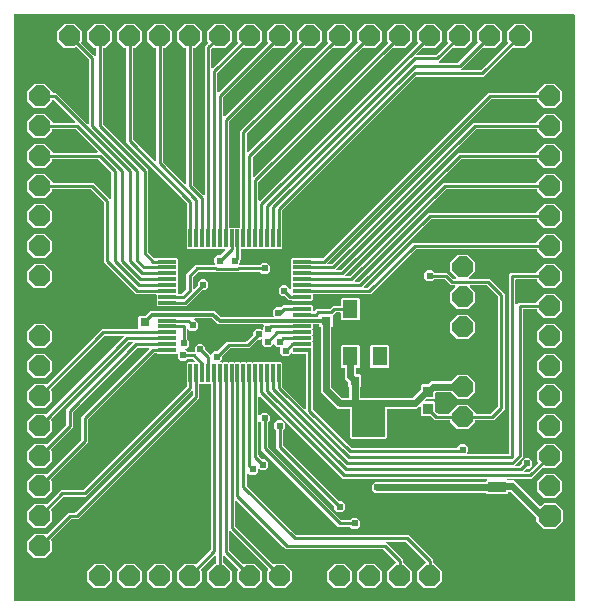
<source format=gtl>
G04 EAGLE Gerber RS-274X export*
G75*
%MOMM*%
%FSLAX34Y34*%
%LPD*%
%INTop Copper Layer*%
%IPPOS*%
%AMOC8*
5,1,8,0,0,1.08239X$1,22.5*%
G01*
%ADD10R,1.600000X0.900000*%
%ADD11R,0.900000X1.600000*%
%ADD12R,0.800000X0.800000*%
%ADD13R,0.300000X1.500000*%
%ADD14R,1.500000X0.300000*%
%ADD15P,2.089446X8X112.500000*%
%ADD16P,1.924489X8X292.500000*%
%ADD17P,1.924489X8X112.500000*%
%ADD18P,1.924489X8X22.500000*%
%ADD19P,1.924489X8X202.500000*%
%ADD20R,0.950000X0.950000*%
%ADD21R,1.300000X1.600000*%
%ADD22P,2.089446X8X22.500000*%
%ADD23C,0.304800*%
%ADD24C,0.254000*%
%ADD25C,0.604000*%
%ADD26C,0.609600*%

G36*
X477848Y3814D02*
X477848Y3814D01*
X477867Y3812D01*
X477969Y3834D01*
X478071Y3850D01*
X478088Y3860D01*
X478108Y3864D01*
X478197Y3917D01*
X478288Y3966D01*
X478302Y3980D01*
X478319Y3990D01*
X478386Y4069D01*
X478458Y4144D01*
X478466Y4162D01*
X478479Y4177D01*
X478518Y4273D01*
X478561Y4367D01*
X478563Y4387D01*
X478571Y4405D01*
X478589Y4572D01*
X478589Y500128D01*
X478586Y500148D01*
X478588Y500167D01*
X478566Y500269D01*
X478550Y500371D01*
X478540Y500388D01*
X478536Y500408D01*
X478483Y500497D01*
X478434Y500588D01*
X478420Y500602D01*
X478410Y500619D01*
X478331Y500686D01*
X478256Y500758D01*
X478238Y500766D01*
X478223Y500779D01*
X478127Y500818D01*
X478033Y500861D01*
X478013Y500863D01*
X477995Y500871D01*
X477828Y500889D01*
X4572Y500889D01*
X4552Y500886D01*
X4533Y500888D01*
X4431Y500866D01*
X4329Y500850D01*
X4312Y500840D01*
X4292Y500836D01*
X4203Y500783D01*
X4112Y500734D01*
X4098Y500720D01*
X4081Y500710D01*
X4014Y500631D01*
X3942Y500556D01*
X3934Y500538D01*
X3921Y500523D01*
X3882Y500427D01*
X3839Y500333D01*
X3837Y500313D01*
X3829Y500295D01*
X3811Y500128D01*
X3811Y4572D01*
X3814Y4552D01*
X3812Y4533D01*
X3834Y4431D01*
X3850Y4329D01*
X3860Y4312D01*
X3864Y4292D01*
X3917Y4203D01*
X3966Y4112D01*
X3980Y4098D01*
X3990Y4081D01*
X4069Y4014D01*
X4144Y3942D01*
X4162Y3934D01*
X4177Y3921D01*
X4273Y3882D01*
X4367Y3839D01*
X4387Y3837D01*
X4405Y3829D01*
X4572Y3811D01*
X477828Y3811D01*
X477848Y3814D01*
G37*
%LPC*%
G36*
X148086Y14985D02*
X148086Y14985D01*
X141985Y21086D01*
X141985Y29714D01*
X148086Y35815D01*
X156714Y35815D01*
X157250Y35279D01*
X157266Y35267D01*
X157278Y35252D01*
X157366Y35196D01*
X157450Y35135D01*
X157469Y35129D01*
X157485Y35119D01*
X157586Y35093D01*
X157685Y35063D01*
X157705Y35063D01*
X157724Y35059D01*
X157827Y35067D01*
X157931Y35069D01*
X157949Y35076D01*
X157969Y35078D01*
X158064Y35118D01*
X158162Y35154D01*
X158177Y35166D01*
X158195Y35174D01*
X158326Y35279D01*
X169982Y46935D01*
X170035Y47009D01*
X170095Y47078D01*
X170107Y47108D01*
X170126Y47134D01*
X170153Y47221D01*
X170187Y47306D01*
X170191Y47347D01*
X170198Y47369D01*
X170197Y47402D01*
X170205Y47473D01*
X170205Y187214D01*
X170202Y187234D01*
X170204Y187253D01*
X170182Y187355D01*
X170166Y187457D01*
X170156Y187474D01*
X170152Y187494D01*
X170099Y187583D01*
X170050Y187674D01*
X170036Y187688D01*
X170026Y187705D01*
X169947Y187772D01*
X169872Y187844D01*
X169854Y187852D01*
X169839Y187865D01*
X169743Y187904D01*
X169649Y187947D01*
X169629Y187949D01*
X169611Y187957D01*
X169444Y187975D01*
X165764Y187975D01*
X165702Y187991D01*
X165604Y188021D01*
X165584Y188021D01*
X165564Y188026D01*
X165461Y188018D01*
X165358Y188015D01*
X165339Y188008D01*
X165319Y188007D01*
X165246Y187975D01*
X161556Y187975D01*
X161536Y187972D01*
X161517Y187974D01*
X161415Y187952D01*
X161313Y187936D01*
X161296Y187926D01*
X161276Y187922D01*
X161187Y187869D01*
X161096Y187820D01*
X161082Y187806D01*
X161065Y187796D01*
X160998Y187717D01*
X160926Y187642D01*
X160918Y187624D01*
X160905Y187609D01*
X160866Y187513D01*
X160823Y187419D01*
X160821Y187399D01*
X160813Y187381D01*
X160795Y187214D01*
X160795Y175892D01*
X58308Y73405D01*
X52273Y73405D01*
X52183Y73391D01*
X52092Y73383D01*
X52062Y73371D01*
X52030Y73366D01*
X51950Y73323D01*
X51866Y73287D01*
X51834Y73261D01*
X51813Y73250D01*
X51791Y73227D01*
X51735Y73182D01*
X35279Y56726D01*
X35267Y56710D01*
X35252Y56698D01*
X35195Y56611D01*
X35135Y56527D01*
X35129Y56508D01*
X35119Y56491D01*
X35093Y56390D01*
X35063Y56292D01*
X35063Y56272D01*
X35059Y56252D01*
X35067Y56149D01*
X35069Y56046D01*
X35076Y56027D01*
X35078Y56007D01*
X35118Y55912D01*
X35154Y55815D01*
X35166Y55799D01*
X35174Y55781D01*
X35279Y55650D01*
X35815Y55114D01*
X35815Y46486D01*
X29714Y40385D01*
X21086Y40385D01*
X14985Y46486D01*
X14985Y55114D01*
X21086Y61215D01*
X29714Y61215D01*
X30250Y60679D01*
X30266Y60667D01*
X30278Y60652D01*
X30366Y60596D01*
X30450Y60535D01*
X30469Y60529D01*
X30485Y60519D01*
X30586Y60493D01*
X30685Y60463D01*
X30705Y60463D01*
X30724Y60459D01*
X30827Y60467D01*
X30931Y60469D01*
X30949Y60476D01*
X30969Y60478D01*
X31064Y60518D01*
X31162Y60554D01*
X31177Y60566D01*
X31195Y60574D01*
X31326Y60679D01*
X49642Y78995D01*
X55677Y78995D01*
X55767Y79009D01*
X55858Y79017D01*
X55888Y79029D01*
X55920Y79034D01*
X56000Y79077D01*
X56084Y79113D01*
X56116Y79139D01*
X56137Y79150D01*
X56159Y79173D01*
X56215Y79218D01*
X154982Y177985D01*
X155035Y178059D01*
X155095Y178128D01*
X155107Y178158D01*
X155126Y178184D01*
X155153Y178271D01*
X155187Y178356D01*
X155191Y178397D01*
X155198Y178419D01*
X155197Y178452D01*
X155205Y178523D01*
X155205Y181165D01*
X155194Y181236D01*
X155192Y181308D01*
X155174Y181357D01*
X155166Y181408D01*
X155132Y181471D01*
X155107Y181539D01*
X155075Y181579D01*
X155050Y181625D01*
X154998Y181675D01*
X154954Y181731D01*
X154910Y181759D01*
X154872Y181795D01*
X154807Y181825D01*
X154747Y181864D01*
X154696Y181876D01*
X154649Y181898D01*
X154578Y181906D01*
X154508Y181924D01*
X154456Y181920D01*
X154405Y181925D01*
X154334Y181910D01*
X154263Y181905D01*
X154215Y181884D01*
X154164Y181873D01*
X154103Y181836D01*
X154037Y181808D01*
X153981Y181763D01*
X153953Y181747D01*
X153938Y181729D01*
X153906Y181703D01*
X64658Y92455D01*
X45923Y92455D01*
X45833Y92441D01*
X45742Y92433D01*
X45712Y92421D01*
X45680Y92416D01*
X45600Y92373D01*
X45516Y92337D01*
X45484Y92311D01*
X45463Y92300D01*
X45441Y92277D01*
X45385Y92232D01*
X35279Y82126D01*
X35267Y82110D01*
X35252Y82098D01*
X35196Y82011D01*
X35135Y81927D01*
X35129Y81908D01*
X35119Y81891D01*
X35093Y81791D01*
X35063Y81692D01*
X35063Y81672D01*
X35059Y81652D01*
X35067Y81549D01*
X35069Y81446D01*
X35076Y81427D01*
X35078Y81407D01*
X35118Y81312D01*
X35154Y81215D01*
X35166Y81199D01*
X35174Y81181D01*
X35279Y81050D01*
X35815Y80514D01*
X35815Y71886D01*
X29714Y65785D01*
X21086Y65785D01*
X14985Y71886D01*
X14985Y80514D01*
X21086Y86615D01*
X29714Y86615D01*
X30250Y86079D01*
X30266Y86067D01*
X30278Y86052D01*
X30366Y85996D01*
X30450Y85935D01*
X30469Y85929D01*
X30485Y85919D01*
X30586Y85893D01*
X30685Y85863D01*
X30705Y85863D01*
X30724Y85859D01*
X30827Y85867D01*
X30931Y85869D01*
X30949Y85876D01*
X30969Y85878D01*
X31064Y85918D01*
X31162Y85954D01*
X31177Y85966D01*
X31195Y85974D01*
X31326Y86079D01*
X43292Y98045D01*
X62027Y98045D01*
X62117Y98059D01*
X62208Y98067D01*
X62238Y98079D01*
X62270Y98084D01*
X62350Y98127D01*
X62434Y98163D01*
X62466Y98189D01*
X62487Y98200D01*
X62509Y98223D01*
X62565Y98268D01*
X149982Y185685D01*
X150035Y185759D01*
X150095Y185828D01*
X150107Y185858D01*
X150126Y185884D01*
X150153Y185971D01*
X150187Y186056D01*
X150191Y186097D01*
X150198Y186119D01*
X150197Y186152D01*
X150205Y186223D01*
X150205Y188323D01*
X150191Y188413D01*
X150183Y188504D01*
X150171Y188534D01*
X150166Y188566D01*
X150123Y188647D01*
X150087Y188730D01*
X150061Y188763D01*
X150050Y188783D01*
X150027Y188805D01*
X149982Y188861D01*
X149975Y188868D01*
X149975Y205132D01*
X150868Y206025D01*
X155236Y206025D01*
X155298Y206009D01*
X155397Y205979D01*
X155417Y205979D01*
X155436Y205974D01*
X155539Y205982D01*
X155642Y205985D01*
X155661Y205992D01*
X155681Y205993D01*
X155755Y206025D01*
X156259Y206025D01*
X156330Y206036D01*
X156402Y206038D01*
X156451Y206056D01*
X156502Y206064D01*
X156565Y206098D01*
X156633Y206123D01*
X156673Y206155D01*
X156719Y206180D01*
X156769Y206232D01*
X156825Y206276D01*
X156853Y206320D01*
X156889Y206358D01*
X156919Y206423D01*
X156958Y206483D01*
X156970Y206534D01*
X156992Y206581D01*
X157000Y206652D01*
X157018Y206722D01*
X157014Y206774D01*
X157019Y206825D01*
X157004Y206896D01*
X156999Y206967D01*
X156978Y207015D01*
X156967Y207066D01*
X156930Y207127D01*
X156902Y207193D01*
X156857Y207249D01*
X156841Y207277D01*
X156823Y207292D01*
X156797Y207324D01*
X155049Y209072D01*
X154975Y209125D01*
X154906Y209185D01*
X154876Y209197D01*
X154850Y209216D01*
X154762Y209243D01*
X154678Y209277D01*
X154637Y209281D01*
X154615Y209288D01*
X154582Y209287D01*
X154511Y209295D01*
X151042Y209295D01*
X150952Y209281D01*
X150861Y209273D01*
X150831Y209261D01*
X150799Y209256D01*
X150718Y209213D01*
X150635Y209177D01*
X150602Y209151D01*
X150582Y209140D01*
X150560Y209117D01*
X150504Y209072D01*
X148977Y207545D01*
X145211Y207545D01*
X142549Y210207D01*
X142549Y212714D01*
X142546Y212734D01*
X142548Y212753D01*
X142526Y212855D01*
X142510Y212957D01*
X142500Y212974D01*
X142496Y212994D01*
X142443Y213083D01*
X142394Y213174D01*
X142380Y213188D01*
X142370Y213205D01*
X142291Y213272D01*
X142216Y213344D01*
X142198Y213352D01*
X142183Y213365D01*
X142087Y213404D01*
X141993Y213447D01*
X141973Y213449D01*
X141955Y213457D01*
X141788Y213475D01*
X125368Y213475D01*
X125361Y213482D01*
X125287Y213535D01*
X125218Y213595D01*
X125188Y213607D01*
X125162Y213626D01*
X125075Y213653D01*
X124990Y213687D01*
X124949Y213691D01*
X124927Y213698D01*
X124894Y213697D01*
X124823Y213705D01*
X122723Y213705D01*
X122633Y213691D01*
X122542Y213683D01*
X122512Y213671D01*
X122480Y213666D01*
X122400Y213623D01*
X122316Y213587D01*
X122284Y213561D01*
X122263Y213550D01*
X122241Y213527D01*
X122185Y213482D01*
X66518Y157815D01*
X66465Y157741D01*
X66405Y157672D01*
X66393Y157642D01*
X66374Y157616D01*
X66347Y157529D01*
X66313Y157444D01*
X66309Y157403D01*
X66302Y157381D01*
X66303Y157348D01*
X66295Y157277D01*
X66295Y138542D01*
X64435Y136682D01*
X35279Y107526D01*
X35267Y107510D01*
X35252Y107498D01*
X35195Y107411D01*
X35135Y107327D01*
X35129Y107308D01*
X35119Y107291D01*
X35093Y107190D01*
X35063Y107092D01*
X35063Y107072D01*
X35059Y107052D01*
X35067Y106949D01*
X35069Y106846D01*
X35076Y106827D01*
X35078Y106807D01*
X35118Y106712D01*
X35154Y106615D01*
X35166Y106599D01*
X35174Y106581D01*
X35279Y106450D01*
X35815Y105914D01*
X35815Y97286D01*
X29714Y91185D01*
X21086Y91185D01*
X14985Y97286D01*
X14985Y105914D01*
X21086Y112015D01*
X29714Y112015D01*
X30250Y111479D01*
X30266Y111467D01*
X30278Y111452D01*
X30366Y111396D01*
X30450Y111335D01*
X30469Y111329D01*
X30485Y111319D01*
X30586Y111293D01*
X30685Y111263D01*
X30705Y111263D01*
X30724Y111259D01*
X30827Y111267D01*
X30931Y111269D01*
X30949Y111276D01*
X30969Y111278D01*
X31064Y111318D01*
X31162Y111354D01*
X31177Y111366D01*
X31195Y111374D01*
X31326Y111479D01*
X60482Y140635D01*
X60535Y140709D01*
X60595Y140778D01*
X60607Y140808D01*
X60626Y140834D01*
X60653Y140921D01*
X60687Y141006D01*
X60691Y141047D01*
X60698Y141069D01*
X60697Y141102D01*
X60705Y141173D01*
X60705Y159908D01*
X62565Y161768D01*
X118203Y217406D01*
X118245Y217464D01*
X118295Y217516D01*
X118317Y217563D01*
X118347Y217605D01*
X118368Y217674D01*
X118398Y217739D01*
X118404Y217791D01*
X118419Y217841D01*
X118417Y217912D01*
X118425Y217983D01*
X118414Y218034D01*
X118413Y218086D01*
X118388Y218154D01*
X118373Y218224D01*
X118346Y218269D01*
X118328Y218317D01*
X118284Y218373D01*
X118247Y218435D01*
X118207Y218469D01*
X118175Y218509D01*
X118114Y218548D01*
X118060Y218595D01*
X118012Y218614D01*
X117968Y218642D01*
X117898Y218660D01*
X117832Y218687D01*
X117760Y218695D01*
X117729Y218703D01*
X117706Y218701D01*
X117665Y218705D01*
X108673Y218705D01*
X108583Y218691D01*
X108492Y218683D01*
X108462Y218671D01*
X108430Y218666D01*
X108350Y218623D01*
X108266Y218587D01*
X108234Y218561D01*
X108213Y218550D01*
X108191Y218527D01*
X108135Y218482D01*
X53818Y164165D01*
X53765Y164091D01*
X53705Y164022D01*
X53693Y163992D01*
X53674Y163966D01*
X53647Y163879D01*
X53613Y163794D01*
X53609Y163753D01*
X53602Y163731D01*
X53603Y163698D01*
X53595Y163627D01*
X53595Y151242D01*
X35279Y132926D01*
X35267Y132910D01*
X35252Y132898D01*
X35195Y132811D01*
X35135Y132727D01*
X35129Y132708D01*
X35119Y132691D01*
X35093Y132590D01*
X35063Y132492D01*
X35063Y132472D01*
X35059Y132452D01*
X35067Y132349D01*
X35069Y132246D01*
X35076Y132227D01*
X35078Y132207D01*
X35118Y132112D01*
X35154Y132015D01*
X35166Y131999D01*
X35174Y131981D01*
X35279Y131850D01*
X35815Y131314D01*
X35815Y122686D01*
X29714Y116585D01*
X21086Y116585D01*
X14985Y122686D01*
X14985Y131314D01*
X21086Y137415D01*
X29714Y137415D01*
X30250Y136879D01*
X30266Y136867D01*
X30278Y136852D01*
X30366Y136796D01*
X30450Y136735D01*
X30469Y136729D01*
X30485Y136719D01*
X30586Y136693D01*
X30685Y136663D01*
X30705Y136663D01*
X30724Y136659D01*
X30827Y136667D01*
X30931Y136669D01*
X30949Y136676D01*
X30969Y136678D01*
X31064Y136718D01*
X31162Y136754D01*
X31177Y136766D01*
X31195Y136774D01*
X31326Y136879D01*
X47782Y153335D01*
X47835Y153409D01*
X47895Y153478D01*
X47907Y153508D01*
X47926Y153534D01*
X47953Y153621D01*
X47987Y153706D01*
X47991Y153747D01*
X47998Y153769D01*
X47997Y153802D01*
X48005Y153873D01*
X48005Y166258D01*
X104153Y222406D01*
X104195Y222464D01*
X104245Y222516D01*
X104267Y222563D01*
X104297Y222605D01*
X104318Y222674D01*
X104348Y222739D01*
X104354Y222791D01*
X104369Y222841D01*
X104367Y222912D01*
X104375Y222983D01*
X104364Y223034D01*
X104363Y223086D01*
X104338Y223154D01*
X104323Y223224D01*
X104296Y223269D01*
X104278Y223317D01*
X104234Y223373D01*
X104197Y223435D01*
X104157Y223469D01*
X104125Y223509D01*
X104064Y223548D01*
X104010Y223595D01*
X103962Y223614D01*
X103918Y223642D01*
X103848Y223660D01*
X103782Y223687D01*
X103710Y223695D01*
X103679Y223703D01*
X103656Y223701D01*
X103615Y223705D01*
X100973Y223705D01*
X100883Y223691D01*
X100792Y223683D01*
X100762Y223671D01*
X100730Y223666D01*
X100650Y223623D01*
X100566Y223587D01*
X100534Y223561D01*
X100513Y223550D01*
X100491Y223527D01*
X100435Y223482D01*
X35279Y158326D01*
X35267Y158310D01*
X35252Y158298D01*
X35195Y158211D01*
X35135Y158127D01*
X35129Y158108D01*
X35119Y158091D01*
X35093Y157990D01*
X35063Y157892D01*
X35063Y157872D01*
X35059Y157852D01*
X35067Y157749D01*
X35069Y157646D01*
X35076Y157627D01*
X35078Y157607D01*
X35118Y157512D01*
X35154Y157415D01*
X35166Y157399D01*
X35174Y157381D01*
X35279Y157250D01*
X35815Y156714D01*
X35815Y148086D01*
X29714Y141985D01*
X21086Y141985D01*
X14985Y148086D01*
X14985Y156714D01*
X21086Y162815D01*
X29714Y162815D01*
X30250Y162279D01*
X30266Y162267D01*
X30278Y162252D01*
X30366Y162196D01*
X30450Y162135D01*
X30469Y162129D01*
X30485Y162119D01*
X30586Y162093D01*
X30685Y162063D01*
X30705Y162063D01*
X30724Y162059D01*
X30827Y162067D01*
X30931Y162069D01*
X30949Y162076D01*
X30969Y162078D01*
X31064Y162118D01*
X31162Y162154D01*
X31177Y162166D01*
X31195Y162174D01*
X31326Y162279D01*
X96453Y227406D01*
X96495Y227464D01*
X96545Y227516D01*
X96567Y227563D01*
X96597Y227605D01*
X96618Y227674D01*
X96648Y227739D01*
X96654Y227791D01*
X96669Y227841D01*
X96667Y227912D01*
X96675Y227983D01*
X96664Y228034D01*
X96663Y228086D01*
X96638Y228154D01*
X96623Y228224D01*
X96596Y228268D01*
X96578Y228317D01*
X96534Y228373D01*
X96497Y228435D01*
X96457Y228469D01*
X96425Y228509D01*
X96364Y228548D01*
X96310Y228595D01*
X96262Y228614D01*
X96218Y228642D01*
X96148Y228660D01*
X96082Y228687D01*
X96010Y228695D01*
X95979Y228703D01*
X95956Y228701D01*
X95915Y228705D01*
X80573Y228705D01*
X80483Y228691D01*
X80392Y228683D01*
X80362Y228671D01*
X80330Y228666D01*
X80250Y228623D01*
X80166Y228587D01*
X80134Y228561D01*
X80113Y228550D01*
X80091Y228527D01*
X80035Y228482D01*
X35279Y183726D01*
X35267Y183710D01*
X35252Y183698D01*
X35195Y183611D01*
X35135Y183527D01*
X35129Y183508D01*
X35119Y183491D01*
X35093Y183390D01*
X35063Y183292D01*
X35063Y183272D01*
X35059Y183252D01*
X35067Y183149D01*
X35069Y183046D01*
X35076Y183027D01*
X35078Y183007D01*
X35118Y182912D01*
X35154Y182815D01*
X35166Y182799D01*
X35174Y182781D01*
X35279Y182650D01*
X35815Y182114D01*
X35815Y173486D01*
X29714Y167385D01*
X21086Y167385D01*
X14985Y173486D01*
X14985Y182114D01*
X21086Y188215D01*
X29714Y188215D01*
X30250Y187679D01*
X30266Y187667D01*
X30278Y187652D01*
X30366Y187596D01*
X30450Y187535D01*
X30469Y187529D01*
X30485Y187519D01*
X30586Y187493D01*
X30685Y187463D01*
X30705Y187463D01*
X30724Y187459D01*
X30827Y187467D01*
X30931Y187469D01*
X30949Y187476D01*
X30969Y187478D01*
X31064Y187518D01*
X31162Y187554D01*
X31177Y187566D01*
X31195Y187574D01*
X31326Y187679D01*
X77942Y234295D01*
X108161Y234295D01*
X108232Y234306D01*
X108304Y234308D01*
X108353Y234326D01*
X108404Y234334D01*
X108467Y234368D01*
X108535Y234393D01*
X108575Y234425D01*
X108621Y234450D01*
X108671Y234502D01*
X108727Y234546D01*
X108755Y234590D01*
X108791Y234628D01*
X108821Y234693D01*
X108860Y234753D01*
X108872Y234804D01*
X108894Y234851D01*
X108902Y234922D01*
X108920Y234992D01*
X108916Y235044D01*
X108921Y235095D01*
X108906Y235166D01*
X108901Y235237D01*
X108880Y235285D01*
X108869Y235336D01*
X108832Y235397D01*
X108804Y235463D01*
X108775Y235500D01*
X108775Y244782D01*
X109668Y245675D01*
X115198Y245675D01*
X115288Y245689D01*
X115379Y245697D01*
X115409Y245709D01*
X115441Y245714D01*
X115521Y245757D01*
X115605Y245793D01*
X115637Y245819D01*
X115658Y245830D01*
X115680Y245853D01*
X115736Y245898D01*
X119387Y249549D01*
X173863Y249549D01*
X178840Y244572D01*
X178914Y244519D01*
X178983Y244459D01*
X179013Y244447D01*
X179040Y244428D01*
X179127Y244401D01*
X179211Y244367D01*
X179252Y244363D01*
X179275Y244356D01*
X179307Y244357D01*
X179378Y244349D01*
X222846Y244349D01*
X222917Y244360D01*
X222989Y244362D01*
X223038Y244380D01*
X223089Y244388D01*
X223152Y244422D01*
X223220Y244447D01*
X223260Y244479D01*
X223306Y244504D01*
X223356Y244556D01*
X223412Y244600D01*
X223440Y244644D01*
X223476Y244682D01*
X223506Y244747D01*
X223545Y244807D01*
X223557Y244858D01*
X223579Y244905D01*
X223587Y244976D01*
X223605Y245046D01*
X223601Y245098D01*
X223606Y245149D01*
X223591Y245220D01*
X223586Y245291D01*
X223565Y245339D01*
X223554Y245390D01*
X223517Y245451D01*
X223489Y245517D01*
X223445Y245573D01*
X223428Y245601D01*
X223414Y245613D01*
X223411Y245618D01*
X223404Y245624D01*
X223385Y245648D01*
X222785Y246247D01*
X222785Y250013D01*
X225447Y252675D01*
X229357Y252675D01*
X229447Y252689D01*
X229538Y252697D01*
X229568Y252709D01*
X229600Y252714D01*
X229680Y252757D01*
X229764Y252793D01*
X229796Y252819D01*
X229817Y252830D01*
X229839Y252853D01*
X229895Y252898D01*
X231292Y254295D01*
X238823Y254295D01*
X238913Y254309D01*
X239004Y254317D01*
X239034Y254329D01*
X239066Y254334D01*
X239147Y254377D01*
X239230Y254413D01*
X239263Y254439D01*
X239283Y254450D01*
X239305Y254473D01*
X239361Y254518D01*
X239368Y254525D01*
X255632Y254525D01*
X256525Y253632D01*
X256525Y250056D01*
X256528Y250036D01*
X256526Y250017D01*
X256548Y249915D01*
X256564Y249813D01*
X256574Y249796D01*
X256578Y249776D01*
X256631Y249687D01*
X256680Y249596D01*
X256694Y249582D01*
X256704Y249565D01*
X256783Y249498D01*
X256858Y249426D01*
X256876Y249418D01*
X256891Y249405D01*
X256987Y249366D01*
X257081Y249323D01*
X257101Y249321D01*
X257119Y249313D01*
X257286Y249295D01*
X257727Y249295D01*
X257817Y249309D01*
X257908Y249317D01*
X257938Y249329D01*
X257970Y249334D01*
X258050Y249377D01*
X258134Y249413D01*
X258166Y249439D01*
X258187Y249450D01*
X258209Y249473D01*
X258265Y249518D01*
X259898Y251151D01*
X270384Y251151D01*
X270474Y251165D01*
X270565Y251173D01*
X270595Y251185D01*
X270627Y251190D01*
X270708Y251233D01*
X270792Y251269D01*
X270824Y251295D01*
X270844Y251306D01*
X270867Y251329D01*
X270923Y251374D01*
X273484Y253935D01*
X279704Y253935D01*
X279724Y253938D01*
X279743Y253936D01*
X279845Y253958D01*
X279947Y253974D01*
X279964Y253984D01*
X279984Y253988D01*
X280073Y254041D01*
X280164Y254090D01*
X280178Y254104D01*
X280195Y254114D01*
X280262Y254193D01*
X280334Y254268D01*
X280342Y254286D01*
X280355Y254301D01*
X280394Y254397D01*
X280437Y254491D01*
X280439Y254511D01*
X280447Y254529D01*
X280465Y254696D01*
X280465Y259772D01*
X281358Y260665D01*
X295622Y260665D01*
X296515Y259772D01*
X296515Y242508D01*
X295622Y241615D01*
X281358Y241615D01*
X280465Y242508D01*
X280465Y247584D01*
X280462Y247604D01*
X280464Y247623D01*
X280442Y247725D01*
X280426Y247827D01*
X280416Y247844D01*
X280412Y247864D01*
X280359Y247953D01*
X280310Y248044D01*
X280296Y248058D01*
X280286Y248075D01*
X280207Y248142D01*
X280132Y248214D01*
X280114Y248222D01*
X280099Y248235D01*
X280003Y248274D01*
X279909Y248317D01*
X279889Y248319D01*
X279871Y248327D01*
X279704Y248345D01*
X276114Y248345D01*
X276024Y248331D01*
X275933Y248323D01*
X275903Y248311D01*
X275872Y248306D01*
X275791Y248263D01*
X275707Y248227D01*
X275675Y248201D01*
X275654Y248190D01*
X275632Y248167D01*
X275576Y248122D01*
X273718Y246264D01*
X273665Y246190D01*
X273605Y246121D01*
X273593Y246090D01*
X273574Y246064D01*
X273547Y245977D01*
X273513Y245892D01*
X273509Y245852D01*
X273502Y245829D01*
X273503Y245797D01*
X273495Y245726D01*
X273495Y236788D01*
X272766Y236059D01*
X272713Y235985D01*
X272653Y235916D01*
X272641Y235886D01*
X272622Y235860D01*
X272595Y235773D01*
X272561Y235688D01*
X272557Y235647D01*
X272550Y235625D01*
X272551Y235592D01*
X272543Y235521D01*
X272543Y185089D01*
X272557Y184999D01*
X272565Y184908D01*
X272577Y184879D01*
X272582Y184847D01*
X272625Y184766D01*
X272661Y184682D01*
X272687Y184650D01*
X272698Y184629D01*
X272721Y184607D01*
X272766Y184551D01*
X281071Y176246D01*
X281145Y176193D01*
X281215Y176133D01*
X281245Y176121D01*
X281271Y176102D01*
X281358Y176075D01*
X281443Y176041D01*
X281484Y176037D01*
X281506Y176030D01*
X281538Y176031D01*
X281609Y176023D01*
X286766Y176023D01*
X286786Y176026D01*
X286805Y176024D01*
X286907Y176046D01*
X287009Y176062D01*
X287026Y176072D01*
X287046Y176076D01*
X287135Y176129D01*
X287226Y176178D01*
X287240Y176192D01*
X287257Y176202D01*
X287324Y176281D01*
X287396Y176356D01*
X287404Y176374D01*
X287417Y176389D01*
X287456Y176485D01*
X287499Y176579D01*
X287501Y176599D01*
X287509Y176617D01*
X287527Y176784D01*
X287527Y184721D01*
X287513Y184811D01*
X287505Y184902D01*
X287493Y184932D01*
X287488Y184964D01*
X287445Y185045D01*
X287409Y185128D01*
X287383Y185161D01*
X287372Y185181D01*
X287349Y185203D01*
X287304Y185259D01*
X286695Y185868D01*
X286695Y189243D01*
X286681Y189333D01*
X286673Y189424D01*
X286661Y189453D01*
X286656Y189485D01*
X286613Y189566D01*
X286577Y189650D01*
X286551Y189682D01*
X286540Y189703D01*
X286517Y189725D01*
X286472Y189781D01*
X283917Y192336D01*
X283917Y200854D01*
X283914Y200874D01*
X283916Y200893D01*
X283894Y200995D01*
X283878Y201097D01*
X283868Y201114D01*
X283864Y201134D01*
X283811Y201223D01*
X283762Y201314D01*
X283748Y201328D01*
X283738Y201345D01*
X283659Y201412D01*
X283584Y201484D01*
X283566Y201492D01*
X283551Y201505D01*
X283455Y201544D01*
X283361Y201587D01*
X283341Y201589D01*
X283323Y201597D01*
X283156Y201615D01*
X281358Y201615D01*
X280465Y202508D01*
X280465Y219772D01*
X281358Y220665D01*
X295622Y220665D01*
X296515Y219772D01*
X296515Y202508D01*
X295622Y201615D01*
X293824Y201615D01*
X293804Y201612D01*
X293785Y201614D01*
X293683Y201592D01*
X293581Y201576D01*
X293564Y201566D01*
X293544Y201562D01*
X293455Y201509D01*
X293364Y201460D01*
X293350Y201446D01*
X293333Y201436D01*
X293266Y201357D01*
X293194Y201282D01*
X293186Y201264D01*
X293173Y201249D01*
X293134Y201153D01*
X293091Y201059D01*
X293089Y201039D01*
X293081Y201021D01*
X293063Y200854D01*
X293063Y196786D01*
X293066Y196766D01*
X293064Y196747D01*
X293086Y196645D01*
X293102Y196543D01*
X293112Y196526D01*
X293116Y196506D01*
X293169Y196417D01*
X293218Y196326D01*
X293232Y196312D01*
X293242Y196295D01*
X293321Y196228D01*
X293396Y196156D01*
X293414Y196148D01*
X293429Y196135D01*
X293525Y196096D01*
X293619Y196053D01*
X293639Y196051D01*
X293657Y196043D01*
X293824Y196025D01*
X296852Y196025D01*
X297745Y195132D01*
X297745Y185868D01*
X296896Y185019D01*
X296843Y184945D01*
X296783Y184876D01*
X296771Y184846D01*
X296752Y184820D01*
X296725Y184733D01*
X296691Y184648D01*
X296687Y184607D01*
X296680Y184585D01*
X296681Y184552D01*
X296673Y184481D01*
X296673Y176784D01*
X296676Y176764D01*
X296674Y176745D01*
X296696Y176643D01*
X296712Y176541D01*
X296722Y176524D01*
X296726Y176504D01*
X296779Y176415D01*
X296828Y176324D01*
X296842Y176310D01*
X296852Y176293D01*
X296931Y176226D01*
X297006Y176154D01*
X297024Y176146D01*
X297039Y176133D01*
X297135Y176094D01*
X297229Y176051D01*
X297249Y176049D01*
X297267Y176041D01*
X297434Y176023D01*
X340691Y176023D01*
X340781Y176037D01*
X340872Y176045D01*
X340901Y176057D01*
X340933Y176062D01*
X341014Y176105D01*
X341098Y176141D01*
X341130Y176167D01*
X341151Y176178D01*
X341173Y176201D01*
X341229Y176246D01*
X347832Y182849D01*
X347885Y182923D01*
X347945Y182993D01*
X347957Y183023D01*
X347976Y183049D01*
X348003Y183136D01*
X348037Y183221D01*
X348041Y183262D01*
X348048Y183284D01*
X348047Y183316D01*
X348055Y183387D01*
X348055Y186622D01*
X348948Y187515D01*
X353823Y187515D01*
X353913Y187529D01*
X354004Y187537D01*
X354033Y187549D01*
X354065Y187554D01*
X354146Y187597D01*
X354230Y187633D01*
X354262Y187659D01*
X354283Y187670D01*
X354305Y187693D01*
X354361Y187738D01*
X356616Y189993D01*
X373069Y189993D01*
X373159Y190007D01*
X373250Y190015D01*
X373280Y190027D01*
X373312Y190032D01*
X373392Y190075D01*
X373476Y190111D01*
X373508Y190137D01*
X373529Y190148D01*
X373551Y190171D01*
X373607Y190216D01*
X379226Y195835D01*
X387854Y195835D01*
X393955Y189734D01*
X393955Y181106D01*
X387854Y175005D01*
X379226Y175005D01*
X373607Y180624D01*
X373533Y180677D01*
X373464Y180737D01*
X373433Y180749D01*
X373407Y180768D01*
X373320Y180795D01*
X373235Y180829D01*
X373195Y180833D01*
X373172Y180840D01*
X373140Y180839D01*
X373069Y180847D01*
X361366Y180847D01*
X361346Y180844D01*
X361327Y180846D01*
X361225Y180824D01*
X361123Y180808D01*
X361106Y180798D01*
X361086Y180794D01*
X360997Y180741D01*
X360906Y180692D01*
X360892Y180678D01*
X360875Y180668D01*
X360808Y180589D01*
X360736Y180514D01*
X360728Y180496D01*
X360715Y180481D01*
X360676Y180385D01*
X360633Y180291D01*
X360631Y180271D01*
X360623Y180253D01*
X360605Y180086D01*
X360605Y175858D01*
X359712Y174965D01*
X353197Y174965D01*
X353107Y174951D01*
X353016Y174943D01*
X352987Y174931D01*
X352955Y174926D01*
X352874Y174883D01*
X352790Y174847D01*
X352758Y174821D01*
X352737Y174810D01*
X352715Y174787D01*
X352659Y174742D01*
X352231Y174314D01*
X352189Y174256D01*
X352140Y174204D01*
X352118Y174157D01*
X352088Y174115D01*
X352066Y174046D01*
X352036Y173981D01*
X352030Y173929D01*
X352015Y173879D01*
X352017Y173808D01*
X352009Y173737D01*
X352020Y173686D01*
X352022Y173634D01*
X352046Y173566D01*
X352061Y173496D01*
X352088Y173452D01*
X352106Y173403D01*
X352151Y173347D01*
X352188Y173285D01*
X352227Y173251D01*
X352260Y173211D01*
X352320Y173172D01*
X352374Y173125D01*
X352423Y173106D01*
X352467Y173078D01*
X352536Y173060D01*
X352603Y173033D01*
X352674Y173025D01*
X352705Y173017D01*
X352728Y173019D01*
X352769Y173015D01*
X359712Y173015D01*
X360605Y172122D01*
X360605Y164733D01*
X360619Y164643D01*
X360627Y164552D01*
X360639Y164522D01*
X360644Y164490D01*
X360687Y164410D01*
X360723Y164326D01*
X360749Y164294D01*
X360760Y164273D01*
X360783Y164251D01*
X360828Y164195D01*
X361985Y163038D01*
X362059Y162985D01*
X362128Y162925D01*
X362158Y162913D01*
X362184Y162894D01*
X362271Y162867D01*
X362356Y162833D01*
X362397Y162829D01*
X362419Y162822D01*
X362452Y162823D01*
X362523Y162815D01*
X372364Y162815D01*
X372384Y162818D01*
X372403Y162816D01*
X372505Y162838D01*
X372607Y162854D01*
X372624Y162864D01*
X372644Y162868D01*
X372733Y162921D01*
X372824Y162970D01*
X372838Y162984D01*
X372855Y162994D01*
X372922Y163073D01*
X372994Y163148D01*
X373002Y163166D01*
X373015Y163181D01*
X373054Y163277D01*
X373097Y163371D01*
X373099Y163391D01*
X373107Y163409D01*
X373125Y163576D01*
X373125Y164334D01*
X379226Y170435D01*
X387854Y170435D01*
X393955Y164334D01*
X393955Y163576D01*
X393958Y163556D01*
X393956Y163537D01*
X393978Y163435D01*
X393994Y163333D01*
X394004Y163316D01*
X394008Y163296D01*
X394061Y163207D01*
X394110Y163116D01*
X394124Y163102D01*
X394134Y163085D01*
X394213Y163018D01*
X394288Y162946D01*
X394306Y162938D01*
X394321Y162925D01*
X394417Y162886D01*
X394511Y162843D01*
X394531Y162841D01*
X394549Y162833D01*
X394716Y162815D01*
X407213Y162815D01*
X407303Y162829D01*
X407394Y162837D01*
X407424Y162849D01*
X407456Y162854D01*
X407536Y162897D01*
X407620Y162933D01*
X407652Y162959D01*
X407673Y162970D01*
X407695Y162993D01*
X407751Y163038D01*
X413288Y168575D01*
X413341Y168649D01*
X413401Y168718D01*
X413413Y168748D01*
X413432Y168774D01*
X413459Y168861D01*
X413493Y168946D01*
X413497Y168987D01*
X413504Y169009D01*
X413503Y169041D01*
X413511Y169113D01*
X413511Y261671D01*
X413497Y261761D01*
X413489Y261852D01*
X413477Y261882D01*
X413472Y261914D01*
X413429Y261994D01*
X413393Y262078D01*
X413367Y262110D01*
X413356Y262131D01*
X413333Y262153D01*
X413288Y262209D01*
X404449Y271048D01*
X404375Y271101D01*
X404306Y271161D01*
X404276Y271173D01*
X404250Y271192D01*
X404163Y271219D01*
X404078Y271253D01*
X404037Y271257D01*
X404015Y271264D01*
X403982Y271263D01*
X403911Y271271D01*
X390455Y271271D01*
X390384Y271260D01*
X390313Y271258D01*
X390264Y271240D01*
X390212Y271232D01*
X390149Y271198D01*
X390082Y271173D01*
X390041Y271141D01*
X389995Y271116D01*
X389946Y271064D01*
X389890Y271020D01*
X389862Y270976D01*
X389826Y270938D01*
X389795Y270873D01*
X389757Y270813D01*
X389744Y270762D01*
X389722Y270715D01*
X389714Y270644D01*
X389697Y270574D01*
X389701Y270522D01*
X389695Y270471D01*
X389710Y270400D01*
X389716Y270329D01*
X389736Y270281D01*
X389747Y270230D01*
X389784Y270169D01*
X389812Y270103D01*
X389857Y270047D01*
X389873Y270019D01*
X389891Y270004D01*
X389917Y269972D01*
X393955Y265934D01*
X393955Y257306D01*
X387854Y251205D01*
X379226Y251205D01*
X373125Y257306D01*
X373125Y265934D01*
X377163Y269972D01*
X377205Y270030D01*
X377254Y270082D01*
X377276Y270129D01*
X377307Y270171D01*
X377328Y270240D01*
X377358Y270305D01*
X377364Y270357D01*
X377379Y270407D01*
X377377Y270478D01*
X377385Y270549D01*
X377374Y270600D01*
X377373Y270652D01*
X377348Y270720D01*
X377333Y270790D01*
X377306Y270835D01*
X377288Y270883D01*
X377243Y270939D01*
X377207Y271001D01*
X377167Y271035D01*
X377134Y271075D01*
X377074Y271114D01*
X377020Y271161D01*
X376971Y271180D01*
X376928Y271208D01*
X376858Y271226D01*
X376792Y271253D01*
X376720Y271261D01*
X376689Y271269D01*
X376666Y271267D01*
X376625Y271271D01*
X373733Y271271D01*
X368622Y276382D01*
X368548Y276435D01*
X368478Y276495D01*
X368448Y276507D01*
X368422Y276526D01*
X368335Y276553D01*
X368250Y276587D01*
X368209Y276591D01*
X368187Y276598D01*
X368155Y276597D01*
X368083Y276605D01*
X359548Y276605D01*
X359458Y276591D01*
X359367Y276583D01*
X359337Y276571D01*
X359305Y276566D01*
X359224Y276523D01*
X359141Y276487D01*
X359108Y276461D01*
X359088Y276450D01*
X359066Y276427D01*
X359010Y276382D01*
X357483Y274855D01*
X353717Y274855D01*
X351055Y277517D01*
X351055Y281283D01*
X353717Y283945D01*
X357483Y283945D01*
X359010Y282418D01*
X359083Y282365D01*
X359153Y282305D01*
X359183Y282293D01*
X359209Y282274D01*
X359296Y282247D01*
X359381Y282213D01*
X359422Y282209D01*
X359444Y282202D01*
X359477Y282203D01*
X359548Y282195D01*
X370714Y282195D01*
X375825Y277084D01*
X375899Y277031D01*
X375968Y276971D01*
X375999Y276959D01*
X376025Y276940D01*
X376112Y276913D01*
X376197Y276879D01*
X376237Y276875D01*
X376260Y276868D01*
X376292Y276869D01*
X376363Y276861D01*
X377133Y276861D01*
X377204Y276872D01*
X377275Y276874D01*
X377324Y276892D01*
X377376Y276900D01*
X377439Y276934D01*
X377506Y276959D01*
X377547Y276991D01*
X377593Y277016D01*
X377642Y277068D01*
X377698Y277112D01*
X377726Y277156D01*
X377762Y277194D01*
X377793Y277259D01*
X377831Y277319D01*
X377844Y277370D01*
X377866Y277417D01*
X377874Y277488D01*
X377891Y277558D01*
X377887Y277610D01*
X377893Y277661D01*
X377878Y277732D01*
X377872Y277803D01*
X377852Y277851D01*
X377841Y277902D01*
X377804Y277963D01*
X377776Y278029D01*
X377731Y278085D01*
X377715Y278113D01*
X377697Y278128D01*
X377671Y278160D01*
X373125Y282706D01*
X373125Y291334D01*
X379226Y297435D01*
X387854Y297435D01*
X393955Y291334D01*
X393955Y282706D01*
X389409Y278160D01*
X389367Y278102D01*
X389318Y278050D01*
X389296Y278003D01*
X389265Y277961D01*
X389244Y277892D01*
X389214Y277827D01*
X389208Y277775D01*
X389193Y277725D01*
X389195Y277654D01*
X389187Y277583D01*
X389198Y277532D01*
X389199Y277480D01*
X389224Y277412D01*
X389239Y277342D01*
X389266Y277297D01*
X389284Y277249D01*
X389329Y277193D01*
X389365Y277131D01*
X389405Y277097D01*
X389438Y277057D01*
X389498Y277018D01*
X389552Y276971D01*
X389601Y276952D01*
X389644Y276924D01*
X389714Y276906D01*
X389780Y276879D01*
X389852Y276871D01*
X389883Y276863D01*
X389906Y276865D01*
X389947Y276861D01*
X406542Y276861D01*
X419101Y264302D01*
X419101Y166482D01*
X409844Y157225D01*
X394716Y157225D01*
X394696Y157222D01*
X394677Y157224D01*
X394575Y157202D01*
X394473Y157186D01*
X394456Y157176D01*
X394436Y157172D01*
X394347Y157119D01*
X394256Y157070D01*
X394242Y157056D01*
X394225Y157046D01*
X394158Y156967D01*
X394086Y156892D01*
X394078Y156874D01*
X394065Y156859D01*
X394026Y156763D01*
X393983Y156669D01*
X393981Y156649D01*
X393973Y156631D01*
X393955Y156464D01*
X393955Y155706D01*
X387854Y149605D01*
X379226Y149605D01*
X373125Y155706D01*
X373125Y156464D01*
X373122Y156484D01*
X373124Y156503D01*
X373102Y156605D01*
X373086Y156707D01*
X373076Y156724D01*
X373072Y156744D01*
X373019Y156833D01*
X372970Y156924D01*
X372956Y156938D01*
X372946Y156955D01*
X372867Y157022D01*
X372792Y157094D01*
X372774Y157102D01*
X372759Y157115D01*
X372663Y157154D01*
X372569Y157197D01*
X372549Y157199D01*
X372531Y157207D01*
X372364Y157225D01*
X359892Y157225D01*
X356875Y160242D01*
X356801Y160295D01*
X356732Y160355D01*
X356702Y160367D01*
X356676Y160386D01*
X356589Y160413D01*
X356504Y160447D01*
X356463Y160451D01*
X356441Y160458D01*
X356408Y160457D01*
X356337Y160465D01*
X348948Y160465D01*
X348055Y161358D01*
X348055Y168301D01*
X348044Y168371D01*
X348042Y168443D01*
X348024Y168492D01*
X348016Y168543D01*
X347982Y168607D01*
X347957Y168674D01*
X347925Y168715D01*
X347900Y168761D01*
X347848Y168810D01*
X347804Y168866D01*
X347760Y168894D01*
X347722Y168930D01*
X347657Y168960D01*
X347597Y168999D01*
X347546Y169012D01*
X347499Y169034D01*
X347428Y169042D01*
X347358Y169059D01*
X347306Y169055D01*
X347255Y169061D01*
X347184Y169046D01*
X347113Y169040D01*
X347065Y169020D01*
X347014Y169009D01*
X346953Y168972D01*
X346887Y168944D01*
X346831Y168899D01*
X346803Y168882D01*
X346788Y168865D01*
X346756Y168839D01*
X344794Y166877D01*
X320548Y166877D01*
X320528Y166874D01*
X320509Y166876D01*
X320407Y166854D01*
X320305Y166838D01*
X320288Y166828D01*
X320268Y166824D01*
X320179Y166771D01*
X320088Y166722D01*
X320074Y166708D01*
X320057Y166698D01*
X319990Y166619D01*
X319918Y166544D01*
X319910Y166526D01*
X319897Y166511D01*
X319858Y166415D01*
X319815Y166321D01*
X319813Y166301D01*
X319805Y166283D01*
X319787Y166116D01*
X319787Y142563D01*
X318447Y141223D01*
X289883Y141223D01*
X288543Y142563D01*
X288543Y166116D01*
X288540Y166136D01*
X288542Y166155D01*
X288520Y166257D01*
X288504Y166359D01*
X288494Y166376D01*
X288490Y166396D01*
X288437Y166485D01*
X288388Y166576D01*
X288374Y166590D01*
X288364Y166607D01*
X288285Y166674D01*
X288210Y166746D01*
X288192Y166754D01*
X288177Y166767D01*
X288081Y166806D01*
X287987Y166849D01*
X287967Y166851D01*
X287949Y166859D01*
X287782Y166877D01*
X277506Y166877D01*
X263397Y180986D01*
X263397Y235521D01*
X263383Y235611D01*
X263375Y235702D01*
X263363Y235732D01*
X263358Y235764D01*
X263315Y235845D01*
X263279Y235928D01*
X263253Y235961D01*
X263242Y235981D01*
X263219Y236003D01*
X263174Y236059D01*
X262445Y236788D01*
X262445Y237690D01*
X262442Y237710D01*
X262444Y237729D01*
X262422Y237831D01*
X262406Y237933D01*
X262396Y237950D01*
X262392Y237970D01*
X262339Y238059D01*
X262290Y238150D01*
X262276Y238164D01*
X262266Y238181D01*
X262187Y238248D01*
X262112Y238320D01*
X262094Y238328D01*
X262079Y238341D01*
X261983Y238380D01*
X261889Y238423D01*
X261869Y238425D01*
X261851Y238433D01*
X261684Y238451D01*
X257286Y238451D01*
X257266Y238448D01*
X257247Y238450D01*
X257145Y238428D01*
X257043Y238412D01*
X257026Y238402D01*
X257006Y238398D01*
X256917Y238345D01*
X256826Y238296D01*
X256812Y238282D01*
X256795Y238272D01*
X256728Y238193D01*
X256656Y238118D01*
X256648Y238100D01*
X256635Y238085D01*
X256596Y237989D01*
X256553Y237895D01*
X256551Y237875D01*
X256543Y237857D01*
X256525Y237690D01*
X256525Y234264D01*
X256509Y234202D01*
X256479Y234104D01*
X256479Y234084D01*
X256474Y234064D01*
X256482Y233961D01*
X256485Y233858D01*
X256492Y233839D01*
X256493Y233819D01*
X256525Y233746D01*
X256525Y229264D01*
X256509Y229202D01*
X256479Y229104D01*
X256479Y229084D01*
X256474Y229064D01*
X256482Y228961D01*
X256485Y228858D01*
X256492Y228839D01*
X256493Y228819D01*
X256525Y228746D01*
X256525Y224264D01*
X256509Y224202D01*
X256479Y224104D01*
X256479Y224084D01*
X256474Y224064D01*
X256482Y223961D01*
X256485Y223858D01*
X256492Y223839D01*
X256493Y223819D01*
X256525Y223746D01*
X256525Y219264D01*
X256509Y219202D01*
X256479Y219104D01*
X256479Y219084D01*
X256474Y219064D01*
X256482Y218961D01*
X256485Y218858D01*
X256492Y218839D01*
X256493Y218819D01*
X256525Y218746D01*
X256525Y217643D01*
X256539Y217553D01*
X256547Y217462D01*
X256559Y217432D01*
X256564Y217400D01*
X256569Y217392D01*
X256569Y166799D01*
X256583Y166709D01*
X256591Y166618D01*
X256603Y166588D01*
X256608Y166556D01*
X256651Y166476D01*
X256687Y166392D01*
X256713Y166360D01*
X256724Y166339D01*
X256747Y166317D01*
X256792Y166261D01*
X289225Y133828D01*
X289299Y133775D01*
X289368Y133715D01*
X289398Y133703D01*
X289424Y133684D01*
X289511Y133657D01*
X289596Y133623D01*
X289637Y133619D01*
X289659Y133612D01*
X289692Y133613D01*
X289763Y133605D01*
X378234Y133605D01*
X378254Y133608D01*
X378273Y133606D01*
X378375Y133628D01*
X378477Y133644D01*
X378494Y133654D01*
X378514Y133658D01*
X378603Y133711D01*
X378694Y133760D01*
X378708Y133774D01*
X378725Y133784D01*
X378792Y133863D01*
X378864Y133938D01*
X378872Y133956D01*
X378885Y133971D01*
X378924Y134067D01*
X378967Y134160D01*
X381657Y136851D01*
X385423Y136851D01*
X388085Y134189D01*
X388085Y130423D01*
X387485Y129824D01*
X387444Y129766D01*
X387394Y129714D01*
X387372Y129667D01*
X387342Y129625D01*
X387321Y129556D01*
X387291Y129491D01*
X387285Y129439D01*
X387270Y129389D01*
X387271Y129318D01*
X387264Y129247D01*
X387275Y129196D01*
X387276Y129144D01*
X387301Y129076D01*
X387316Y129006D01*
X387343Y128961D01*
X387360Y128913D01*
X387405Y128857D01*
X387442Y128795D01*
X387482Y128761D01*
X387514Y128721D01*
X387574Y128682D01*
X387629Y128635D01*
X387677Y128616D01*
X387721Y128588D01*
X387791Y128570D01*
X387857Y128543D01*
X387928Y128535D01*
X387960Y128527D01*
X387983Y128529D01*
X388024Y128525D01*
X421894Y128525D01*
X421914Y128528D01*
X421933Y128526D01*
X422035Y128548D01*
X422137Y128564D01*
X422154Y128574D01*
X422174Y128578D01*
X422263Y128631D01*
X422354Y128680D01*
X422368Y128694D01*
X422385Y128704D01*
X422452Y128783D01*
X422524Y128858D01*
X422532Y128876D01*
X422545Y128891D01*
X422584Y128987D01*
X422627Y129081D01*
X422629Y129101D01*
X422637Y129119D01*
X422655Y129286D01*
X422655Y280558D01*
X424292Y282195D01*
X446024Y282195D01*
X446044Y282198D01*
X446063Y282196D01*
X446165Y282218D01*
X446267Y282234D01*
X446284Y282244D01*
X446304Y282248D01*
X446393Y282301D01*
X446484Y282350D01*
X446498Y282364D01*
X446515Y282374D01*
X446582Y282453D01*
X446654Y282528D01*
X446662Y282546D01*
X446675Y282561D01*
X446714Y282657D01*
X446757Y282751D01*
X446759Y282771D01*
X446767Y282789D01*
X446785Y282956D01*
X446785Y283714D01*
X452886Y289815D01*
X461514Y289815D01*
X467615Y283714D01*
X467615Y275086D01*
X461514Y268985D01*
X452886Y268985D01*
X446785Y275086D01*
X446785Y275844D01*
X446782Y275864D01*
X446784Y275883D01*
X446762Y275985D01*
X446746Y276087D01*
X446736Y276104D01*
X446732Y276124D01*
X446679Y276213D01*
X446630Y276304D01*
X446616Y276318D01*
X446606Y276335D01*
X446527Y276402D01*
X446452Y276474D01*
X446434Y276482D01*
X446419Y276495D01*
X446323Y276534D01*
X446229Y276577D01*
X446209Y276579D01*
X446191Y276587D01*
X446024Y276605D01*
X429006Y276605D01*
X428986Y276602D01*
X428967Y276604D01*
X428865Y276582D01*
X428763Y276566D01*
X428746Y276556D01*
X428726Y276552D01*
X428637Y276499D01*
X428546Y276450D01*
X428532Y276436D01*
X428515Y276426D01*
X428448Y276347D01*
X428376Y276272D01*
X428368Y276254D01*
X428355Y276239D01*
X428316Y276143D01*
X428273Y276049D01*
X428271Y276029D01*
X428263Y276011D01*
X428245Y275844D01*
X428245Y256235D01*
X428256Y256164D01*
X428258Y256092D01*
X428276Y256043D01*
X428284Y255992D01*
X428318Y255929D01*
X428343Y255861D01*
X428375Y255821D01*
X428400Y255775D01*
X428452Y255725D01*
X428496Y255669D01*
X428540Y255641D01*
X428578Y255605D01*
X428643Y255575D01*
X428703Y255536D01*
X428754Y255524D01*
X428801Y255502D01*
X428872Y255494D01*
X428942Y255476D01*
X428994Y255480D01*
X429045Y255475D01*
X429116Y255490D01*
X429187Y255495D01*
X429235Y255516D01*
X429286Y255527D01*
X429347Y255564D01*
X429413Y255592D01*
X429469Y255637D01*
X429497Y255653D01*
X429512Y255671D01*
X429544Y255697D01*
X430642Y256795D01*
X446024Y256795D01*
X446044Y256798D01*
X446063Y256796D01*
X446165Y256818D01*
X446267Y256834D01*
X446284Y256844D01*
X446304Y256848D01*
X446393Y256901D01*
X446484Y256950D01*
X446498Y256964D01*
X446515Y256974D01*
X446582Y257053D01*
X446654Y257128D01*
X446662Y257146D01*
X446675Y257161D01*
X446714Y257257D01*
X446757Y257351D01*
X446759Y257371D01*
X446767Y257389D01*
X446785Y257556D01*
X446785Y258314D01*
X452886Y264415D01*
X461514Y264415D01*
X467615Y258314D01*
X467615Y249686D01*
X461514Y243585D01*
X452886Y243585D01*
X446785Y249686D01*
X446785Y250444D01*
X446782Y250464D01*
X446784Y250483D01*
X446762Y250585D01*
X446746Y250687D01*
X446736Y250704D01*
X446732Y250724D01*
X446679Y250813D01*
X446630Y250904D01*
X446616Y250918D01*
X446606Y250935D01*
X446527Y251002D01*
X446452Y251074D01*
X446434Y251082D01*
X446419Y251095D01*
X446323Y251134D01*
X446229Y251177D01*
X446209Y251179D01*
X446191Y251187D01*
X446024Y251205D01*
X435356Y251205D01*
X435336Y251202D01*
X435317Y251204D01*
X435215Y251182D01*
X435113Y251166D01*
X435096Y251156D01*
X435076Y251152D01*
X434987Y251099D01*
X434896Y251050D01*
X434882Y251036D01*
X434865Y251026D01*
X434798Y250947D01*
X434726Y250872D01*
X434718Y250854D01*
X434705Y250839D01*
X434666Y250743D01*
X434623Y250649D01*
X434621Y250629D01*
X434613Y250611D01*
X434595Y250444D01*
X434595Y125842D01*
X432735Y123982D01*
X428417Y119664D01*
X428375Y119606D01*
X428325Y119554D01*
X428303Y119507D01*
X428273Y119465D01*
X428252Y119396D01*
X428222Y119331D01*
X428216Y119279D01*
X428201Y119229D01*
X428203Y119158D01*
X428195Y119087D01*
X428206Y119036D01*
X428207Y118984D01*
X428232Y118916D01*
X428247Y118846D01*
X428274Y118801D01*
X428292Y118753D01*
X428336Y118697D01*
X428373Y118635D01*
X428413Y118601D01*
X428445Y118561D01*
X428506Y118522D01*
X428560Y118475D01*
X428608Y118456D01*
X428652Y118428D01*
X428722Y118410D01*
X428788Y118383D01*
X428860Y118375D01*
X428891Y118367D01*
X428914Y118369D01*
X428955Y118365D01*
X431597Y118365D01*
X431687Y118379D01*
X431778Y118387D01*
X431808Y118399D01*
X431840Y118404D01*
X431920Y118447D01*
X432004Y118483D01*
X432036Y118509D01*
X432057Y118520D01*
X432079Y118543D01*
X432135Y118588D01*
X433382Y119835D01*
X433435Y119909D01*
X433495Y119978D01*
X433507Y120008D01*
X433526Y120034D01*
X433553Y120121D01*
X433587Y120206D01*
X433591Y120247D01*
X433598Y120269D01*
X433597Y120302D01*
X433605Y120373D01*
X433605Y122533D01*
X436267Y125195D01*
X440033Y125195D01*
X442695Y122533D01*
X442695Y118767D01*
X440033Y116105D01*
X437873Y116105D01*
X437783Y116091D01*
X437692Y116083D01*
X437662Y116071D01*
X437630Y116066D01*
X437550Y116023D01*
X437466Y115987D01*
X437433Y115961D01*
X437413Y115950D01*
X437391Y115927D01*
X437335Y115882D01*
X436037Y114584D01*
X435995Y114526D01*
X435945Y114474D01*
X435923Y114427D01*
X435893Y114385D01*
X435872Y114316D01*
X435842Y114251D01*
X435836Y114199D01*
X435821Y114149D01*
X435823Y114078D01*
X435815Y114007D01*
X435826Y113956D01*
X435827Y113904D01*
X435852Y113836D01*
X435867Y113766D01*
X435894Y113721D01*
X435912Y113673D01*
X435956Y113617D01*
X435993Y113555D01*
X436033Y113521D01*
X436065Y113481D01*
X436126Y113442D01*
X436180Y113395D01*
X436228Y113376D01*
X436272Y113348D01*
X436342Y113330D01*
X436408Y113303D01*
X436480Y113295D01*
X436511Y113287D01*
X436534Y113289D01*
X436575Y113285D01*
X439217Y113285D01*
X439307Y113299D01*
X439398Y113307D01*
X439428Y113319D01*
X439460Y113324D01*
X439540Y113367D01*
X439624Y113403D01*
X439656Y113429D01*
X439677Y113440D01*
X439699Y113463D01*
X439755Y113508D01*
X447321Y121074D01*
X447333Y121090D01*
X447348Y121102D01*
X447404Y121189D01*
X447465Y121273D01*
X447471Y121292D01*
X447481Y121309D01*
X447507Y121409D01*
X447537Y121508D01*
X447537Y121528D01*
X447541Y121548D01*
X447533Y121651D01*
X447531Y121754D01*
X447524Y121773D01*
X447522Y121793D01*
X447482Y121888D01*
X447446Y121985D01*
X447434Y122001D01*
X447426Y122019D01*
X447321Y122150D01*
X446785Y122686D01*
X446785Y131314D01*
X452886Y137415D01*
X461514Y137415D01*
X467615Y131314D01*
X467615Y122686D01*
X461514Y116585D01*
X452886Y116585D01*
X452350Y117121D01*
X452334Y117133D01*
X452322Y117148D01*
X452234Y117204D01*
X452150Y117265D01*
X452131Y117271D01*
X452115Y117281D01*
X452014Y117307D01*
X451915Y117337D01*
X451895Y117337D01*
X451876Y117341D01*
X451773Y117333D01*
X451669Y117331D01*
X451651Y117324D01*
X451631Y117322D01*
X451536Y117282D01*
X451438Y117246D01*
X451423Y117234D01*
X451405Y117226D01*
X451274Y117121D01*
X441848Y107695D01*
X422139Y107695D01*
X422069Y107684D01*
X421998Y107682D01*
X421949Y107664D01*
X421896Y107656D01*
X421834Y107623D01*
X421767Y107598D01*
X421726Y107565D01*
X421679Y107540D01*
X421630Y107489D01*
X421575Y107445D01*
X421546Y107401D01*
X421509Y107362D01*
X421480Y107298D01*
X421441Y107239D01*
X421428Y107187D01*
X421406Y107139D01*
X421398Y107069D01*
X421380Y107000D01*
X421384Y106947D01*
X421379Y106895D01*
X421394Y106825D01*
X421399Y106755D01*
X421420Y106706D01*
X421431Y106654D01*
X421467Y106594D01*
X421495Y106528D01*
X421530Y106489D01*
X421557Y106443D01*
X421611Y106397D01*
X421658Y106344D01*
X421719Y106304D01*
X421744Y106283D01*
X421765Y106275D01*
X421798Y106253D01*
X421886Y106226D01*
X421972Y106191D01*
X422012Y106187D01*
X422033Y106180D01*
X422066Y106181D01*
X422139Y106173D01*
X427344Y106173D01*
X430246Y103271D01*
X448817Y84700D01*
X448833Y84688D01*
X448846Y84673D01*
X448924Y84622D01*
X448934Y84614D01*
X448941Y84611D01*
X449017Y84556D01*
X449036Y84550D01*
X449053Y84540D01*
X449153Y84514D01*
X449252Y84484D01*
X449272Y84484D01*
X449291Y84480D01*
X449394Y84488D01*
X449498Y84490D01*
X449516Y84497D01*
X449536Y84499D01*
X449631Y84539D01*
X449729Y84575D01*
X449744Y84587D01*
X449763Y84595D01*
X449841Y84657D01*
X449842Y84658D01*
X449843Y84659D01*
X449894Y84700D01*
X452570Y87377D01*
X461830Y87377D01*
X468377Y80830D01*
X468377Y71570D01*
X461830Y65023D01*
X452570Y65023D01*
X446023Y71570D01*
X446023Y74245D01*
X446009Y74335D01*
X446001Y74426D01*
X445989Y74455D01*
X445984Y74487D01*
X445941Y74568D01*
X445905Y74652D01*
X445879Y74684D01*
X445868Y74705D01*
X445845Y74727D01*
X445800Y74783D01*
X423779Y96804D01*
X423705Y96857D01*
X423635Y96917D01*
X423605Y96929D01*
X423579Y96948D01*
X423492Y96975D01*
X423407Y97009D01*
X423366Y97013D01*
X423344Y97020D01*
X423312Y97019D01*
X423241Y97027D01*
X423036Y97027D01*
X423016Y97024D01*
X422997Y97026D01*
X422895Y97004D01*
X422793Y96988D01*
X422776Y96978D01*
X422756Y96974D01*
X422667Y96921D01*
X422576Y96872D01*
X422562Y96858D01*
X422545Y96848D01*
X422478Y96769D01*
X422406Y96694D01*
X422398Y96676D01*
X422385Y96661D01*
X422346Y96565D01*
X422303Y96471D01*
X422301Y96451D01*
X422293Y96433D01*
X422275Y96266D01*
X422275Y95458D01*
X421382Y94565D01*
X404118Y94565D01*
X403149Y95534D01*
X403075Y95587D01*
X403006Y95647D01*
X402976Y95659D01*
X402950Y95678D01*
X402863Y95705D01*
X402778Y95739D01*
X402737Y95743D01*
X402715Y95750D01*
X402682Y95749D01*
X402611Y95757D01*
X309256Y95757D01*
X306577Y98436D01*
X306577Y102224D01*
X309479Y105126D01*
X309516Y105163D01*
X313304Y105163D01*
X313341Y105126D01*
X313415Y105073D01*
X313485Y105013D01*
X313515Y105001D01*
X313541Y104982D01*
X313628Y104955D01*
X313713Y104921D01*
X313754Y104917D01*
X313776Y104910D01*
X313808Y104911D01*
X313879Y104903D01*
X402464Y104903D01*
X402484Y104906D01*
X402503Y104904D01*
X402605Y104926D01*
X402707Y104942D01*
X402724Y104952D01*
X402744Y104956D01*
X402833Y105009D01*
X402924Y105058D01*
X402938Y105072D01*
X402955Y105082D01*
X403022Y105161D01*
X403094Y105236D01*
X403102Y105254D01*
X403115Y105269D01*
X403154Y105365D01*
X403197Y105459D01*
X403199Y105479D01*
X403207Y105497D01*
X403225Y105664D01*
X403225Y105722D01*
X403899Y106396D01*
X403941Y106454D01*
X403991Y106506D01*
X404013Y106553D01*
X404043Y106595D01*
X404064Y106664D01*
X404094Y106729D01*
X404100Y106781D01*
X404115Y106831D01*
X404113Y106902D01*
X404121Y106973D01*
X404110Y107024D01*
X404109Y107076D01*
X404084Y107144D01*
X404069Y107214D01*
X404042Y107259D01*
X404025Y107307D01*
X403980Y107363D01*
X403943Y107425D01*
X403903Y107459D01*
X403871Y107499D01*
X403811Y107538D01*
X403756Y107585D01*
X403708Y107604D01*
X403664Y107632D01*
X403594Y107650D01*
X403528Y107677D01*
X403457Y107685D01*
X403425Y107693D01*
X403402Y107691D01*
X403361Y107695D01*
X282052Y107695D01*
X280192Y109555D01*
X212094Y177653D01*
X212036Y177695D01*
X211984Y177745D01*
X211937Y177767D01*
X211895Y177797D01*
X211826Y177818D01*
X211761Y177848D01*
X211709Y177854D01*
X211659Y177869D01*
X211588Y177867D01*
X211517Y177875D01*
X211466Y177864D01*
X211414Y177863D01*
X211346Y177838D01*
X211276Y177823D01*
X211232Y177796D01*
X211183Y177778D01*
X211127Y177734D01*
X211065Y177697D01*
X211031Y177657D01*
X210991Y177625D01*
X210952Y177564D01*
X210905Y177510D01*
X210886Y177462D01*
X210858Y177418D01*
X210840Y177348D01*
X210813Y177282D01*
X210805Y177210D01*
X210797Y177179D01*
X210799Y177156D01*
X210795Y177115D01*
X210795Y161910D01*
X210806Y161839D01*
X210808Y161767D01*
X210826Y161718D01*
X210834Y161667D01*
X210868Y161604D01*
X210893Y161536D01*
X210925Y161496D01*
X210950Y161450D01*
X211002Y161400D01*
X211046Y161344D01*
X211090Y161316D01*
X211128Y161280D01*
X211193Y161250D01*
X211253Y161211D01*
X211304Y161199D01*
X211351Y161177D01*
X211422Y161169D01*
X211492Y161151D01*
X211544Y161155D01*
X211595Y161150D01*
X211666Y161165D01*
X211737Y161170D01*
X211785Y161191D01*
X211836Y161202D01*
X211897Y161239D01*
X211963Y161267D01*
X212019Y161311D01*
X212047Y161328D01*
X212062Y161346D01*
X212094Y161371D01*
X214017Y163295D01*
X217783Y163295D01*
X220445Y160633D01*
X220445Y156867D01*
X218918Y155340D01*
X218865Y155267D01*
X218805Y155197D01*
X218793Y155167D01*
X218774Y155141D01*
X218747Y155054D01*
X218713Y154969D01*
X218709Y154928D01*
X218702Y154906D01*
X218703Y154873D01*
X218695Y154802D01*
X218695Y134823D01*
X218709Y134733D01*
X218717Y134642D01*
X218729Y134612D01*
X218734Y134580D01*
X218777Y134500D01*
X218813Y134416D01*
X218839Y134384D01*
X218850Y134363D01*
X218873Y134341D01*
X218918Y134285D01*
X280335Y72868D01*
X280409Y72815D01*
X280478Y72755D01*
X280508Y72743D01*
X280534Y72724D01*
X280621Y72697D01*
X280706Y72663D01*
X280747Y72659D01*
X280769Y72652D01*
X280802Y72653D01*
X280873Y72645D01*
X288152Y72645D01*
X288242Y72659D01*
X288333Y72667D01*
X288363Y72679D01*
X288395Y72684D01*
X288476Y72727D01*
X288559Y72763D01*
X288592Y72789D01*
X288612Y72800D01*
X288634Y72823D01*
X288690Y72868D01*
X290217Y74395D01*
X293983Y74395D01*
X296645Y71733D01*
X296645Y67967D01*
X293983Y65305D01*
X290217Y65305D01*
X288690Y66832D01*
X288617Y66885D01*
X288547Y66945D01*
X288517Y66957D01*
X288491Y66976D01*
X288404Y67003D01*
X288319Y67037D01*
X288278Y67041D01*
X288256Y67048D01*
X288223Y67047D01*
X288152Y67055D01*
X278242Y67055D01*
X213105Y132192D01*
X213105Y154802D01*
X213091Y154892D01*
X213083Y154983D01*
X213071Y155013D01*
X213066Y155045D01*
X213023Y155125D01*
X212987Y155209D01*
X212961Y155242D01*
X212950Y155262D01*
X212927Y155284D01*
X212882Y155340D01*
X212094Y156129D01*
X212036Y156170D01*
X211984Y156220D01*
X211937Y156242D01*
X211895Y156272D01*
X211826Y156293D01*
X211761Y156323D01*
X211709Y156329D01*
X211659Y156344D01*
X211588Y156343D01*
X211517Y156350D01*
X211466Y156339D01*
X211414Y156338D01*
X211346Y156313D01*
X211276Y156298D01*
X211231Y156271D01*
X211183Y156254D01*
X211127Y156209D01*
X211065Y156172D01*
X211031Y156132D01*
X210991Y156100D01*
X210952Y156040D01*
X210905Y155985D01*
X210886Y155937D01*
X210858Y155893D01*
X210840Y155823D01*
X210813Y155757D01*
X210805Y155686D01*
X210797Y155654D01*
X210799Y155631D01*
X210795Y155590D01*
X210795Y127483D01*
X210809Y127393D01*
X210817Y127302D01*
X210829Y127272D01*
X210834Y127240D01*
X210877Y127160D01*
X210913Y127076D01*
X210939Y127044D01*
X210950Y127023D01*
X210973Y127001D01*
X211018Y126945D01*
X213815Y124148D01*
X213889Y124095D01*
X213958Y124035D01*
X213988Y124023D01*
X214014Y124004D01*
X214101Y123977D01*
X214186Y123943D01*
X214227Y123939D01*
X214249Y123932D01*
X214282Y123933D01*
X214353Y123925D01*
X216513Y123925D01*
X219175Y121263D01*
X219175Y117497D01*
X216513Y114835D01*
X212747Y114835D01*
X211584Y115999D01*
X211526Y116040D01*
X211474Y116090D01*
X211427Y116112D01*
X211385Y116142D01*
X211316Y116163D01*
X211251Y116193D01*
X211199Y116199D01*
X211149Y116214D01*
X211078Y116213D01*
X211007Y116220D01*
X210956Y116209D01*
X210904Y116208D01*
X210836Y116183D01*
X210766Y116168D01*
X210721Y116141D01*
X210673Y116124D01*
X210617Y116079D01*
X210555Y116042D01*
X210521Y116002D01*
X210481Y115970D01*
X210442Y115909D01*
X210395Y115855D01*
X210376Y115807D01*
X210348Y115763D01*
X210330Y115694D01*
X210303Y115627D01*
X210295Y115556D01*
X210287Y115524D01*
X210289Y115501D01*
X210285Y115460D01*
X210285Y113687D01*
X207623Y111025D01*
X203857Y111025D01*
X202094Y112789D01*
X202036Y112830D01*
X201984Y112880D01*
X201937Y112902D01*
X201895Y112932D01*
X201826Y112953D01*
X201761Y112983D01*
X201709Y112989D01*
X201659Y113004D01*
X201588Y113003D01*
X201517Y113010D01*
X201466Y112999D01*
X201414Y112998D01*
X201346Y112973D01*
X201276Y112958D01*
X201231Y112931D01*
X201183Y112914D01*
X201127Y112869D01*
X201065Y112832D01*
X201031Y112792D01*
X200991Y112760D01*
X200952Y112700D01*
X200905Y112645D01*
X200886Y112597D01*
X200858Y112553D01*
X200840Y112484D01*
X200813Y112417D01*
X200805Y112346D01*
X200797Y112314D01*
X200799Y112291D01*
X200795Y112250D01*
X200795Y101923D01*
X200809Y101833D01*
X200817Y101742D01*
X200829Y101712D01*
X200834Y101680D01*
X200877Y101600D01*
X200913Y101516D01*
X200939Y101484D01*
X200950Y101463D01*
X200973Y101441D01*
X201018Y101385D01*
X242235Y60168D01*
X242309Y60115D01*
X242378Y60055D01*
X242408Y60043D01*
X242434Y60024D01*
X242521Y59997D01*
X242606Y59963D01*
X242647Y59959D01*
X242669Y59952D01*
X242702Y59953D01*
X242773Y59945D01*
X337708Y59945D01*
X358395Y39258D01*
X358395Y36576D01*
X358398Y36556D01*
X358396Y36537D01*
X358418Y36435D01*
X358434Y36333D01*
X358444Y36316D01*
X358448Y36296D01*
X358501Y36207D01*
X358550Y36116D01*
X358564Y36102D01*
X358574Y36085D01*
X358653Y36018D01*
X358728Y35946D01*
X358746Y35938D01*
X358761Y35925D01*
X358857Y35886D01*
X358951Y35843D01*
X358971Y35841D01*
X358989Y35833D01*
X359156Y35815D01*
X359914Y35815D01*
X366015Y29714D01*
X366015Y21086D01*
X359914Y14985D01*
X351286Y14985D01*
X345185Y21086D01*
X345185Y29714D01*
X351286Y35815D01*
X352044Y35815D01*
X352064Y35818D01*
X352083Y35816D01*
X352185Y35838D01*
X352287Y35854D01*
X352304Y35864D01*
X352324Y35868D01*
X352413Y35921D01*
X352504Y35970D01*
X352518Y35984D01*
X352535Y35994D01*
X352602Y36073D01*
X352674Y36148D01*
X352682Y36166D01*
X352695Y36181D01*
X352734Y36277D01*
X352777Y36371D01*
X352779Y36391D01*
X352787Y36409D01*
X352805Y36576D01*
X352805Y36627D01*
X352791Y36717D01*
X352783Y36808D01*
X352771Y36838D01*
X352766Y36870D01*
X352723Y36950D01*
X352687Y37034D01*
X352661Y37066D01*
X352650Y37087D01*
X352627Y37109D01*
X352582Y37165D01*
X335615Y54132D01*
X335541Y54185D01*
X335472Y54245D01*
X335442Y54257D01*
X335416Y54276D01*
X335329Y54303D01*
X335244Y54337D01*
X335203Y54341D01*
X335181Y54348D01*
X335148Y54347D01*
X335077Y54355D01*
X319735Y54355D01*
X319664Y54344D01*
X319592Y54342D01*
X319543Y54324D01*
X319492Y54316D01*
X319429Y54282D01*
X319361Y54257D01*
X319321Y54225D01*
X319275Y54200D01*
X319225Y54148D01*
X319169Y54104D01*
X319141Y54060D01*
X319105Y54022D01*
X319075Y53957D01*
X319036Y53897D01*
X319024Y53846D01*
X319002Y53799D01*
X318994Y53728D01*
X318976Y53658D01*
X318980Y53606D01*
X318975Y53555D01*
X318990Y53484D01*
X318995Y53413D01*
X319016Y53365D01*
X319027Y53314D01*
X319064Y53253D01*
X319092Y53187D01*
X319137Y53131D01*
X319153Y53103D01*
X319171Y53088D01*
X319197Y53056D01*
X320518Y51735D01*
X332995Y39258D01*
X332995Y36576D01*
X332998Y36556D01*
X332996Y36537D01*
X333018Y36435D01*
X333034Y36333D01*
X333044Y36316D01*
X333048Y36296D01*
X333101Y36207D01*
X333150Y36116D01*
X333164Y36102D01*
X333174Y36085D01*
X333253Y36018D01*
X333328Y35946D01*
X333346Y35938D01*
X333361Y35925D01*
X333457Y35886D01*
X333551Y35843D01*
X333571Y35841D01*
X333589Y35833D01*
X333756Y35815D01*
X334514Y35815D01*
X340615Y29714D01*
X340615Y21086D01*
X334514Y14985D01*
X325886Y14985D01*
X319785Y21086D01*
X319785Y29714D01*
X325886Y35815D01*
X326644Y35815D01*
X326664Y35818D01*
X326683Y35816D01*
X326785Y35838D01*
X326887Y35854D01*
X326904Y35864D01*
X326924Y35868D01*
X327013Y35921D01*
X327104Y35970D01*
X327118Y35984D01*
X327135Y35994D01*
X327202Y36073D01*
X327274Y36148D01*
X327282Y36166D01*
X327295Y36181D01*
X327334Y36277D01*
X327377Y36371D01*
X327379Y36391D01*
X327387Y36409D01*
X327405Y36576D01*
X327405Y36627D01*
X327391Y36717D01*
X327383Y36808D01*
X327371Y36838D01*
X327366Y36870D01*
X327323Y36950D01*
X327287Y37034D01*
X327261Y37066D01*
X327250Y37087D01*
X327227Y37109D01*
X327182Y37165D01*
X316565Y47782D01*
X316491Y47835D01*
X316422Y47895D01*
X316392Y47907D01*
X316366Y47926D01*
X316279Y47953D01*
X316194Y47987D01*
X316153Y47991D01*
X316131Y47998D01*
X316098Y47997D01*
X316027Y48005D01*
X233792Y48005D01*
X231932Y49865D01*
X192094Y89703D01*
X192036Y89745D01*
X191984Y89795D01*
X191937Y89817D01*
X191895Y89847D01*
X191826Y89868D01*
X191761Y89898D01*
X191709Y89904D01*
X191659Y89919D01*
X191588Y89917D01*
X191517Y89925D01*
X191466Y89914D01*
X191414Y89913D01*
X191346Y89888D01*
X191276Y89873D01*
X191231Y89846D01*
X191183Y89828D01*
X191127Y89784D01*
X191065Y89747D01*
X191031Y89707D01*
X190991Y89675D01*
X190952Y89614D01*
X190905Y89560D01*
X190886Y89512D01*
X190858Y89468D01*
X190840Y89398D01*
X190813Y89332D01*
X190805Y89260D01*
X190797Y89229D01*
X190799Y89206D01*
X190795Y89165D01*
X190795Y67473D01*
X190809Y67383D01*
X190817Y67292D01*
X190829Y67262D01*
X190834Y67230D01*
X190877Y67149D01*
X190913Y67066D01*
X190939Y67034D01*
X190950Y67013D01*
X190973Y66991D01*
X191018Y66935D01*
X222674Y35279D01*
X222690Y35267D01*
X222702Y35252D01*
X222789Y35195D01*
X222873Y35135D01*
X222892Y35129D01*
X222909Y35119D01*
X223010Y35093D01*
X223108Y35063D01*
X223128Y35063D01*
X223148Y35059D01*
X223251Y35067D01*
X223354Y35069D01*
X223373Y35076D01*
X223393Y35078D01*
X223488Y35118D01*
X223585Y35154D01*
X223601Y35166D01*
X223619Y35174D01*
X223750Y35279D01*
X224286Y35815D01*
X232914Y35815D01*
X239015Y29714D01*
X239015Y21086D01*
X232914Y14985D01*
X224286Y14985D01*
X218185Y21086D01*
X218185Y29714D01*
X218721Y30250D01*
X218733Y30266D01*
X218748Y30278D01*
X218804Y30366D01*
X218865Y30450D01*
X218871Y30469D01*
X218881Y30485D01*
X218907Y30586D01*
X218937Y30685D01*
X218937Y30705D01*
X218941Y30724D01*
X218933Y30827D01*
X218931Y30931D01*
X218924Y30949D01*
X218922Y30969D01*
X218882Y31064D01*
X218846Y31162D01*
X218834Y31177D01*
X218826Y31195D01*
X218721Y31326D01*
X187094Y62953D01*
X187036Y62995D01*
X186984Y63045D01*
X186937Y63067D01*
X186895Y63097D01*
X186826Y63118D01*
X186761Y63148D01*
X186709Y63154D01*
X186659Y63169D01*
X186588Y63167D01*
X186517Y63175D01*
X186466Y63164D01*
X186414Y63163D01*
X186346Y63138D01*
X186276Y63123D01*
X186232Y63096D01*
X186183Y63078D01*
X186127Y63034D01*
X186065Y62997D01*
X186031Y62957D01*
X185991Y62925D01*
X185952Y62864D01*
X185905Y62810D01*
X185886Y62762D01*
X185858Y62718D01*
X185840Y62648D01*
X185813Y62582D01*
X185805Y62510D01*
X185797Y62479D01*
X185799Y62456D01*
X185795Y62415D01*
X185795Y47073D01*
X185809Y46983D01*
X185817Y46892D01*
X185829Y46862D01*
X185834Y46830D01*
X185877Y46750D01*
X185913Y46666D01*
X185939Y46634D01*
X185950Y46613D01*
X185973Y46591D01*
X186018Y46535D01*
X197274Y35279D01*
X197290Y35267D01*
X197302Y35252D01*
X197389Y35196D01*
X197473Y35135D01*
X197492Y35129D01*
X197509Y35119D01*
X197609Y35093D01*
X197708Y35063D01*
X197728Y35063D01*
X197748Y35059D01*
X197851Y35067D01*
X197954Y35069D01*
X197973Y35076D01*
X197993Y35078D01*
X198088Y35118D01*
X198185Y35154D01*
X198201Y35166D01*
X198219Y35174D01*
X198350Y35279D01*
X198886Y35815D01*
X207514Y35815D01*
X213615Y29714D01*
X213615Y21086D01*
X207514Y14985D01*
X198886Y14985D01*
X192785Y21086D01*
X192785Y29714D01*
X193321Y30250D01*
X193333Y30266D01*
X193348Y30278D01*
X193404Y30366D01*
X193465Y30450D01*
X193471Y30469D01*
X193481Y30485D01*
X193507Y30586D01*
X193537Y30685D01*
X193537Y30705D01*
X193541Y30724D01*
X193533Y30827D01*
X193531Y30931D01*
X193524Y30949D01*
X193522Y30969D01*
X193482Y31064D01*
X193446Y31162D01*
X193434Y31177D01*
X193426Y31195D01*
X193321Y31326D01*
X182094Y42553D01*
X182036Y42595D01*
X181984Y42645D01*
X181937Y42667D01*
X181895Y42697D01*
X181826Y42718D01*
X181761Y42748D01*
X181709Y42754D01*
X181659Y42769D01*
X181588Y42767D01*
X181517Y42775D01*
X181466Y42764D01*
X181414Y42763D01*
X181346Y42738D01*
X181276Y42723D01*
X181232Y42696D01*
X181183Y42678D01*
X181127Y42634D01*
X181065Y42597D01*
X181031Y42557D01*
X180991Y42525D01*
X180952Y42464D01*
X180905Y42410D01*
X180886Y42362D01*
X180858Y42318D01*
X180840Y42248D01*
X180813Y42182D01*
X180805Y42110D01*
X180797Y42079D01*
X180799Y42056D01*
X180795Y42015D01*
X180795Y36576D01*
X180798Y36556D01*
X180796Y36537D01*
X180818Y36435D01*
X180834Y36333D01*
X180844Y36316D01*
X180848Y36296D01*
X180901Y36207D01*
X180950Y36116D01*
X180964Y36102D01*
X180974Y36085D01*
X181053Y36018D01*
X181128Y35946D01*
X181146Y35938D01*
X181161Y35925D01*
X181257Y35886D01*
X181351Y35843D01*
X181371Y35841D01*
X181389Y35833D01*
X181556Y35815D01*
X182114Y35815D01*
X188215Y29714D01*
X188215Y21086D01*
X182114Y14985D01*
X173486Y14985D01*
X167385Y21086D01*
X167385Y29714D01*
X173486Y35815D01*
X174444Y35815D01*
X174464Y35818D01*
X174483Y35816D01*
X174585Y35838D01*
X174687Y35854D01*
X174704Y35864D01*
X174724Y35868D01*
X174813Y35921D01*
X174904Y35970D01*
X174918Y35984D01*
X174935Y35994D01*
X175002Y36073D01*
X175074Y36148D01*
X175082Y36166D01*
X175095Y36181D01*
X175134Y36277D01*
X175177Y36371D01*
X175179Y36391D01*
X175187Y36409D01*
X175205Y36576D01*
X175205Y42415D01*
X175194Y42486D01*
X175192Y42558D01*
X175174Y42607D01*
X175166Y42658D01*
X175132Y42721D01*
X175107Y42789D01*
X175075Y42829D01*
X175050Y42875D01*
X174999Y42925D01*
X174954Y42981D01*
X174910Y43009D01*
X174872Y43045D01*
X174807Y43075D01*
X174747Y43114D01*
X174696Y43126D01*
X174649Y43148D01*
X174578Y43156D01*
X174508Y43174D01*
X174456Y43170D01*
X174405Y43175D01*
X174334Y43160D01*
X174263Y43155D01*
X174215Y43134D01*
X174164Y43123D01*
X174103Y43086D01*
X174037Y43058D01*
X173981Y43013D01*
X173953Y42997D01*
X173938Y42979D01*
X173906Y42953D01*
X162279Y31326D01*
X162267Y31310D01*
X162252Y31298D01*
X162195Y31211D01*
X162135Y31127D01*
X162129Y31108D01*
X162119Y31091D01*
X162093Y30990D01*
X162063Y30892D01*
X162063Y30872D01*
X162059Y30852D01*
X162067Y30749D01*
X162069Y30646D01*
X162076Y30627D01*
X162078Y30607D01*
X162118Y30512D01*
X162154Y30415D01*
X162166Y30399D01*
X162174Y30381D01*
X162279Y30250D01*
X162815Y29714D01*
X162815Y21086D01*
X156714Y14985D01*
X148086Y14985D01*
G37*
%LPD*%
%LPC*%
G36*
X125368Y253475D02*
X125368Y253475D01*
X124475Y254368D01*
X124475Y258736D01*
X124491Y258798D01*
X124521Y258896D01*
X124521Y258916D01*
X124526Y258936D01*
X124518Y259039D01*
X124515Y259142D01*
X124508Y259161D01*
X124507Y259181D01*
X124475Y259254D01*
X124475Y262944D01*
X124472Y262964D01*
X124474Y262983D01*
X124452Y263085D01*
X124436Y263187D01*
X124426Y263204D01*
X124422Y263224D01*
X124369Y263313D01*
X124320Y263404D01*
X124306Y263418D01*
X124296Y263435D01*
X124217Y263502D01*
X124142Y263574D01*
X124124Y263582D01*
X124109Y263595D01*
X124013Y263634D01*
X123919Y263677D01*
X123899Y263679D01*
X123881Y263687D01*
X123714Y263705D01*
X106992Y263705D01*
X79755Y290942D01*
X79755Y341427D01*
X79741Y341517D01*
X79733Y341608D01*
X79721Y341638D01*
X79716Y341670D01*
X79673Y341750D01*
X79637Y341834D01*
X79611Y341866D01*
X79600Y341887D01*
X79577Y341909D01*
X79532Y341965D01*
X68915Y352582D01*
X68841Y352635D01*
X68772Y352695D01*
X68742Y352707D01*
X68716Y352726D01*
X68629Y352753D01*
X68544Y352787D01*
X68503Y352791D01*
X68481Y352798D01*
X68448Y352797D01*
X68377Y352805D01*
X36576Y352805D01*
X36556Y352802D01*
X36537Y352804D01*
X36435Y352782D01*
X36333Y352766D01*
X36316Y352756D01*
X36296Y352752D01*
X36207Y352699D01*
X36116Y352650D01*
X36102Y352636D01*
X36085Y352626D01*
X36018Y352547D01*
X35946Y352472D01*
X35938Y352454D01*
X35925Y352439D01*
X35886Y352343D01*
X35843Y352249D01*
X35841Y352229D01*
X35833Y352211D01*
X35815Y352044D01*
X35815Y351286D01*
X29714Y345185D01*
X21086Y345185D01*
X14985Y351286D01*
X14985Y359914D01*
X21086Y366015D01*
X29714Y366015D01*
X35815Y359914D01*
X35815Y359156D01*
X35818Y359136D01*
X35816Y359117D01*
X35838Y359015D01*
X35854Y358913D01*
X35864Y358896D01*
X35868Y358876D01*
X35921Y358787D01*
X35970Y358696D01*
X35984Y358682D01*
X35994Y358665D01*
X36073Y358598D01*
X36148Y358526D01*
X36166Y358518D01*
X36181Y358505D01*
X36277Y358466D01*
X36371Y358423D01*
X36391Y358421D01*
X36409Y358413D01*
X36576Y358395D01*
X71008Y358395D01*
X72868Y356535D01*
X84806Y344597D01*
X84864Y344555D01*
X84916Y344505D01*
X84963Y344483D01*
X85005Y344453D01*
X85074Y344432D01*
X85139Y344402D01*
X85191Y344396D01*
X85241Y344381D01*
X85312Y344383D01*
X85383Y344375D01*
X85434Y344386D01*
X85486Y344387D01*
X85554Y344412D01*
X85624Y344427D01*
X85669Y344454D01*
X85717Y344472D01*
X85773Y344516D01*
X85835Y344553D01*
X85869Y344593D01*
X85909Y344625D01*
X85948Y344686D01*
X85995Y344740D01*
X86014Y344788D01*
X86042Y344832D01*
X86060Y344902D01*
X86087Y344968D01*
X86095Y345040D01*
X86103Y345071D01*
X86101Y345094D01*
X86105Y345135D01*
X86105Y366827D01*
X86091Y366917D01*
X86083Y367008D01*
X86071Y367038D01*
X86066Y367070D01*
X86023Y367150D01*
X85987Y367234D01*
X85961Y367266D01*
X85950Y367287D01*
X85927Y367309D01*
X85882Y367365D01*
X75265Y377982D01*
X75191Y378035D01*
X75122Y378095D01*
X75092Y378107D01*
X75066Y378126D01*
X74979Y378153D01*
X74894Y378187D01*
X74853Y378191D01*
X74831Y378198D01*
X74798Y378197D01*
X74727Y378205D01*
X36576Y378205D01*
X36556Y378202D01*
X36537Y378204D01*
X36435Y378182D01*
X36333Y378166D01*
X36316Y378156D01*
X36296Y378152D01*
X36207Y378099D01*
X36116Y378050D01*
X36102Y378036D01*
X36085Y378026D01*
X36018Y377947D01*
X35946Y377872D01*
X35938Y377854D01*
X35925Y377839D01*
X35886Y377743D01*
X35843Y377649D01*
X35841Y377629D01*
X35833Y377611D01*
X35815Y377444D01*
X35815Y376686D01*
X29714Y370585D01*
X21086Y370585D01*
X14985Y376686D01*
X14985Y385314D01*
X21086Y391415D01*
X29714Y391415D01*
X35815Y385314D01*
X35815Y384556D01*
X35818Y384536D01*
X35816Y384517D01*
X35838Y384415D01*
X35854Y384313D01*
X35864Y384296D01*
X35868Y384276D01*
X35921Y384187D01*
X35970Y384096D01*
X35984Y384082D01*
X35994Y384065D01*
X36073Y383998D01*
X36148Y383926D01*
X36166Y383918D01*
X36181Y383905D01*
X36277Y383866D01*
X36371Y383823D01*
X36391Y383821D01*
X36409Y383813D01*
X36576Y383795D01*
X73965Y383795D01*
X74036Y383806D01*
X74108Y383808D01*
X74157Y383826D01*
X74208Y383834D01*
X74271Y383868D01*
X74339Y383893D01*
X74379Y383925D01*
X74425Y383950D01*
X74475Y384002D01*
X74531Y384046D01*
X74559Y384090D01*
X74595Y384128D01*
X74625Y384193D01*
X74664Y384253D01*
X74676Y384304D01*
X74698Y384351D01*
X74706Y384422D01*
X74724Y384492D01*
X74720Y384544D01*
X74725Y384595D01*
X74710Y384666D01*
X74705Y384737D01*
X74684Y384785D01*
X74673Y384836D01*
X74636Y384897D01*
X74608Y384963D01*
X74563Y385019D01*
X74547Y385047D01*
X74529Y385062D01*
X74503Y385094D01*
X56215Y403382D01*
X56141Y403435D01*
X56072Y403495D01*
X56042Y403507D01*
X56016Y403526D01*
X55929Y403553D01*
X55844Y403587D01*
X55803Y403591D01*
X55781Y403598D01*
X55748Y403597D01*
X55677Y403605D01*
X36576Y403605D01*
X36556Y403602D01*
X36537Y403604D01*
X36435Y403582D01*
X36333Y403566D01*
X36316Y403556D01*
X36296Y403552D01*
X36207Y403499D01*
X36116Y403450D01*
X36102Y403436D01*
X36085Y403426D01*
X36018Y403347D01*
X35946Y403272D01*
X35938Y403254D01*
X35925Y403239D01*
X35886Y403143D01*
X35843Y403049D01*
X35841Y403029D01*
X35833Y403011D01*
X35815Y402844D01*
X35815Y402086D01*
X29714Y395985D01*
X21086Y395985D01*
X14985Y402086D01*
X14985Y410714D01*
X21086Y416815D01*
X29714Y416815D01*
X35815Y410714D01*
X35815Y409956D01*
X35818Y409936D01*
X35816Y409917D01*
X35838Y409815D01*
X35854Y409713D01*
X35864Y409696D01*
X35868Y409676D01*
X35921Y409587D01*
X35970Y409496D01*
X35984Y409482D01*
X35994Y409465D01*
X36073Y409398D01*
X36148Y409326D01*
X36166Y409318D01*
X36181Y409305D01*
X36277Y409266D01*
X36371Y409223D01*
X36391Y409221D01*
X36409Y409213D01*
X36576Y409195D01*
X54915Y409195D01*
X54986Y409206D01*
X55058Y409208D01*
X55107Y409226D01*
X55158Y409234D01*
X55221Y409268D01*
X55289Y409293D01*
X55329Y409325D01*
X55375Y409350D01*
X55425Y409402D01*
X55481Y409446D01*
X55509Y409490D01*
X55545Y409528D01*
X55575Y409593D01*
X55614Y409653D01*
X55626Y409704D01*
X55648Y409751D01*
X55656Y409822D01*
X55674Y409892D01*
X55670Y409944D01*
X55675Y409995D01*
X55660Y410066D01*
X55655Y410137D01*
X55634Y410185D01*
X55623Y410236D01*
X55586Y410297D01*
X55558Y410363D01*
X55513Y410419D01*
X55497Y410447D01*
X55479Y410462D01*
X55453Y410494D01*
X37165Y428782D01*
X37091Y428835D01*
X37022Y428895D01*
X36992Y428907D01*
X36966Y428926D01*
X36879Y428953D01*
X36794Y428987D01*
X36753Y428991D01*
X36731Y428998D01*
X36698Y428997D01*
X36627Y429005D01*
X36576Y429005D01*
X36556Y429002D01*
X36537Y429004D01*
X36435Y428982D01*
X36333Y428966D01*
X36316Y428956D01*
X36296Y428952D01*
X36207Y428899D01*
X36116Y428850D01*
X36102Y428836D01*
X36085Y428826D01*
X36018Y428747D01*
X35946Y428672D01*
X35938Y428654D01*
X35925Y428639D01*
X35886Y428543D01*
X35843Y428449D01*
X35841Y428429D01*
X35833Y428411D01*
X35815Y428244D01*
X35815Y427486D01*
X29714Y421385D01*
X21086Y421385D01*
X14985Y427486D01*
X14985Y436114D01*
X21086Y442215D01*
X29714Y442215D01*
X35815Y436114D01*
X35815Y435356D01*
X35818Y435336D01*
X35816Y435317D01*
X35838Y435215D01*
X35854Y435113D01*
X35864Y435096D01*
X35868Y435076D01*
X35921Y434987D01*
X35970Y434896D01*
X35984Y434882D01*
X35994Y434865D01*
X36073Y434798D01*
X36148Y434726D01*
X36166Y434718D01*
X36181Y434705D01*
X36277Y434666D01*
X36371Y434623D01*
X36391Y434621D01*
X36409Y434613D01*
X36576Y434595D01*
X39258Y434595D01*
X41118Y432735D01*
X65756Y408097D01*
X65814Y408055D01*
X65866Y408005D01*
X65913Y407983D01*
X65955Y407953D01*
X66024Y407932D01*
X66089Y407902D01*
X66141Y407896D01*
X66191Y407881D01*
X66262Y407883D01*
X66333Y407875D01*
X66384Y407886D01*
X66436Y407887D01*
X66504Y407912D01*
X66574Y407927D01*
X66619Y407954D01*
X66667Y407972D01*
X66723Y408016D01*
X66785Y408053D01*
X66819Y408093D01*
X66859Y408125D01*
X66898Y408186D01*
X66945Y408240D01*
X66964Y408288D01*
X66992Y408332D01*
X67010Y408402D01*
X67037Y408468D01*
X67045Y408540D01*
X67053Y408571D01*
X67051Y408594D01*
X67055Y408635D01*
X67055Y462077D01*
X67048Y462122D01*
X67048Y462123D01*
X67047Y462128D01*
X67041Y462167D01*
X67033Y462258D01*
X67021Y462288D01*
X67016Y462320D01*
X66998Y462353D01*
X66996Y462363D01*
X66971Y462404D01*
X66937Y462484D01*
X66911Y462516D01*
X66900Y462537D01*
X66880Y462556D01*
X66870Y462574D01*
X66856Y462586D01*
X66832Y462615D01*
X56726Y472721D01*
X56710Y472733D01*
X56698Y472748D01*
X56611Y472804D01*
X56527Y472865D01*
X56508Y472871D01*
X56491Y472881D01*
X56391Y472907D01*
X56292Y472937D01*
X56272Y472937D01*
X56252Y472941D01*
X56149Y472933D01*
X56046Y472931D01*
X56027Y472924D01*
X56007Y472922D01*
X55912Y472882D01*
X55815Y472846D01*
X55799Y472834D01*
X55781Y472826D01*
X55650Y472721D01*
X55114Y472185D01*
X46486Y472185D01*
X40385Y478286D01*
X40385Y486914D01*
X46486Y493015D01*
X55114Y493015D01*
X61215Y486914D01*
X61215Y478286D01*
X60679Y477750D01*
X60667Y477734D01*
X60652Y477722D01*
X60596Y477634D01*
X60535Y477550D01*
X60529Y477531D01*
X60519Y477515D01*
X60493Y477414D01*
X60463Y477315D01*
X60463Y477295D01*
X60459Y477276D01*
X60467Y477173D01*
X60469Y477069D01*
X60476Y477051D01*
X60478Y477031D01*
X60518Y476936D01*
X60554Y476838D01*
X60566Y476823D01*
X60574Y476805D01*
X60679Y476674D01*
X70785Y466568D01*
X72106Y465247D01*
X72164Y465205D01*
X72216Y465155D01*
X72263Y465133D01*
X72305Y465103D01*
X72374Y465082D01*
X72439Y465052D01*
X72491Y465046D01*
X72541Y465031D01*
X72612Y465033D01*
X72683Y465025D01*
X72734Y465036D01*
X72786Y465037D01*
X72854Y465062D01*
X72924Y465077D01*
X72969Y465104D01*
X73017Y465122D01*
X73073Y465166D01*
X73135Y465203D01*
X73169Y465243D01*
X73209Y465275D01*
X73248Y465336D01*
X73295Y465390D01*
X73314Y465438D01*
X73342Y465482D01*
X73360Y465552D01*
X73387Y465618D01*
X73395Y465690D01*
X73403Y465721D01*
X73401Y465744D01*
X73405Y465785D01*
X73405Y471424D01*
X73402Y471444D01*
X73404Y471463D01*
X73382Y471565D01*
X73366Y471667D01*
X73356Y471684D01*
X73352Y471704D01*
X73299Y471793D01*
X73250Y471884D01*
X73236Y471898D01*
X73226Y471915D01*
X73147Y471982D01*
X73072Y472054D01*
X73054Y472062D01*
X73039Y472075D01*
X72943Y472114D01*
X72849Y472157D01*
X72829Y472159D01*
X72811Y472167D01*
X72644Y472185D01*
X71886Y472185D01*
X65785Y478286D01*
X65785Y486914D01*
X71886Y493015D01*
X80514Y493015D01*
X86615Y486914D01*
X86615Y478286D01*
X80514Y472185D01*
X79756Y472185D01*
X79736Y472182D01*
X79717Y472184D01*
X79615Y472162D01*
X79513Y472146D01*
X79496Y472136D01*
X79476Y472132D01*
X79387Y472079D01*
X79296Y472030D01*
X79282Y472016D01*
X79265Y472006D01*
X79198Y471927D01*
X79126Y471852D01*
X79118Y471834D01*
X79105Y471819D01*
X79066Y471723D01*
X79023Y471629D01*
X79021Y471609D01*
X79013Y471591D01*
X78995Y471424D01*
X78995Y407873D01*
X79009Y407783D01*
X79017Y407692D01*
X79029Y407662D01*
X79034Y407630D01*
X79077Y407550D01*
X79113Y407466D01*
X79139Y407434D01*
X79150Y407413D01*
X79173Y407391D01*
X79218Y407335D01*
X117095Y369458D01*
X117095Y299923D01*
X117097Y299909D01*
X117096Y299898D01*
X117108Y299839D01*
X117109Y299833D01*
X117117Y299742D01*
X117129Y299712D01*
X117134Y299680D01*
X117177Y299600D01*
X117213Y299516D01*
X117239Y299484D01*
X117250Y299463D01*
X117273Y299441D01*
X117318Y299385D01*
X122185Y294518D01*
X122259Y294465D01*
X122328Y294405D01*
X122358Y294393D01*
X122384Y294374D01*
X122471Y294347D01*
X122556Y294313D01*
X122597Y294309D01*
X122619Y294302D01*
X122652Y294303D01*
X122723Y294295D01*
X124823Y294295D01*
X124913Y294309D01*
X125004Y294317D01*
X125034Y294329D01*
X125066Y294334D01*
X125147Y294377D01*
X125230Y294413D01*
X125263Y294439D01*
X125283Y294450D01*
X125305Y294473D01*
X125361Y294518D01*
X125368Y294525D01*
X141632Y294525D01*
X142525Y293632D01*
X142525Y289264D01*
X142509Y289202D01*
X142479Y289103D01*
X142479Y289083D01*
X142474Y289064D01*
X142482Y288961D01*
X142485Y288858D01*
X142492Y288839D01*
X142493Y288819D01*
X142525Y288745D01*
X142525Y284264D01*
X142509Y284202D01*
X142479Y284103D01*
X142479Y284083D01*
X142474Y284064D01*
X142482Y283961D01*
X142485Y283858D01*
X142492Y283839D01*
X142493Y283819D01*
X142525Y283745D01*
X142525Y279264D01*
X142509Y279202D01*
X142479Y279103D01*
X142479Y279083D01*
X142474Y279064D01*
X142482Y278961D01*
X142485Y278858D01*
X142492Y278839D01*
X142493Y278819D01*
X142525Y278745D01*
X142525Y274264D01*
X142509Y274202D01*
X142479Y274103D01*
X142479Y274083D01*
X142474Y274064D01*
X142482Y273961D01*
X142485Y273858D01*
X142492Y273839D01*
X142493Y273819D01*
X142525Y273745D01*
X142525Y269264D01*
X142509Y269202D01*
X142479Y269103D01*
X142479Y269083D01*
X142474Y269064D01*
X142482Y268961D01*
X142485Y268858D01*
X142492Y268839D01*
X142493Y268819D01*
X142525Y268745D01*
X142525Y265056D01*
X142528Y265036D01*
X142526Y265017D01*
X142548Y264915D01*
X142564Y264813D01*
X142574Y264796D01*
X142578Y264776D01*
X142631Y264687D01*
X142680Y264596D01*
X142694Y264582D01*
X142704Y264565D01*
X142783Y264498D01*
X142858Y264426D01*
X142876Y264418D01*
X142891Y264405D01*
X142987Y264366D01*
X143081Y264323D01*
X143101Y264321D01*
X143119Y264313D01*
X143286Y264295D01*
X145727Y264295D01*
X145817Y264309D01*
X145908Y264317D01*
X145938Y264329D01*
X145970Y264334D01*
X146050Y264377D01*
X146134Y264413D01*
X146167Y264439D01*
X146187Y264450D01*
X146209Y264473D01*
X146265Y264518D01*
X149382Y267635D01*
X149435Y267709D01*
X149495Y267778D01*
X149507Y267808D01*
X149526Y267834D01*
X149553Y267921D01*
X149587Y268006D01*
X149591Y268047D01*
X149598Y268069D01*
X149597Y268102D01*
X149605Y268173D01*
X149605Y280558D01*
X155732Y286685D01*
X157592Y288545D01*
X173090Y288545D01*
X173161Y288556D01*
X173233Y288558D01*
X173282Y288576D01*
X173333Y288584D01*
X173396Y288618D01*
X173464Y288643D01*
X173504Y288675D01*
X173550Y288700D01*
X173600Y288751D01*
X173656Y288796D01*
X173684Y288840D01*
X173720Y288878D01*
X173750Y288943D01*
X173789Y289003D01*
X173801Y289054D01*
X173823Y289101D01*
X173831Y289172D01*
X173849Y289242D01*
X173845Y289294D01*
X173850Y289345D01*
X173835Y289416D01*
X173830Y289487D01*
X173809Y289535D01*
X173798Y289586D01*
X173761Y289647D01*
X173733Y289713D01*
X173688Y289769D01*
X173672Y289797D01*
X173654Y289812D01*
X173629Y289844D01*
X173255Y290218D01*
X173255Y293983D01*
X175917Y296645D01*
X178077Y296645D01*
X178167Y296659D01*
X178258Y296667D01*
X178288Y296679D01*
X178320Y296684D01*
X178400Y296727D01*
X178484Y296763D01*
X178516Y296789D01*
X178537Y296800D01*
X178559Y296823D01*
X178615Y296868D01*
X182423Y300676D01*
X182465Y300734D01*
X182515Y300786D01*
X182537Y300833D01*
X182567Y300875D01*
X182588Y300944D01*
X182618Y301009D01*
X182624Y301061D01*
X182639Y301111D01*
X182637Y301182D01*
X182645Y301253D01*
X182634Y301304D01*
X182633Y301356D01*
X182608Y301424D01*
X182593Y301494D01*
X182566Y301539D01*
X182548Y301587D01*
X182504Y301643D01*
X182467Y301705D01*
X182427Y301739D01*
X182395Y301779D01*
X182334Y301818D01*
X182280Y301865D01*
X182232Y301884D01*
X182188Y301912D01*
X182118Y301930D01*
X182052Y301957D01*
X181980Y301965D01*
X181949Y301973D01*
X181926Y301971D01*
X181885Y301975D01*
X180764Y301975D01*
X180702Y301991D01*
X180604Y302021D01*
X180584Y302021D01*
X180564Y302026D01*
X180461Y302018D01*
X180358Y302015D01*
X180339Y302008D01*
X180319Y302007D01*
X180246Y301975D01*
X175764Y301975D01*
X175702Y301991D01*
X175604Y302021D01*
X175584Y302021D01*
X175564Y302026D01*
X175461Y302018D01*
X175358Y302015D01*
X175339Y302008D01*
X175319Y302007D01*
X175246Y301975D01*
X170764Y301975D01*
X170702Y301991D01*
X170604Y302021D01*
X170584Y302021D01*
X170564Y302026D01*
X170461Y302018D01*
X170358Y302015D01*
X170339Y302008D01*
X170319Y302007D01*
X170246Y301975D01*
X165764Y301975D01*
X165702Y301991D01*
X165603Y302021D01*
X165583Y302021D01*
X165564Y302026D01*
X165461Y302018D01*
X165358Y302015D01*
X165339Y302008D01*
X165319Y302007D01*
X165245Y301975D01*
X160764Y301975D01*
X160702Y301991D01*
X160604Y302021D01*
X160584Y302021D01*
X160564Y302026D01*
X160461Y302018D01*
X160358Y302015D01*
X160339Y302008D01*
X160319Y302007D01*
X160246Y301975D01*
X155764Y301975D01*
X155702Y301991D01*
X155604Y302021D01*
X155584Y302021D01*
X155564Y302026D01*
X155461Y302018D01*
X155358Y302015D01*
X155339Y302008D01*
X155319Y302007D01*
X155246Y301975D01*
X150868Y301975D01*
X149975Y302868D01*
X149975Y319132D01*
X149982Y319139D01*
X150035Y319213D01*
X150095Y319282D01*
X150107Y319312D01*
X150126Y319338D01*
X150153Y319425D01*
X150187Y319510D01*
X150191Y319551D01*
X150198Y319573D01*
X150197Y319606D01*
X150205Y319677D01*
X150205Y340827D01*
X150191Y340917D01*
X150183Y341008D01*
X150171Y341038D01*
X150166Y341070D01*
X150123Y341150D01*
X150087Y341234D01*
X150061Y341266D01*
X150050Y341287D01*
X150027Y341309D01*
X149982Y341365D01*
X98805Y392542D01*
X98805Y471424D01*
X98802Y471444D01*
X98804Y471463D01*
X98782Y471565D01*
X98766Y471667D01*
X98756Y471684D01*
X98752Y471704D01*
X98699Y471793D01*
X98650Y471884D01*
X98636Y471898D01*
X98626Y471915D01*
X98547Y471982D01*
X98472Y472054D01*
X98454Y472062D01*
X98439Y472075D01*
X98343Y472114D01*
X98249Y472157D01*
X98229Y472159D01*
X98211Y472167D01*
X98044Y472185D01*
X97286Y472185D01*
X91185Y478286D01*
X91185Y486914D01*
X97286Y493015D01*
X105914Y493015D01*
X112015Y486914D01*
X112015Y478286D01*
X105914Y472185D01*
X105156Y472185D01*
X105136Y472182D01*
X105117Y472184D01*
X105015Y472162D01*
X104913Y472146D01*
X104896Y472136D01*
X104876Y472132D01*
X104787Y472079D01*
X104696Y472030D01*
X104682Y472016D01*
X104665Y472006D01*
X104598Y471927D01*
X104526Y471852D01*
X104518Y471834D01*
X104505Y471819D01*
X104466Y471723D01*
X104423Y471629D01*
X104421Y471609D01*
X104413Y471591D01*
X104395Y471424D01*
X104395Y395173D01*
X104409Y395083D01*
X104417Y394992D01*
X104429Y394962D01*
X104434Y394930D01*
X104477Y394850D01*
X104513Y394766D01*
X104539Y394734D01*
X104550Y394713D01*
X104573Y394691D01*
X104618Y394635D01*
X122906Y376347D01*
X122964Y376305D01*
X123016Y376255D01*
X123063Y376233D01*
X123105Y376203D01*
X123174Y376182D01*
X123239Y376152D01*
X123291Y376146D01*
X123341Y376131D01*
X123412Y376133D01*
X123483Y376125D01*
X123534Y376136D01*
X123586Y376137D01*
X123654Y376162D01*
X123724Y376177D01*
X123769Y376204D01*
X123817Y376222D01*
X123873Y376266D01*
X123935Y376303D01*
X123969Y376343D01*
X124009Y376375D01*
X124048Y376436D01*
X124095Y376490D01*
X124114Y376538D01*
X124142Y376582D01*
X124160Y376652D01*
X124187Y376718D01*
X124195Y376790D01*
X124203Y376821D01*
X124201Y376844D01*
X124205Y376885D01*
X124205Y471424D01*
X124202Y471444D01*
X124204Y471463D01*
X124182Y471565D01*
X124166Y471667D01*
X124156Y471684D01*
X124152Y471704D01*
X124099Y471793D01*
X124050Y471884D01*
X124036Y471898D01*
X124026Y471915D01*
X123947Y471982D01*
X123872Y472054D01*
X123854Y472062D01*
X123839Y472075D01*
X123743Y472114D01*
X123649Y472157D01*
X123629Y472159D01*
X123611Y472167D01*
X123444Y472185D01*
X122686Y472185D01*
X116585Y478286D01*
X116585Y486914D01*
X122686Y493015D01*
X131314Y493015D01*
X137415Y486914D01*
X137415Y478286D01*
X131314Y472185D01*
X130556Y472185D01*
X130536Y472182D01*
X130517Y472184D01*
X130415Y472162D01*
X130313Y472146D01*
X130296Y472136D01*
X130276Y472132D01*
X130187Y472079D01*
X130096Y472030D01*
X130082Y472016D01*
X130065Y472006D01*
X129998Y471927D01*
X129926Y471852D01*
X129918Y471834D01*
X129905Y471819D01*
X129866Y471723D01*
X129823Y471629D01*
X129821Y471609D01*
X129813Y471591D01*
X129795Y471424D01*
X129795Y376123D01*
X129809Y376033D01*
X129817Y375942D01*
X129829Y375912D01*
X129834Y375880D01*
X129877Y375800D01*
X129913Y375716D01*
X129939Y375684D01*
X129950Y375663D01*
X129973Y375641D01*
X130018Y375585D01*
X148306Y357297D01*
X148364Y357255D01*
X148416Y357205D01*
X148463Y357183D01*
X148505Y357153D01*
X148574Y357132D01*
X148639Y357102D01*
X148691Y357096D01*
X148741Y357081D01*
X148812Y357083D01*
X148883Y357075D01*
X148934Y357086D01*
X148986Y357087D01*
X149054Y357112D01*
X149124Y357127D01*
X149169Y357154D01*
X149217Y357172D01*
X149273Y357216D01*
X149335Y357253D01*
X149369Y357293D01*
X149409Y357325D01*
X149448Y357386D01*
X149495Y357440D01*
X149514Y357488D01*
X149542Y357532D01*
X149560Y357602D01*
X149587Y357668D01*
X149595Y357740D01*
X149603Y357771D01*
X149601Y357794D01*
X149605Y357835D01*
X149605Y471424D01*
X149602Y471444D01*
X149604Y471463D01*
X149582Y471565D01*
X149566Y471667D01*
X149556Y471684D01*
X149552Y471704D01*
X149499Y471793D01*
X149450Y471884D01*
X149436Y471898D01*
X149426Y471915D01*
X149347Y471982D01*
X149272Y472054D01*
X149254Y472062D01*
X149239Y472075D01*
X149143Y472114D01*
X149049Y472157D01*
X149029Y472159D01*
X149011Y472167D01*
X148844Y472185D01*
X148086Y472185D01*
X141985Y478286D01*
X141985Y486914D01*
X148086Y493015D01*
X156714Y493015D01*
X162815Y486914D01*
X162815Y478286D01*
X156714Y472185D01*
X155956Y472185D01*
X155936Y472182D01*
X155917Y472184D01*
X155815Y472162D01*
X155713Y472146D01*
X155696Y472136D01*
X155676Y472132D01*
X155587Y472079D01*
X155496Y472030D01*
X155482Y472016D01*
X155465Y472006D01*
X155398Y471927D01*
X155326Y471852D01*
X155318Y471834D01*
X155305Y471819D01*
X155266Y471723D01*
X155223Y471629D01*
X155221Y471609D01*
X155213Y471591D01*
X155195Y471424D01*
X155195Y357073D01*
X155209Y356983D01*
X155217Y356892D01*
X155229Y356862D01*
X155234Y356830D01*
X155277Y356750D01*
X155313Y356666D01*
X155339Y356634D01*
X155350Y356613D01*
X155373Y356591D01*
X155418Y356535D01*
X163906Y348047D01*
X163964Y348005D01*
X164016Y347955D01*
X164063Y347933D01*
X164105Y347903D01*
X164174Y347882D01*
X164239Y347852D01*
X164291Y347846D01*
X164341Y347831D01*
X164412Y347833D01*
X164483Y347825D01*
X164534Y347836D01*
X164586Y347837D01*
X164654Y347862D01*
X164724Y347877D01*
X164769Y347904D01*
X164817Y347922D01*
X164873Y347966D01*
X164935Y348003D01*
X164969Y348043D01*
X165009Y348075D01*
X165048Y348136D01*
X165095Y348190D01*
X165114Y348238D01*
X165142Y348282D01*
X165160Y348352D01*
X165187Y348418D01*
X165195Y348490D01*
X165203Y348521D01*
X165201Y348544D01*
X165205Y348585D01*
X165205Y473958D01*
X167065Y475818D01*
X167921Y476674D01*
X167933Y476690D01*
X167948Y476702D01*
X168005Y476789D01*
X168065Y476873D01*
X168071Y476892D01*
X168081Y476909D01*
X168107Y477010D01*
X168137Y477108D01*
X168137Y477128D01*
X168141Y477148D01*
X168133Y477251D01*
X168131Y477354D01*
X168124Y477373D01*
X168122Y477393D01*
X168082Y477488D01*
X168046Y477585D01*
X168034Y477601D01*
X168026Y477619D01*
X167921Y477750D01*
X167385Y478286D01*
X167385Y486914D01*
X173486Y493015D01*
X182114Y493015D01*
X188215Y486914D01*
X188215Y478286D01*
X182114Y472185D01*
X173486Y472185D01*
X172950Y472721D01*
X172934Y472733D01*
X172922Y472748D01*
X172834Y472804D01*
X172750Y472865D01*
X172731Y472871D01*
X172715Y472881D01*
X172614Y472907D01*
X172515Y472937D01*
X172495Y472937D01*
X172476Y472941D01*
X172373Y472933D01*
X172269Y472931D01*
X172251Y472924D01*
X172231Y472922D01*
X172136Y472882D01*
X172038Y472846D01*
X172023Y472834D01*
X172005Y472826D01*
X171874Y472721D01*
X171018Y471865D01*
X170965Y471791D01*
X170905Y471722D01*
X170893Y471692D01*
X170874Y471666D01*
X170847Y471579D01*
X170813Y471494D01*
X170809Y471453D01*
X170802Y471431D01*
X170803Y471398D01*
X170795Y471327D01*
X170795Y455985D01*
X170797Y455969D01*
X170796Y455954D01*
X170807Y455904D01*
X170808Y455842D01*
X170826Y455793D01*
X170834Y455742D01*
X170847Y455719D01*
X170848Y455713D01*
X170863Y455689D01*
X170868Y455679D01*
X170893Y455611D01*
X170925Y455571D01*
X170950Y455525D01*
X171001Y455475D01*
X171046Y455419D01*
X171090Y455391D01*
X171128Y455355D01*
X171193Y455325D01*
X171253Y455286D01*
X171304Y455274D01*
X171351Y455252D01*
X171422Y455244D01*
X171492Y455226D01*
X171544Y455230D01*
X171595Y455225D01*
X171666Y455240D01*
X171737Y455245D01*
X171785Y455266D01*
X171836Y455277D01*
X171897Y455314D01*
X171963Y455342D01*
X172010Y455379D01*
X172024Y455387D01*
X172031Y455393D01*
X172047Y455403D01*
X172062Y455421D01*
X172094Y455447D01*
X193321Y476674D01*
X193333Y476690D01*
X193348Y476702D01*
X193405Y476789D01*
X193465Y476873D01*
X193471Y476892D01*
X193481Y476909D01*
X193507Y477010D01*
X193537Y477108D01*
X193537Y477128D01*
X193541Y477148D01*
X193533Y477251D01*
X193531Y477354D01*
X193524Y477373D01*
X193522Y477393D01*
X193482Y477488D01*
X193446Y477585D01*
X193434Y477601D01*
X193426Y477619D01*
X193321Y477750D01*
X192785Y478286D01*
X192785Y486914D01*
X198886Y493015D01*
X207514Y493015D01*
X213615Y486914D01*
X213615Y478286D01*
X207514Y472185D01*
X198886Y472185D01*
X198350Y472721D01*
X198334Y472733D01*
X198322Y472748D01*
X198234Y472804D01*
X198150Y472865D01*
X198131Y472871D01*
X198115Y472881D01*
X198014Y472907D01*
X197915Y472937D01*
X197895Y472937D01*
X197876Y472941D01*
X197773Y472933D01*
X197669Y472931D01*
X197651Y472924D01*
X197631Y472922D01*
X197536Y472882D01*
X197438Y472846D01*
X197423Y472834D01*
X197405Y472826D01*
X197274Y472721D01*
X176018Y451465D01*
X175965Y451391D01*
X175905Y451322D01*
X175893Y451292D01*
X175874Y451266D01*
X175847Y451179D01*
X175813Y451094D01*
X175809Y451053D01*
X175802Y451031D01*
X175803Y450998D01*
X175795Y450927D01*
X175795Y435585D01*
X175806Y435514D01*
X175808Y435442D01*
X175826Y435393D01*
X175834Y435342D01*
X175868Y435279D01*
X175893Y435211D01*
X175925Y435171D01*
X175950Y435125D01*
X176001Y435075D01*
X176046Y435019D01*
X176090Y434991D01*
X176128Y434955D01*
X176193Y434925D01*
X176253Y434886D01*
X176304Y434874D01*
X176351Y434852D01*
X176422Y434844D01*
X176492Y434826D01*
X176544Y434830D01*
X176595Y434825D01*
X176666Y434840D01*
X176737Y434845D01*
X176785Y434866D01*
X176836Y434877D01*
X176897Y434914D01*
X176963Y434942D01*
X177019Y434987D01*
X177047Y435003D01*
X177062Y435021D01*
X177094Y435047D01*
X218721Y476674D01*
X218733Y476690D01*
X218748Y476702D01*
X218805Y476789D01*
X218865Y476873D01*
X218871Y476892D01*
X218881Y476909D01*
X218907Y477010D01*
X218937Y477108D01*
X218937Y477128D01*
X218941Y477148D01*
X218933Y477251D01*
X218931Y477354D01*
X218924Y477373D01*
X218922Y477393D01*
X218882Y477488D01*
X218846Y477585D01*
X218834Y477601D01*
X218826Y477619D01*
X218721Y477750D01*
X218185Y478286D01*
X218185Y486914D01*
X224286Y493015D01*
X232914Y493015D01*
X239015Y486914D01*
X239015Y478286D01*
X232914Y472185D01*
X224286Y472185D01*
X223750Y472721D01*
X223734Y472733D01*
X223722Y472748D01*
X223634Y472804D01*
X223550Y472865D01*
X223531Y472871D01*
X223515Y472881D01*
X223414Y472907D01*
X223315Y472937D01*
X223295Y472937D01*
X223276Y472941D01*
X223173Y472933D01*
X223069Y472931D01*
X223051Y472924D01*
X223031Y472922D01*
X222936Y472882D01*
X222838Y472846D01*
X222823Y472834D01*
X222805Y472826D01*
X222674Y472721D01*
X181018Y431065D01*
X180965Y430991D01*
X180905Y430922D01*
X180893Y430892D01*
X180874Y430866D01*
X180847Y430779D01*
X180813Y430694D01*
X180809Y430653D01*
X180802Y430631D01*
X180803Y430598D01*
X180795Y430527D01*
X180795Y415185D01*
X180806Y415114D01*
X180808Y415042D01*
X180826Y414993D01*
X180834Y414942D01*
X180868Y414879D01*
X180893Y414811D01*
X180925Y414771D01*
X180950Y414725D01*
X181001Y414675D01*
X181046Y414619D01*
X181090Y414591D01*
X181128Y414555D01*
X181193Y414525D01*
X181253Y414486D01*
X181304Y414474D01*
X181351Y414452D01*
X181422Y414444D01*
X181492Y414426D01*
X181544Y414430D01*
X181595Y414425D01*
X181666Y414440D01*
X181737Y414445D01*
X181785Y414466D01*
X181836Y414477D01*
X181897Y414514D01*
X181963Y414542D01*
X182019Y414587D01*
X182047Y414603D01*
X182062Y414621D01*
X182094Y414647D01*
X244121Y476674D01*
X244133Y476690D01*
X244148Y476702D01*
X244205Y476789D01*
X244265Y476873D01*
X244271Y476892D01*
X244281Y476909D01*
X244307Y477010D01*
X244337Y477108D01*
X244337Y477128D01*
X244341Y477148D01*
X244333Y477251D01*
X244331Y477354D01*
X244324Y477373D01*
X244322Y477393D01*
X244282Y477488D01*
X244246Y477585D01*
X244234Y477601D01*
X244226Y477619D01*
X244121Y477750D01*
X243585Y478286D01*
X243585Y486914D01*
X249686Y493015D01*
X258314Y493015D01*
X264415Y486914D01*
X264415Y478286D01*
X258314Y472185D01*
X249686Y472185D01*
X249150Y472721D01*
X249134Y472733D01*
X249122Y472748D01*
X249034Y472804D01*
X248950Y472865D01*
X248931Y472871D01*
X248915Y472881D01*
X248814Y472907D01*
X248715Y472937D01*
X248695Y472937D01*
X248676Y472941D01*
X248573Y472933D01*
X248469Y472931D01*
X248451Y472924D01*
X248431Y472922D01*
X248336Y472882D01*
X248238Y472846D01*
X248223Y472834D01*
X248205Y472826D01*
X248074Y472721D01*
X186018Y410665D01*
X185965Y410591D01*
X185905Y410522D01*
X185893Y410492D01*
X185874Y410466D01*
X185847Y410379D01*
X185813Y410294D01*
X185809Y410253D01*
X185802Y410231D01*
X185803Y410198D01*
X185795Y410127D01*
X185795Y320786D01*
X185798Y320766D01*
X185796Y320747D01*
X185818Y320645D01*
X185834Y320543D01*
X185844Y320526D01*
X185848Y320506D01*
X185901Y320417D01*
X185950Y320326D01*
X185964Y320312D01*
X185974Y320295D01*
X186053Y320228D01*
X186128Y320156D01*
X186146Y320148D01*
X186161Y320135D01*
X186257Y320096D01*
X186351Y320053D01*
X186371Y320051D01*
X186389Y320043D01*
X186556Y320025D01*
X190236Y320025D01*
X190298Y320009D01*
X190396Y319979D01*
X190416Y319979D01*
X190436Y319974D01*
X190539Y319982D01*
X190642Y319985D01*
X190661Y319992D01*
X190681Y319993D01*
X190754Y320025D01*
X194444Y320025D01*
X194464Y320028D01*
X194483Y320026D01*
X194585Y320048D01*
X194687Y320064D01*
X194704Y320074D01*
X194724Y320078D01*
X194813Y320131D01*
X194904Y320180D01*
X194918Y320194D01*
X194935Y320204D01*
X195002Y320283D01*
X195074Y320358D01*
X195082Y320376D01*
X195095Y320391D01*
X195134Y320487D01*
X195177Y320581D01*
X195179Y320601D01*
X195187Y320619D01*
X195205Y320786D01*
X195205Y402358D01*
X269521Y476674D01*
X269533Y476690D01*
X269548Y476702D01*
X269605Y476789D01*
X269665Y476873D01*
X269671Y476892D01*
X269681Y476909D01*
X269707Y477010D01*
X269737Y477108D01*
X269737Y477128D01*
X269741Y477148D01*
X269733Y477251D01*
X269731Y477354D01*
X269724Y477373D01*
X269722Y477393D01*
X269682Y477488D01*
X269646Y477585D01*
X269634Y477601D01*
X269626Y477619D01*
X269521Y477750D01*
X268985Y478286D01*
X268985Y486914D01*
X275086Y493015D01*
X283714Y493015D01*
X289815Y486914D01*
X289815Y478286D01*
X283714Y472185D01*
X275086Y472185D01*
X274550Y472721D01*
X274534Y472733D01*
X274522Y472748D01*
X274434Y472804D01*
X274350Y472865D01*
X274331Y472871D01*
X274315Y472881D01*
X274214Y472907D01*
X274115Y472937D01*
X274095Y472937D01*
X274076Y472941D01*
X273973Y472933D01*
X273869Y472931D01*
X273851Y472924D01*
X273831Y472922D01*
X273736Y472882D01*
X273638Y472846D01*
X273623Y472834D01*
X273605Y472826D01*
X273474Y472721D01*
X201018Y400265D01*
X200965Y400191D01*
X200905Y400122D01*
X200893Y400092D01*
X200874Y400066D01*
X200847Y399979D01*
X200813Y399894D01*
X200809Y399853D01*
X200802Y399831D01*
X200803Y399798D01*
X200795Y399727D01*
X200795Y384385D01*
X200806Y384314D01*
X200808Y384242D01*
X200826Y384193D01*
X200834Y384142D01*
X200868Y384079D01*
X200893Y384011D01*
X200925Y383971D01*
X200950Y383925D01*
X201001Y383875D01*
X201046Y383819D01*
X201090Y383791D01*
X201128Y383755D01*
X201193Y383725D01*
X201253Y383686D01*
X201304Y383674D01*
X201351Y383652D01*
X201422Y383644D01*
X201492Y383626D01*
X201544Y383630D01*
X201595Y383625D01*
X201666Y383640D01*
X201737Y383645D01*
X201785Y383666D01*
X201836Y383677D01*
X201897Y383714D01*
X201963Y383742D01*
X202019Y383787D01*
X202047Y383803D01*
X202062Y383821D01*
X202094Y383847D01*
X294921Y476674D01*
X294933Y476690D01*
X294948Y476702D01*
X295005Y476789D01*
X295065Y476873D01*
X295071Y476892D01*
X295081Y476909D01*
X295107Y477010D01*
X295137Y477108D01*
X295137Y477128D01*
X295141Y477148D01*
X295133Y477251D01*
X295131Y477354D01*
X295124Y477373D01*
X295122Y477393D01*
X295082Y477488D01*
X295046Y477585D01*
X295034Y477601D01*
X295026Y477619D01*
X294921Y477750D01*
X294385Y478286D01*
X294385Y486914D01*
X300486Y493015D01*
X309114Y493015D01*
X315215Y486914D01*
X315215Y478286D01*
X309114Y472185D01*
X300486Y472185D01*
X299950Y472721D01*
X299934Y472733D01*
X299922Y472748D01*
X299834Y472804D01*
X299750Y472865D01*
X299731Y472871D01*
X299715Y472881D01*
X299614Y472907D01*
X299515Y472937D01*
X299495Y472937D01*
X299476Y472941D01*
X299373Y472933D01*
X299269Y472931D01*
X299251Y472924D01*
X299231Y472922D01*
X299136Y472882D01*
X299038Y472846D01*
X299023Y472834D01*
X299005Y472826D01*
X298874Y472721D01*
X206018Y379865D01*
X205965Y379791D01*
X205905Y379722D01*
X205893Y379692D01*
X205874Y379666D01*
X205847Y379579D01*
X205813Y379494D01*
X205809Y379453D01*
X205802Y379431D01*
X205803Y379398D01*
X205795Y379327D01*
X205795Y363985D01*
X205806Y363914D01*
X205808Y363842D01*
X205826Y363793D01*
X205834Y363742D01*
X205868Y363679D01*
X205893Y363611D01*
X205925Y363571D01*
X205950Y363525D01*
X206001Y363475D01*
X206046Y363419D01*
X206090Y363391D01*
X206128Y363355D01*
X206193Y363325D01*
X206253Y363286D01*
X206304Y363274D01*
X206351Y363252D01*
X206422Y363244D01*
X206492Y363226D01*
X206544Y363230D01*
X206595Y363225D01*
X206666Y363240D01*
X206737Y363245D01*
X206785Y363266D01*
X206836Y363277D01*
X206897Y363314D01*
X206963Y363342D01*
X207019Y363387D01*
X207047Y363403D01*
X207062Y363421D01*
X207094Y363447D01*
X320321Y476674D01*
X320333Y476690D01*
X320348Y476702D01*
X320405Y476789D01*
X320465Y476873D01*
X320471Y476892D01*
X320481Y476909D01*
X320507Y477010D01*
X320537Y477108D01*
X320537Y477128D01*
X320541Y477148D01*
X320533Y477251D01*
X320531Y477354D01*
X320524Y477373D01*
X320522Y477393D01*
X320482Y477488D01*
X320446Y477585D01*
X320434Y477601D01*
X320426Y477619D01*
X320321Y477750D01*
X319785Y478286D01*
X319785Y486914D01*
X325886Y493015D01*
X334514Y493015D01*
X340615Y486914D01*
X340615Y478286D01*
X334514Y472185D01*
X325886Y472185D01*
X325350Y472721D01*
X325334Y472733D01*
X325322Y472748D01*
X325234Y472804D01*
X325150Y472865D01*
X325131Y472871D01*
X325115Y472881D01*
X325014Y472907D01*
X324915Y472937D01*
X324895Y472937D01*
X324876Y472941D01*
X324773Y472933D01*
X324669Y472931D01*
X324651Y472924D01*
X324631Y472922D01*
X324536Y472882D01*
X324438Y472846D01*
X324423Y472834D01*
X324405Y472826D01*
X324274Y472721D01*
X211018Y359465D01*
X210965Y359391D01*
X210905Y359322D01*
X210893Y359292D01*
X210874Y359266D01*
X210847Y359179D01*
X210813Y359094D01*
X210809Y359053D01*
X210802Y359031D01*
X210803Y358998D01*
X210795Y358927D01*
X210795Y343585D01*
X210806Y343514D01*
X210808Y343442D01*
X210826Y343393D01*
X210834Y343342D01*
X210868Y343279D01*
X210893Y343211D01*
X210925Y343171D01*
X210950Y343125D01*
X211001Y343075D01*
X211046Y343019D01*
X211090Y342991D01*
X211128Y342955D01*
X211193Y342925D01*
X211253Y342886D01*
X211304Y342874D01*
X211351Y342852D01*
X211422Y342844D01*
X211492Y342826D01*
X211544Y342830D01*
X211595Y342825D01*
X211666Y342840D01*
X211737Y342845D01*
X211785Y342866D01*
X211836Y342877D01*
X211897Y342914D01*
X211963Y342942D01*
X212019Y342987D01*
X212047Y343003D01*
X212062Y343021D01*
X212094Y343047D01*
X345721Y476674D01*
X345733Y476690D01*
X345748Y476702D01*
X345805Y476789D01*
X345865Y476873D01*
X345871Y476892D01*
X345881Y476909D01*
X345907Y477010D01*
X345937Y477108D01*
X345937Y477128D01*
X345941Y477148D01*
X345933Y477251D01*
X345931Y477354D01*
X345924Y477373D01*
X345922Y477393D01*
X345882Y477488D01*
X345846Y477585D01*
X345834Y477601D01*
X345826Y477619D01*
X345721Y477750D01*
X345185Y478286D01*
X345185Y486914D01*
X351286Y493015D01*
X359914Y493015D01*
X366015Y486914D01*
X366015Y478286D01*
X359914Y472185D01*
X351286Y472185D01*
X350750Y472721D01*
X350734Y472733D01*
X350722Y472748D01*
X350634Y472804D01*
X350550Y472865D01*
X350531Y472871D01*
X350515Y472881D01*
X350414Y472907D01*
X350315Y472937D01*
X350295Y472937D01*
X350276Y472941D01*
X350173Y472933D01*
X350069Y472931D01*
X350051Y472924D01*
X350031Y472922D01*
X349936Y472882D01*
X349838Y472846D01*
X349823Y472834D01*
X349805Y472826D01*
X349674Y472721D01*
X344597Y467644D01*
X344555Y467586D01*
X344505Y467534D01*
X344483Y467487D01*
X344453Y467445D01*
X344432Y467376D01*
X344402Y467311D01*
X344396Y467259D01*
X344381Y467209D01*
X344383Y467138D01*
X344375Y467067D01*
X344386Y467016D01*
X344387Y466964D01*
X344412Y466896D01*
X344427Y466826D01*
X344454Y466782D01*
X344472Y466733D01*
X344516Y466677D01*
X344553Y466615D01*
X344593Y466581D01*
X344625Y466541D01*
X344686Y466502D01*
X344740Y466455D01*
X344788Y466436D01*
X344832Y466408D01*
X344902Y466390D01*
X344968Y466363D01*
X345040Y466355D01*
X345071Y466347D01*
X345094Y466349D01*
X345135Y466345D01*
X360477Y466345D01*
X360567Y466359D01*
X360658Y466367D01*
X360688Y466379D01*
X360720Y466384D01*
X360800Y466427D01*
X360884Y466463D01*
X360916Y466489D01*
X360937Y466500D01*
X360959Y466523D01*
X361015Y466568D01*
X371121Y476674D01*
X371133Y476690D01*
X371148Y476702D01*
X371204Y476789D01*
X371265Y476873D01*
X371271Y476892D01*
X371281Y476909D01*
X371307Y477009D01*
X371337Y477108D01*
X371337Y477128D01*
X371341Y477148D01*
X371333Y477251D01*
X371331Y477354D01*
X371324Y477373D01*
X371322Y477393D01*
X371282Y477488D01*
X371246Y477585D01*
X371234Y477601D01*
X371226Y477619D01*
X371121Y477750D01*
X370585Y478286D01*
X370585Y486914D01*
X376686Y493015D01*
X385314Y493015D01*
X391415Y486914D01*
X391415Y478286D01*
X385314Y472185D01*
X376686Y472185D01*
X376150Y472721D01*
X376134Y472733D01*
X376122Y472748D01*
X376034Y472804D01*
X375950Y472865D01*
X375931Y472871D01*
X375915Y472881D01*
X375814Y472907D01*
X375715Y472937D01*
X375695Y472937D01*
X375676Y472941D01*
X375573Y472933D01*
X375469Y472931D01*
X375451Y472924D01*
X375431Y472922D01*
X375336Y472882D01*
X375238Y472846D01*
X375223Y472834D01*
X375205Y472826D01*
X375074Y472721D01*
X363647Y461294D01*
X363605Y461236D01*
X363555Y461184D01*
X363533Y461137D01*
X363503Y461095D01*
X363482Y461026D01*
X363452Y460961D01*
X363446Y460909D01*
X363431Y460859D01*
X363433Y460788D01*
X363425Y460717D01*
X363436Y460666D01*
X363437Y460614D01*
X363462Y460546D01*
X363477Y460476D01*
X363504Y460432D01*
X363522Y460383D01*
X363566Y460327D01*
X363603Y460265D01*
X363643Y460231D01*
X363675Y460191D01*
X363736Y460152D01*
X363790Y460105D01*
X363838Y460086D01*
X363882Y460058D01*
X363952Y460040D01*
X364018Y460013D01*
X364090Y460005D01*
X364121Y459997D01*
X364144Y459999D01*
X364185Y459995D01*
X379527Y459995D01*
X379617Y460009D01*
X379708Y460017D01*
X379738Y460029D01*
X379770Y460034D01*
X379850Y460077D01*
X379934Y460113D01*
X379966Y460139D01*
X379987Y460150D01*
X380009Y460173D01*
X380065Y460218D01*
X396521Y476674D01*
X396533Y476690D01*
X396548Y476702D01*
X396605Y476789D01*
X396665Y476873D01*
X396671Y476892D01*
X396681Y476909D01*
X396707Y477010D01*
X396737Y477108D01*
X396737Y477128D01*
X396741Y477148D01*
X396733Y477251D01*
X396731Y477354D01*
X396724Y477373D01*
X396722Y477393D01*
X396682Y477488D01*
X396646Y477585D01*
X396634Y477601D01*
X396626Y477619D01*
X396521Y477750D01*
X395985Y478286D01*
X395985Y486914D01*
X402086Y493015D01*
X410714Y493015D01*
X416815Y486914D01*
X416815Y478286D01*
X410714Y472185D01*
X402086Y472185D01*
X401550Y472721D01*
X401534Y472733D01*
X401522Y472748D01*
X401434Y472804D01*
X401350Y472865D01*
X401331Y472871D01*
X401315Y472881D01*
X401214Y472907D01*
X401115Y472937D01*
X401095Y472937D01*
X401076Y472941D01*
X400973Y472933D01*
X400869Y472931D01*
X400851Y472924D01*
X400831Y472922D01*
X400736Y472882D01*
X400638Y472846D01*
X400623Y472834D01*
X400605Y472826D01*
X400474Y472721D01*
X382697Y454944D01*
X382655Y454886D01*
X382605Y454834D01*
X382583Y454787D01*
X382553Y454745D01*
X382532Y454676D01*
X382502Y454611D01*
X382496Y454559D01*
X382481Y454509D01*
X382483Y454438D01*
X382475Y454367D01*
X382486Y454316D01*
X382487Y454264D01*
X382512Y454196D01*
X382527Y454126D01*
X382554Y454082D01*
X382572Y454033D01*
X382616Y453977D01*
X382653Y453915D01*
X382693Y453881D01*
X382725Y453841D01*
X382786Y453802D01*
X382840Y453755D01*
X382888Y453736D01*
X382932Y453708D01*
X383002Y453690D01*
X383068Y453663D01*
X383140Y453655D01*
X383171Y453647D01*
X383194Y453649D01*
X383235Y453645D01*
X398577Y453645D01*
X398667Y453659D01*
X398758Y453667D01*
X398788Y453679D01*
X398820Y453684D01*
X398900Y453727D01*
X398984Y453763D01*
X399016Y453789D01*
X399037Y453800D01*
X399059Y453823D01*
X399115Y453868D01*
X421921Y476674D01*
X421933Y476690D01*
X421948Y476702D01*
X422005Y476789D01*
X422065Y476873D01*
X422071Y476892D01*
X422081Y476909D01*
X422107Y477010D01*
X422137Y477108D01*
X422137Y477128D01*
X422141Y477148D01*
X422133Y477251D01*
X422131Y477354D01*
X422124Y477373D01*
X422122Y477393D01*
X422082Y477488D01*
X422046Y477585D01*
X422034Y477601D01*
X422026Y477619D01*
X421921Y477750D01*
X421385Y478286D01*
X421385Y486914D01*
X427486Y493015D01*
X436114Y493015D01*
X442215Y486914D01*
X442215Y478286D01*
X436114Y472185D01*
X427486Y472185D01*
X426950Y472721D01*
X426934Y472733D01*
X426922Y472748D01*
X426834Y472804D01*
X426750Y472865D01*
X426731Y472871D01*
X426715Y472881D01*
X426614Y472907D01*
X426515Y472937D01*
X426495Y472937D01*
X426476Y472941D01*
X426373Y472933D01*
X426269Y472931D01*
X426251Y472924D01*
X426231Y472922D01*
X426136Y472882D01*
X426038Y472846D01*
X426023Y472834D01*
X426005Y472826D01*
X425874Y472721D01*
X401208Y448055D01*
X344373Y448055D01*
X344283Y448041D01*
X344192Y448033D01*
X344162Y448021D01*
X344130Y448016D01*
X344050Y447973D01*
X343966Y447937D01*
X343934Y447911D01*
X343913Y447900D01*
X343891Y447877D01*
X343835Y447832D01*
X231018Y335015D01*
X230965Y334941D01*
X230905Y334872D01*
X230893Y334842D01*
X230874Y334816D01*
X230847Y334729D01*
X230813Y334644D01*
X230809Y334603D01*
X230802Y334581D01*
X230803Y334548D01*
X230795Y334477D01*
X230795Y319677D01*
X230809Y319587D01*
X230817Y319496D01*
X230829Y319466D01*
X230834Y319434D01*
X230877Y319353D01*
X230913Y319270D01*
X230939Y319237D01*
X230950Y319217D01*
X230973Y319195D01*
X231018Y319139D01*
X231025Y319132D01*
X231025Y302868D01*
X230132Y301975D01*
X225764Y301975D01*
X225702Y301991D01*
X225603Y302021D01*
X225583Y302021D01*
X225564Y302026D01*
X225461Y302018D01*
X225358Y302015D01*
X225339Y302008D01*
X225319Y302007D01*
X225245Y301975D01*
X220764Y301975D01*
X220702Y301991D01*
X220603Y302021D01*
X220583Y302021D01*
X220564Y302026D01*
X220461Y302018D01*
X220358Y302015D01*
X220339Y302008D01*
X220319Y302007D01*
X220245Y301975D01*
X215764Y301975D01*
X215702Y301991D01*
X215603Y302021D01*
X215583Y302021D01*
X215564Y302026D01*
X215461Y302018D01*
X215358Y302015D01*
X215339Y302008D01*
X215319Y302007D01*
X215245Y301975D01*
X210764Y301975D01*
X210702Y301991D01*
X210603Y302021D01*
X210583Y302021D01*
X210564Y302026D01*
X210461Y302018D01*
X210358Y302015D01*
X210339Y302008D01*
X210319Y302007D01*
X210245Y301975D01*
X205764Y301975D01*
X205702Y301991D01*
X205603Y302021D01*
X205583Y302021D01*
X205564Y302026D01*
X205461Y302018D01*
X205358Y302015D01*
X205339Y302008D01*
X205319Y302007D01*
X205245Y301975D01*
X200764Y301975D01*
X200702Y301991D01*
X200603Y302021D01*
X200583Y302021D01*
X200564Y302026D01*
X200461Y302018D01*
X200358Y302015D01*
X200339Y302008D01*
X200319Y302007D01*
X200245Y301975D01*
X196556Y301975D01*
X196536Y301972D01*
X196517Y301974D01*
X196415Y301952D01*
X196313Y301936D01*
X196296Y301926D01*
X196276Y301922D01*
X196187Y301869D01*
X196096Y301820D01*
X196082Y301806D01*
X196065Y301796D01*
X195998Y301717D01*
X195926Y301642D01*
X195918Y301624D01*
X195905Y301609D01*
X195866Y301513D01*
X195823Y301419D01*
X195821Y301399D01*
X195813Y301381D01*
X195795Y301214D01*
X195795Y293442D01*
X195268Y292915D01*
X195215Y292841D01*
X195155Y292772D01*
X195143Y292742D01*
X195124Y292716D01*
X195097Y292629D01*
X195063Y292544D01*
X195059Y292503D01*
X195052Y292481D01*
X195053Y292448D01*
X195045Y292377D01*
X195045Y290218D01*
X194671Y289844D01*
X194630Y289786D01*
X194580Y289734D01*
X194558Y289687D01*
X194528Y289645D01*
X194507Y289576D01*
X194477Y289511D01*
X194471Y289459D01*
X194456Y289409D01*
X194457Y289338D01*
X194450Y289267D01*
X194461Y289216D01*
X194462Y289164D01*
X194487Y289096D01*
X194502Y289026D01*
X194529Y288981D01*
X194546Y288933D01*
X194591Y288877D01*
X194628Y288815D01*
X194668Y288781D01*
X194700Y288741D01*
X194760Y288702D01*
X194815Y288655D01*
X194863Y288636D01*
X194907Y288608D01*
X194977Y288590D01*
X195043Y288563D01*
X195114Y288555D01*
X195146Y288547D01*
X195169Y288549D01*
X195210Y288545D01*
X211952Y288545D01*
X212042Y288559D01*
X212133Y288567D01*
X212163Y288579D01*
X212195Y288584D01*
X212276Y288627D01*
X212359Y288663D01*
X212392Y288689D01*
X212412Y288700D01*
X212434Y288723D01*
X212490Y288768D01*
X214017Y290295D01*
X217783Y290295D01*
X220445Y287633D01*
X220445Y283867D01*
X217783Y281205D01*
X214017Y281205D01*
X212490Y282732D01*
X212417Y282785D01*
X212347Y282845D01*
X212317Y282857D01*
X212291Y282876D01*
X212204Y282903D01*
X212119Y282937D01*
X212078Y282941D01*
X212056Y282948D01*
X212023Y282947D01*
X211952Y282955D01*
X194923Y282955D01*
X194833Y282941D01*
X194742Y282933D01*
X194712Y282921D01*
X194680Y282916D01*
X194599Y282873D01*
X194516Y282837D01*
X194483Y282811D01*
X194463Y282800D01*
X194441Y282777D01*
X194385Y282732D01*
X194382Y282729D01*
X173919Y282729D01*
X173916Y282732D01*
X173841Y282785D01*
X173772Y282845D01*
X173742Y282857D01*
X173716Y282876D01*
X173629Y282903D01*
X173544Y282937D01*
X173503Y282941D01*
X173481Y282948D01*
X173448Y282947D01*
X173377Y282955D01*
X160223Y282955D01*
X160133Y282941D01*
X160042Y282933D01*
X160012Y282921D01*
X159980Y282916D01*
X159899Y282873D01*
X159816Y282837D01*
X159783Y282811D01*
X159763Y282800D01*
X159741Y282777D01*
X159685Y282732D01*
X155418Y278465D01*
X155365Y278391D01*
X155305Y278322D01*
X155293Y278292D01*
X155274Y278266D01*
X155247Y278178D01*
X155213Y278094D01*
X155209Y278053D01*
X155202Y278031D01*
X155203Y277998D01*
X155195Y277927D01*
X155195Y268935D01*
X155206Y268864D01*
X155208Y268792D01*
X155226Y268743D01*
X155234Y268692D01*
X155268Y268629D01*
X155293Y268561D01*
X155325Y268521D01*
X155350Y268475D01*
X155402Y268425D01*
X155446Y268369D01*
X155490Y268341D01*
X155528Y268305D01*
X155593Y268275D01*
X155653Y268236D01*
X155704Y268224D01*
X155751Y268202D01*
X155822Y268194D01*
X155892Y268176D01*
X155944Y268180D01*
X155995Y268175D01*
X156066Y268190D01*
X156137Y268195D01*
X156185Y268216D01*
X156236Y268227D01*
X156297Y268264D01*
X156363Y268292D01*
X156419Y268337D01*
X156447Y268353D01*
X156462Y268371D01*
X156494Y268397D01*
X159062Y270965D01*
X159115Y271039D01*
X159175Y271108D01*
X159187Y271138D01*
X159206Y271164D01*
X159233Y271252D01*
X159267Y271336D01*
X159271Y271377D01*
X159278Y271399D01*
X159277Y271432D01*
X159285Y271503D01*
X159285Y273663D01*
X161947Y276325D01*
X165713Y276325D01*
X168375Y273663D01*
X168375Y269897D01*
X165713Y267235D01*
X163553Y267235D01*
X163463Y267221D01*
X163372Y267213D01*
X163342Y267201D01*
X163310Y267196D01*
X163230Y267153D01*
X163146Y267117D01*
X163114Y267091D01*
X163093Y267080D01*
X163071Y267057D01*
X163015Y267012D01*
X149708Y253705D01*
X142177Y253705D01*
X142087Y253691D01*
X141996Y253683D01*
X141966Y253671D01*
X141934Y253666D01*
X141854Y253623D01*
X141769Y253587D01*
X141737Y253561D01*
X141717Y253550D01*
X141695Y253527D01*
X141639Y253482D01*
X141632Y253475D01*
X125368Y253475D01*
G37*
%LPD*%
%LPC*%
G36*
X239368Y258475D02*
X239368Y258475D01*
X239361Y258482D01*
X239287Y258535D01*
X239218Y258595D01*
X239188Y258607D01*
X239162Y258626D01*
X239075Y258653D01*
X238990Y258687D01*
X238949Y258691D01*
X238927Y258698D01*
X238894Y258697D01*
X238823Y258705D01*
X236452Y258705D01*
X233225Y261932D01*
X233151Y261985D01*
X233082Y262045D01*
X233052Y262057D01*
X233026Y262076D01*
X232939Y262103D01*
X232854Y262137D01*
X232813Y262141D01*
X232791Y262148D01*
X232758Y262147D01*
X232687Y262155D01*
X230527Y262155D01*
X227865Y264817D01*
X227865Y268583D01*
X230527Y271245D01*
X234293Y271245D01*
X237176Y268361D01*
X237234Y268320D01*
X237286Y268270D01*
X237333Y268248D01*
X237375Y268218D01*
X237444Y268197D01*
X237509Y268167D01*
X237561Y268161D01*
X237611Y268146D01*
X237682Y268147D01*
X237753Y268140D01*
X237804Y268151D01*
X237856Y268152D01*
X237924Y268177D01*
X237994Y268192D01*
X238039Y268219D01*
X238087Y268236D01*
X238143Y268281D01*
X238205Y268318D01*
X238239Y268358D01*
X238279Y268390D01*
X238318Y268450D01*
X238365Y268505D01*
X238384Y268553D01*
X238412Y268597D01*
X238418Y268618D01*
X238449Y268661D01*
X238455Y268680D01*
X238466Y268697D01*
X238491Y268798D01*
X238521Y268896D01*
X238521Y268916D01*
X238526Y268936D01*
X238518Y269039D01*
X238515Y269142D01*
X238508Y269161D01*
X238507Y269181D01*
X238475Y269254D01*
X238475Y273736D01*
X238491Y273798D01*
X238521Y273896D01*
X238521Y273916D01*
X238526Y273936D01*
X238518Y274039D01*
X238515Y274142D01*
X238508Y274161D01*
X238507Y274181D01*
X238475Y274254D01*
X238475Y278736D01*
X238491Y278798D01*
X238521Y278896D01*
X238521Y278916D01*
X238526Y278936D01*
X238518Y279039D01*
X238515Y279142D01*
X238508Y279161D01*
X238507Y279181D01*
X238475Y279254D01*
X238475Y283736D01*
X238491Y283798D01*
X238521Y283896D01*
X238521Y283916D01*
X238526Y283936D01*
X238518Y284039D01*
X238515Y284142D01*
X238508Y284161D01*
X238507Y284181D01*
X238475Y284254D01*
X238475Y288736D01*
X238491Y288798D01*
X238521Y288896D01*
X238521Y288916D01*
X238526Y288936D01*
X238518Y289039D01*
X238515Y289142D01*
X238508Y289161D01*
X238507Y289181D01*
X238475Y289254D01*
X238475Y293632D01*
X239368Y294525D01*
X255632Y294525D01*
X255639Y294518D01*
X255713Y294465D01*
X255782Y294405D01*
X255812Y294393D01*
X255838Y294374D01*
X255925Y294347D01*
X256010Y294313D01*
X256051Y294309D01*
X256073Y294302D01*
X256106Y294303D01*
X256177Y294295D01*
X264627Y294295D01*
X264717Y294309D01*
X264808Y294317D01*
X264838Y294329D01*
X264870Y294334D01*
X264950Y294377D01*
X265034Y294413D01*
X265066Y294439D01*
X265087Y294450D01*
X265109Y294473D01*
X265165Y294518D01*
X405242Y434595D01*
X446024Y434595D01*
X446044Y434598D01*
X446063Y434596D01*
X446165Y434618D01*
X446267Y434634D01*
X446284Y434644D01*
X446304Y434648D01*
X446393Y434701D01*
X446484Y434750D01*
X446498Y434764D01*
X446515Y434774D01*
X446582Y434853D01*
X446654Y434928D01*
X446662Y434946D01*
X446675Y434961D01*
X446714Y435057D01*
X446757Y435151D01*
X446759Y435171D01*
X446767Y435189D01*
X446785Y435356D01*
X446785Y436114D01*
X452886Y442215D01*
X461514Y442215D01*
X467615Y436114D01*
X467615Y427486D01*
X461514Y421385D01*
X452886Y421385D01*
X446785Y427486D01*
X446785Y428244D01*
X446782Y428264D01*
X446784Y428283D01*
X446762Y428385D01*
X446746Y428487D01*
X446736Y428504D01*
X446732Y428524D01*
X446679Y428613D01*
X446630Y428704D01*
X446616Y428718D01*
X446606Y428735D01*
X446527Y428802D01*
X446452Y428874D01*
X446434Y428882D01*
X446419Y428895D01*
X446323Y428934D01*
X446229Y428977D01*
X446209Y428979D01*
X446191Y428987D01*
X446024Y429005D01*
X407873Y429005D01*
X407783Y428991D01*
X407692Y428983D01*
X407662Y428971D01*
X407630Y428966D01*
X407550Y428923D01*
X407466Y428887D01*
X407434Y428861D01*
X407413Y428850D01*
X407391Y428827D01*
X407335Y428782D01*
X269147Y290594D01*
X269105Y290536D01*
X269055Y290484D01*
X269033Y290437D01*
X269003Y290395D01*
X268982Y290326D01*
X268952Y290261D01*
X268946Y290209D01*
X268931Y290159D01*
X268933Y290088D01*
X268925Y290017D01*
X268936Y289966D01*
X268937Y289914D01*
X268962Y289846D01*
X268977Y289776D01*
X269004Y289732D01*
X269022Y289683D01*
X269066Y289627D01*
X269103Y289565D01*
X269143Y289531D01*
X269175Y289491D01*
X269236Y289452D01*
X269290Y289405D01*
X269338Y289386D01*
X269382Y289358D01*
X269452Y289340D01*
X269518Y289313D01*
X269590Y289305D01*
X269621Y289297D01*
X269644Y289299D01*
X269685Y289295D01*
X272327Y289295D01*
X272417Y289309D01*
X272508Y289317D01*
X272538Y289329D01*
X272570Y289334D01*
X272650Y289377D01*
X272734Y289413D01*
X272766Y289439D01*
X272787Y289450D01*
X272809Y289473D01*
X272865Y289518D01*
X392542Y409195D01*
X446024Y409195D01*
X446044Y409198D01*
X446063Y409196D01*
X446165Y409218D01*
X446267Y409234D01*
X446284Y409244D01*
X446304Y409248D01*
X446393Y409301D01*
X446484Y409350D01*
X446498Y409364D01*
X446515Y409374D01*
X446582Y409453D01*
X446654Y409528D01*
X446662Y409546D01*
X446675Y409561D01*
X446714Y409657D01*
X446757Y409751D01*
X446759Y409771D01*
X446767Y409789D01*
X446785Y409956D01*
X446785Y410714D01*
X452886Y416815D01*
X461514Y416815D01*
X467615Y410714D01*
X467615Y402086D01*
X461514Y395985D01*
X452886Y395985D01*
X446785Y402086D01*
X446785Y402844D01*
X446782Y402864D01*
X446784Y402883D01*
X446762Y402985D01*
X446746Y403087D01*
X446736Y403104D01*
X446732Y403124D01*
X446679Y403213D01*
X446630Y403304D01*
X446616Y403318D01*
X446606Y403335D01*
X446527Y403402D01*
X446452Y403474D01*
X446434Y403482D01*
X446419Y403495D01*
X446323Y403534D01*
X446229Y403577D01*
X446209Y403579D01*
X446191Y403587D01*
X446024Y403605D01*
X395173Y403605D01*
X395083Y403591D01*
X394992Y403583D01*
X394962Y403571D01*
X394930Y403566D01*
X394850Y403523D01*
X394766Y403487D01*
X394734Y403461D01*
X394713Y403450D01*
X394691Y403427D01*
X394635Y403382D01*
X276847Y285594D01*
X276805Y285536D01*
X276755Y285484D01*
X276733Y285437D01*
X276703Y285395D01*
X276682Y285326D01*
X276652Y285261D01*
X276646Y285209D01*
X276631Y285159D01*
X276633Y285088D01*
X276625Y285017D01*
X276636Y284966D01*
X276637Y284914D01*
X276662Y284846D01*
X276677Y284776D01*
X276704Y284732D01*
X276722Y284683D01*
X276766Y284627D01*
X276803Y284565D01*
X276843Y284531D01*
X276875Y284491D01*
X276936Y284452D01*
X276990Y284405D01*
X277038Y284386D01*
X277082Y284358D01*
X277152Y284340D01*
X277218Y284313D01*
X277290Y284305D01*
X277321Y284297D01*
X277344Y284299D01*
X277385Y284295D01*
X280027Y284295D01*
X280117Y284309D01*
X280208Y284317D01*
X280238Y284329D01*
X280270Y284334D01*
X280350Y284377D01*
X280434Y284413D01*
X280466Y284439D01*
X280487Y284450D01*
X280509Y284473D01*
X280565Y284518D01*
X379842Y383795D01*
X446024Y383795D01*
X446044Y383798D01*
X446063Y383796D01*
X446165Y383818D01*
X446267Y383834D01*
X446284Y383844D01*
X446304Y383848D01*
X446393Y383901D01*
X446484Y383950D01*
X446498Y383964D01*
X446515Y383974D01*
X446582Y384053D01*
X446654Y384128D01*
X446662Y384146D01*
X446675Y384161D01*
X446714Y384257D01*
X446757Y384351D01*
X446759Y384371D01*
X446767Y384389D01*
X446785Y384556D01*
X446785Y385314D01*
X452886Y391415D01*
X461514Y391415D01*
X467615Y385314D01*
X467615Y376686D01*
X461514Y370585D01*
X452886Y370585D01*
X446785Y376686D01*
X446785Y377444D01*
X446782Y377464D01*
X446784Y377483D01*
X446762Y377584D01*
X446746Y377687D01*
X446736Y377704D01*
X446732Y377724D01*
X446679Y377813D01*
X446630Y377904D01*
X446616Y377918D01*
X446606Y377935D01*
X446527Y378002D01*
X446452Y378074D01*
X446434Y378082D01*
X446419Y378095D01*
X446323Y378134D01*
X446229Y378177D01*
X446209Y378179D01*
X446191Y378187D01*
X446024Y378205D01*
X382473Y378205D01*
X382383Y378191D01*
X382292Y378183D01*
X382262Y378171D01*
X382230Y378166D01*
X382150Y378123D01*
X382066Y378087D01*
X382034Y378061D01*
X382013Y378050D01*
X381991Y378027D01*
X381935Y377982D01*
X284547Y280594D01*
X284505Y280536D01*
X284455Y280484D01*
X284433Y280437D01*
X284403Y280395D01*
X284382Y280326D01*
X284352Y280261D01*
X284346Y280209D01*
X284331Y280159D01*
X284333Y280088D01*
X284325Y280017D01*
X284336Y279966D01*
X284337Y279914D01*
X284362Y279846D01*
X284377Y279776D01*
X284404Y279732D01*
X284422Y279683D01*
X284466Y279627D01*
X284503Y279565D01*
X284543Y279531D01*
X284575Y279491D01*
X284636Y279452D01*
X284690Y279405D01*
X284738Y279386D01*
X284782Y279358D01*
X284852Y279340D01*
X284918Y279313D01*
X284990Y279305D01*
X285021Y279297D01*
X285044Y279299D01*
X285085Y279295D01*
X287727Y279295D01*
X287817Y279309D01*
X287908Y279317D01*
X287938Y279329D01*
X287970Y279334D01*
X288050Y279377D01*
X288134Y279413D01*
X288166Y279439D01*
X288187Y279450D01*
X288209Y279473D01*
X288265Y279518D01*
X367142Y358395D01*
X446024Y358395D01*
X446044Y358398D01*
X446063Y358396D01*
X446165Y358418D01*
X446267Y358434D01*
X446284Y358444D01*
X446304Y358448D01*
X446393Y358501D01*
X446484Y358550D01*
X446498Y358564D01*
X446515Y358574D01*
X446582Y358653D01*
X446654Y358728D01*
X446662Y358746D01*
X446675Y358761D01*
X446714Y358857D01*
X446757Y358951D01*
X446759Y358971D01*
X446767Y358989D01*
X446785Y359156D01*
X446785Y359914D01*
X452886Y366015D01*
X461514Y366015D01*
X467615Y359914D01*
X467615Y351286D01*
X461514Y345185D01*
X452886Y345185D01*
X446785Y351286D01*
X446785Y352044D01*
X446782Y352064D01*
X446784Y352083D01*
X446762Y352185D01*
X446746Y352287D01*
X446736Y352304D01*
X446732Y352324D01*
X446679Y352413D01*
X446630Y352504D01*
X446616Y352518D01*
X446606Y352535D01*
X446527Y352602D01*
X446452Y352674D01*
X446434Y352682D01*
X446419Y352695D01*
X446323Y352734D01*
X446229Y352777D01*
X446209Y352779D01*
X446191Y352787D01*
X446024Y352805D01*
X369773Y352805D01*
X369683Y352791D01*
X369592Y352783D01*
X369562Y352771D01*
X369530Y352766D01*
X369450Y352723D01*
X369366Y352687D01*
X369334Y352661D01*
X369313Y352650D01*
X369291Y352627D01*
X369235Y352582D01*
X292247Y275594D01*
X292205Y275536D01*
X292155Y275484D01*
X292133Y275437D01*
X292103Y275395D01*
X292082Y275326D01*
X292052Y275261D01*
X292046Y275209D01*
X292031Y275159D01*
X292033Y275088D01*
X292025Y275017D01*
X292036Y274966D01*
X292037Y274914D01*
X292062Y274846D01*
X292077Y274776D01*
X292104Y274732D01*
X292122Y274683D01*
X292166Y274627D01*
X292203Y274565D01*
X292243Y274531D01*
X292275Y274491D01*
X292336Y274452D01*
X292390Y274405D01*
X292438Y274386D01*
X292482Y274358D01*
X292552Y274340D01*
X292618Y274313D01*
X292690Y274305D01*
X292721Y274297D01*
X292744Y274299D01*
X292785Y274295D01*
X295427Y274295D01*
X295517Y274309D01*
X295608Y274317D01*
X295638Y274329D01*
X295670Y274334D01*
X295750Y274377D01*
X295834Y274413D01*
X295866Y274439D01*
X295887Y274450D01*
X295909Y274473D01*
X295965Y274518D01*
X354442Y332995D01*
X446024Y332995D01*
X446044Y332998D01*
X446063Y332996D01*
X446165Y333018D01*
X446267Y333034D01*
X446284Y333044D01*
X446304Y333048D01*
X446393Y333101D01*
X446484Y333150D01*
X446498Y333164D01*
X446515Y333174D01*
X446582Y333253D01*
X446654Y333328D01*
X446662Y333346D01*
X446675Y333361D01*
X446714Y333457D01*
X446757Y333551D01*
X446759Y333571D01*
X446767Y333589D01*
X446785Y333756D01*
X446785Y334514D01*
X452886Y340615D01*
X461514Y340615D01*
X467615Y334514D01*
X467615Y325886D01*
X461514Y319785D01*
X452886Y319785D01*
X446785Y325886D01*
X446785Y326644D01*
X446782Y326664D01*
X446784Y326683D01*
X446762Y326785D01*
X446746Y326887D01*
X446736Y326904D01*
X446732Y326924D01*
X446679Y327013D01*
X446630Y327104D01*
X446616Y327118D01*
X446606Y327135D01*
X446527Y327202D01*
X446452Y327274D01*
X446434Y327282D01*
X446419Y327295D01*
X446323Y327334D01*
X446229Y327377D01*
X446209Y327379D01*
X446191Y327387D01*
X446024Y327405D01*
X357073Y327405D01*
X356983Y327391D01*
X356892Y327383D01*
X356862Y327371D01*
X356830Y327366D01*
X356750Y327323D01*
X356666Y327287D01*
X356634Y327261D01*
X356613Y327250D01*
X356591Y327227D01*
X356535Y327182D01*
X299947Y270594D01*
X299905Y270536D01*
X299855Y270484D01*
X299833Y270437D01*
X299803Y270395D01*
X299782Y270326D01*
X299752Y270261D01*
X299746Y270209D01*
X299731Y270159D01*
X299733Y270088D01*
X299725Y270017D01*
X299736Y269966D01*
X299737Y269914D01*
X299762Y269846D01*
X299777Y269776D01*
X299804Y269731D01*
X299822Y269683D01*
X299866Y269627D01*
X299903Y269565D01*
X299943Y269531D01*
X299975Y269491D01*
X300036Y269452D01*
X300090Y269405D01*
X300138Y269386D01*
X300182Y269358D01*
X300252Y269340D01*
X300318Y269313D01*
X300390Y269305D01*
X300421Y269297D01*
X300444Y269299D01*
X300485Y269295D01*
X303127Y269295D01*
X303217Y269309D01*
X303308Y269317D01*
X303338Y269329D01*
X303370Y269334D01*
X303450Y269377D01*
X303534Y269413D01*
X303566Y269439D01*
X303587Y269450D01*
X303609Y269473D01*
X303665Y269518D01*
X341742Y307595D01*
X446024Y307595D01*
X446044Y307598D01*
X446063Y307596D01*
X446165Y307618D01*
X446267Y307634D01*
X446284Y307644D01*
X446304Y307648D01*
X446393Y307701D01*
X446484Y307750D01*
X446498Y307764D01*
X446515Y307774D01*
X446582Y307853D01*
X446654Y307928D01*
X446662Y307946D01*
X446675Y307961D01*
X446714Y308057D01*
X446757Y308151D01*
X446759Y308171D01*
X446767Y308189D01*
X446785Y308356D01*
X446785Y309114D01*
X452886Y315215D01*
X461514Y315215D01*
X467615Y309114D01*
X467615Y300486D01*
X461514Y294385D01*
X452886Y294385D01*
X446785Y300486D01*
X446785Y301244D01*
X446782Y301264D01*
X446784Y301283D01*
X446762Y301385D01*
X446746Y301487D01*
X446736Y301504D01*
X446732Y301524D01*
X446679Y301613D01*
X446630Y301704D01*
X446616Y301718D01*
X446606Y301735D01*
X446527Y301802D01*
X446452Y301874D01*
X446434Y301882D01*
X446419Y301895D01*
X446323Y301934D01*
X446229Y301977D01*
X446209Y301979D01*
X446191Y301987D01*
X446024Y302005D01*
X344373Y302005D01*
X344283Y301991D01*
X344192Y301983D01*
X344162Y301971D01*
X344130Y301966D01*
X344050Y301923D01*
X343966Y301887D01*
X343934Y301861D01*
X343913Y301850D01*
X343891Y301827D01*
X343835Y301782D01*
X305758Y263705D01*
X257286Y263705D01*
X257266Y263702D01*
X257247Y263704D01*
X257145Y263682D01*
X257043Y263666D01*
X257026Y263656D01*
X257006Y263652D01*
X256917Y263599D01*
X256826Y263550D01*
X256812Y263536D01*
X256795Y263526D01*
X256728Y263447D01*
X256656Y263372D01*
X256648Y263354D01*
X256635Y263339D01*
X256596Y263243D01*
X256553Y263149D01*
X256551Y263129D01*
X256543Y263111D01*
X256525Y262944D01*
X256525Y259368D01*
X255632Y258475D01*
X239368Y258475D01*
G37*
%LPD*%
G36*
X250308Y166812D02*
X250308Y166812D01*
X250360Y166813D01*
X250428Y166838D01*
X250498Y166853D01*
X250543Y166880D01*
X250591Y166898D01*
X250647Y166942D01*
X250709Y166979D01*
X250743Y167019D01*
X250783Y167051D01*
X250822Y167112D01*
X250869Y167166D01*
X250888Y167214D01*
X250916Y167258D01*
X250934Y167328D01*
X250961Y167394D01*
X250969Y167466D01*
X250977Y167497D01*
X250975Y167520D01*
X250979Y167561D01*
X250979Y212714D01*
X250976Y212734D01*
X250978Y212753D01*
X250956Y212855D01*
X250940Y212957D01*
X250930Y212974D01*
X250926Y212994D01*
X250873Y213083D01*
X250824Y213174D01*
X250810Y213188D01*
X250800Y213205D01*
X250721Y213272D01*
X250646Y213344D01*
X250628Y213352D01*
X250613Y213365D01*
X250517Y213404D01*
X250423Y213447D01*
X250403Y213449D01*
X250385Y213457D01*
X250218Y213475D01*
X239368Y213475D01*
X239140Y213704D01*
X239124Y213715D01*
X239111Y213731D01*
X239044Y213775D01*
X239008Y213805D01*
X238987Y213814D01*
X238940Y213847D01*
X238921Y213853D01*
X238904Y213864D01*
X238804Y213889D01*
X238784Y213895D01*
X238779Y213897D01*
X238777Y213898D01*
X238705Y213920D01*
X238685Y213919D01*
X238666Y213924D01*
X238563Y213916D01*
X238459Y213913D01*
X238440Y213906D01*
X238421Y213905D01*
X238356Y213877D01*
X238348Y213876D01*
X238328Y213866D01*
X238326Y213865D01*
X238228Y213829D01*
X238213Y213816D01*
X238194Y213809D01*
X238143Y213768D01*
X238131Y213761D01*
X238117Y213747D01*
X238063Y213704D01*
X235639Y211279D01*
X231874Y211279D01*
X229211Y213941D01*
X229211Y217718D01*
X229223Y217734D01*
X229272Y217786D01*
X229294Y217833D01*
X229324Y217875D01*
X229346Y217944D01*
X229376Y218009D01*
X229381Y218061D01*
X229397Y218110D01*
X229395Y218182D01*
X229403Y218253D01*
X229392Y218304D01*
X229390Y218356D01*
X229366Y218424D01*
X229351Y218494D01*
X229324Y218539D01*
X229306Y218587D01*
X229261Y218643D01*
X229224Y218705D01*
X229185Y218739D01*
X229152Y218779D01*
X229092Y218818D01*
X229037Y218865D01*
X228989Y218884D01*
X228945Y218912D01*
X228876Y218930D01*
X228809Y218957D01*
X228738Y218965D01*
X228707Y218973D01*
X228684Y218971D01*
X228643Y218975D01*
X226717Y218975D01*
X224134Y221558D01*
X224118Y221570D01*
X224106Y221585D01*
X224019Y221642D01*
X223935Y221702D01*
X223916Y221708D01*
X223899Y221718D01*
X223798Y221744D01*
X223700Y221774D01*
X223680Y221774D01*
X223660Y221779D01*
X223557Y221771D01*
X223454Y221768D01*
X223435Y221761D01*
X223415Y221759D01*
X223320Y221719D01*
X223223Y221683D01*
X223207Y221671D01*
X223189Y221663D01*
X223058Y221558D01*
X220399Y218899D01*
X216634Y218899D01*
X213971Y221561D01*
X213971Y224756D01*
X213960Y224827D01*
X213958Y224899D01*
X213940Y224948D01*
X213932Y224999D01*
X213898Y225062D01*
X213874Y225130D01*
X213841Y225171D01*
X213817Y225217D01*
X213765Y225266D01*
X213720Y225322D01*
X213676Y225350D01*
X213638Y225386D01*
X213573Y225416D01*
X213513Y225455D01*
X213462Y225468D01*
X213415Y225490D01*
X213344Y225497D01*
X213274Y225515D01*
X213222Y225511D01*
X213171Y225517D01*
X213101Y225501D01*
X213029Y225496D01*
X212981Y225475D01*
X212930Y225464D01*
X212869Y225428D01*
X212803Y225399D01*
X212747Y225355D01*
X212719Y225338D01*
X212708Y225325D01*
X210543Y225325D01*
X210453Y225311D01*
X210362Y225303D01*
X210332Y225291D01*
X210300Y225286D01*
X210220Y225243D01*
X210136Y225207D01*
X210104Y225181D01*
X210083Y225170D01*
X210061Y225147D01*
X210005Y225102D01*
X203088Y218185D01*
X186893Y218185D01*
X186803Y218171D01*
X186712Y218163D01*
X186682Y218151D01*
X186650Y218146D01*
X186570Y218103D01*
X186486Y218067D01*
X186454Y218041D01*
X186433Y218030D01*
X186411Y218007D01*
X186355Y217962D01*
X180028Y211635D01*
X179975Y211561D01*
X179915Y211492D01*
X179903Y211462D01*
X179884Y211436D01*
X179857Y211349D01*
X179823Y211264D01*
X179819Y211223D01*
X179812Y211201D01*
X179813Y211168D01*
X179805Y211097D01*
X179805Y208937D01*
X178191Y207324D01*
X178150Y207266D01*
X178100Y207214D01*
X178078Y207167D01*
X178048Y207125D01*
X178027Y207056D01*
X177997Y206991D01*
X177991Y206939D01*
X177976Y206889D01*
X177977Y206818D01*
X177970Y206747D01*
X177981Y206696D01*
X177982Y206644D01*
X178007Y206576D01*
X178022Y206506D01*
X178049Y206461D01*
X178066Y206413D01*
X178111Y206357D01*
X178148Y206295D01*
X178188Y206261D01*
X178220Y206221D01*
X178280Y206182D01*
X178335Y206135D01*
X178383Y206116D01*
X178427Y206088D01*
X178496Y206070D01*
X178563Y206043D01*
X178634Y206035D01*
X178666Y206027D01*
X178689Y206029D01*
X178730Y206025D01*
X180236Y206025D01*
X180298Y206009D01*
X180397Y205979D01*
X180417Y205979D01*
X180436Y205974D01*
X180539Y205982D01*
X180642Y205985D01*
X180661Y205992D01*
X180681Y205993D01*
X180755Y206025D01*
X185236Y206025D01*
X185298Y206009D01*
X185397Y205979D01*
X185417Y205979D01*
X185436Y205974D01*
X185539Y205982D01*
X185642Y205985D01*
X185661Y205992D01*
X185681Y205993D01*
X185755Y206025D01*
X190236Y206025D01*
X190298Y206009D01*
X190396Y205979D01*
X190416Y205979D01*
X190436Y205974D01*
X190539Y205982D01*
X190642Y205985D01*
X190661Y205992D01*
X190681Y205993D01*
X190754Y206025D01*
X195236Y206025D01*
X195298Y206009D01*
X195396Y205979D01*
X195416Y205979D01*
X195436Y205974D01*
X195539Y205982D01*
X195642Y205985D01*
X195661Y205992D01*
X195681Y205993D01*
X195754Y206025D01*
X200236Y206025D01*
X200298Y206009D01*
X200396Y205979D01*
X200416Y205979D01*
X200436Y205974D01*
X200539Y205982D01*
X200642Y205985D01*
X200661Y205992D01*
X200681Y205993D01*
X200754Y206025D01*
X205236Y206025D01*
X205298Y206009D01*
X205396Y205979D01*
X205416Y205979D01*
X205436Y205974D01*
X205539Y205982D01*
X205642Y205985D01*
X205661Y205992D01*
X205681Y205993D01*
X205754Y206025D01*
X210236Y206025D01*
X210298Y206009D01*
X210396Y205979D01*
X210416Y205979D01*
X210436Y205974D01*
X210539Y205982D01*
X210642Y205985D01*
X210661Y205992D01*
X210681Y205993D01*
X210754Y206025D01*
X215236Y206025D01*
X215298Y206009D01*
X215396Y205979D01*
X215416Y205979D01*
X215436Y205974D01*
X215539Y205982D01*
X215642Y205985D01*
X215661Y205992D01*
X215681Y205993D01*
X215754Y206025D01*
X220236Y206025D01*
X220298Y206009D01*
X220396Y205979D01*
X220416Y205979D01*
X220436Y205974D01*
X220539Y205982D01*
X220642Y205985D01*
X220661Y205992D01*
X220681Y205993D01*
X220754Y206025D01*
X225236Y206025D01*
X225298Y206009D01*
X225396Y205979D01*
X225416Y205979D01*
X225436Y205974D01*
X225539Y205982D01*
X225642Y205985D01*
X225661Y205992D01*
X225681Y205993D01*
X225754Y206025D01*
X230132Y206025D01*
X231025Y205132D01*
X231025Y188868D01*
X231018Y188861D01*
X230965Y188787D01*
X230905Y188718D01*
X230893Y188688D01*
X230874Y188662D01*
X230847Y188575D01*
X230813Y188490D01*
X230809Y188449D01*
X230802Y188427D01*
X230803Y188394D01*
X230795Y188323D01*
X230795Y186223D01*
X230809Y186133D01*
X230817Y186042D01*
X230829Y186012D01*
X230834Y185980D01*
X230877Y185900D01*
X230913Y185816D01*
X230939Y185784D01*
X230950Y185763D01*
X230973Y185741D01*
X231018Y185685D01*
X249680Y167023D01*
X249738Y166981D01*
X249790Y166931D01*
X249837Y166909D01*
X249879Y166879D01*
X249948Y166858D01*
X250013Y166828D01*
X250065Y166822D01*
X250115Y166807D01*
X250186Y166809D01*
X250257Y166801D01*
X250308Y166812D01*
G37*
G36*
X170251Y212526D02*
X170251Y212526D01*
X170355Y212529D01*
X170374Y212535D01*
X170394Y212537D01*
X170488Y212577D01*
X170586Y212613D01*
X170602Y212625D01*
X170620Y212633D01*
X170751Y212738D01*
X173377Y215365D01*
X175537Y215365D01*
X175627Y215379D01*
X175718Y215387D01*
X175748Y215399D01*
X175780Y215404D01*
X175860Y215447D01*
X175944Y215483D01*
X175976Y215509D01*
X175997Y215520D01*
X176019Y215543D01*
X176075Y215588D01*
X184262Y223775D01*
X200457Y223775D01*
X200547Y223789D01*
X200638Y223797D01*
X200668Y223809D01*
X200700Y223814D01*
X200780Y223857D01*
X200864Y223893D01*
X200896Y223919D01*
X200917Y223930D01*
X200939Y223953D01*
X200995Y223998D01*
X206052Y229055D01*
X206105Y229129D01*
X206165Y229198D01*
X206177Y229228D01*
X206196Y229254D01*
X206223Y229341D01*
X206257Y229426D01*
X206261Y229467D01*
X206268Y229489D01*
X206267Y229522D01*
X206275Y229593D01*
X206275Y231753D01*
X208937Y234415D01*
X212703Y234415D01*
X213228Y233889D01*
X213286Y233847D01*
X213338Y233798D01*
X213386Y233776D01*
X213428Y233746D01*
X213496Y233724D01*
X213561Y233694D01*
X213613Y233689D01*
X213663Y233673D01*
X213735Y233675D01*
X213806Y233667D01*
X213857Y233678D01*
X213909Y233680D01*
X213976Y233704D01*
X214046Y233719D01*
X214091Y233746D01*
X214140Y233764D01*
X214196Y233809D01*
X214257Y233846D01*
X214291Y233885D01*
X214332Y233918D01*
X214371Y233978D01*
X214417Y234033D01*
X214437Y234081D01*
X214465Y234125D01*
X214482Y234194D01*
X214509Y234261D01*
X214517Y234332D01*
X214525Y234363D01*
X214523Y234386D01*
X214528Y234427D01*
X214528Y236353D01*
X215127Y236952D01*
X215169Y237010D01*
X215218Y237062D01*
X215240Y237109D01*
X215270Y237151D01*
X215292Y237220D01*
X215322Y237285D01*
X215327Y237337D01*
X215343Y237387D01*
X215341Y237458D01*
X215349Y237529D01*
X215338Y237580D01*
X215336Y237632D01*
X215312Y237700D01*
X215297Y237770D01*
X215270Y237815D01*
X215252Y237863D01*
X215207Y237919D01*
X215170Y237981D01*
X215131Y238015D01*
X215098Y238055D01*
X215038Y238094D01*
X214983Y238141D01*
X214935Y238160D01*
X214891Y238188D01*
X214822Y238206D01*
X214755Y238233D01*
X214684Y238241D01*
X214653Y238249D01*
X214630Y238247D01*
X214589Y238251D01*
X176537Y238251D01*
X171560Y243228D01*
X171486Y243281D01*
X171417Y243341D01*
X171387Y243353D01*
X171360Y243372D01*
X171273Y243399D01*
X171189Y243433D01*
X171148Y243437D01*
X171125Y243444D01*
X171093Y243443D01*
X171022Y243451D01*
X157244Y243451D01*
X157173Y243440D01*
X157101Y243438D01*
X157052Y243420D01*
X157001Y243412D01*
X156938Y243378D01*
X156870Y243353D01*
X156830Y243321D01*
X156784Y243296D01*
X156734Y243244D01*
X156678Y243200D01*
X156650Y243156D01*
X156614Y243118D01*
X156584Y243053D01*
X156545Y242993D01*
X156533Y242942D01*
X156511Y242895D01*
X156503Y242824D01*
X156485Y242754D01*
X156489Y242702D01*
X156484Y242651D01*
X156499Y242580D01*
X156504Y242509D01*
X156525Y242461D01*
X156536Y242410D01*
X156573Y242349D01*
X156601Y242283D01*
X156645Y242227D01*
X156662Y242199D01*
X156680Y242184D01*
X156705Y242152D01*
X159485Y239373D01*
X159485Y235607D01*
X156823Y232945D01*
X153057Y232945D01*
X151414Y234589D01*
X151356Y234630D01*
X151304Y234680D01*
X151257Y234702D01*
X151215Y234732D01*
X151146Y234753D01*
X151081Y234783D01*
X151029Y234789D01*
X150979Y234804D01*
X150908Y234803D01*
X150837Y234810D01*
X150786Y234799D01*
X150734Y234798D01*
X150666Y234773D01*
X150596Y234758D01*
X150551Y234731D01*
X150503Y234714D01*
X150447Y234669D01*
X150385Y234632D01*
X150351Y234592D01*
X150311Y234560D01*
X150272Y234500D01*
X150225Y234445D01*
X150206Y234397D01*
X150178Y234353D01*
X150160Y234284D01*
X150133Y234217D01*
X150125Y234146D01*
X150117Y234114D01*
X150119Y234091D01*
X150115Y234050D01*
X150115Y226198D01*
X150129Y226108D01*
X150137Y226017D01*
X150149Y225987D01*
X150154Y225955D01*
X150197Y225874D01*
X150233Y225791D01*
X150259Y225758D01*
X150270Y225738D01*
X150293Y225716D01*
X150338Y225660D01*
X151865Y224133D01*
X151865Y220367D01*
X149093Y217595D01*
X149081Y217579D01*
X149065Y217567D01*
X149009Y217479D01*
X148949Y217396D01*
X148943Y217377D01*
X148932Y217360D01*
X148907Y217259D01*
X148877Y217160D01*
X148877Y217141D01*
X148872Y217121D01*
X148880Y217018D01*
X148883Y216915D01*
X148890Y216896D01*
X148891Y216876D01*
X148932Y216781D01*
X148967Y216684D01*
X148980Y216668D01*
X148988Y216650D01*
X149093Y216519D01*
X150504Y215108D01*
X150578Y215055D01*
X150647Y214995D01*
X150677Y214983D01*
X150703Y214964D01*
X150790Y214937D01*
X150875Y214903D01*
X150916Y214899D01*
X150938Y214892D01*
X150971Y214893D01*
X151042Y214885D01*
X155984Y214885D01*
X156004Y214888D01*
X156023Y214886D01*
X156125Y214908D01*
X156227Y214924D01*
X156244Y214934D01*
X156264Y214938D01*
X156353Y214991D01*
X156444Y215040D01*
X156458Y215054D01*
X156475Y215064D01*
X156542Y215143D01*
X156614Y215218D01*
X156622Y215236D01*
X156635Y215251D01*
X156674Y215347D01*
X156717Y215441D01*
X156719Y215461D01*
X156727Y215479D01*
X156745Y215646D01*
X156745Y219053D01*
X159407Y221715D01*
X163173Y221715D01*
X165835Y219053D01*
X165835Y216893D01*
X165849Y216803D01*
X165857Y216712D01*
X165869Y216682D01*
X165874Y216650D01*
X165917Y216570D01*
X165953Y216486D01*
X165979Y216454D01*
X165990Y216433D01*
X166013Y216411D01*
X166058Y216355D01*
X169674Y212738D01*
X169690Y212726D01*
X169703Y212711D01*
X169790Y212655D01*
X169874Y212595D01*
X169893Y212589D01*
X169910Y212578D01*
X170010Y212553D01*
X170109Y212522D01*
X170129Y212523D01*
X170148Y212518D01*
X170251Y212526D01*
G37*
G36*
X317520Y142752D02*
X317520Y142752D01*
X317539Y142750D01*
X317641Y142772D01*
X317743Y142789D01*
X317760Y142798D01*
X317780Y142802D01*
X317869Y142855D01*
X317960Y142904D01*
X317974Y142918D01*
X317991Y142928D01*
X318058Y143007D01*
X318130Y143082D01*
X318138Y143100D01*
X318151Y143115D01*
X318190Y143211D01*
X318233Y143305D01*
X318235Y143325D01*
X318243Y143343D01*
X318261Y143510D01*
X318261Y171450D01*
X318258Y171470D01*
X318260Y171489D01*
X318238Y171591D01*
X318222Y171693D01*
X318212Y171710D01*
X318208Y171730D01*
X318155Y171819D01*
X318106Y171910D01*
X318092Y171924D01*
X318082Y171941D01*
X318003Y172008D01*
X317928Y172080D01*
X317910Y172088D01*
X317895Y172101D01*
X317799Y172140D01*
X317705Y172183D01*
X317685Y172185D01*
X317667Y172193D01*
X317500Y172211D01*
X290830Y172211D01*
X290810Y172208D01*
X290791Y172210D01*
X290689Y172188D01*
X290587Y172172D01*
X290570Y172162D01*
X290550Y172158D01*
X290461Y172105D01*
X290370Y172056D01*
X290356Y172042D01*
X290339Y172032D01*
X290272Y171953D01*
X290201Y171878D01*
X290192Y171860D01*
X290179Y171845D01*
X290140Y171749D01*
X290097Y171655D01*
X290095Y171635D01*
X290087Y171617D01*
X290069Y171450D01*
X290069Y143510D01*
X290072Y143490D01*
X290070Y143471D01*
X290092Y143369D01*
X290109Y143267D01*
X290118Y143250D01*
X290122Y143230D01*
X290175Y143141D01*
X290224Y143050D01*
X290238Y143036D01*
X290248Y143019D01*
X290327Y142952D01*
X290402Y142881D01*
X290420Y142872D01*
X290435Y142859D01*
X290531Y142820D01*
X290625Y142777D01*
X290645Y142775D01*
X290663Y142767D01*
X290830Y142749D01*
X317500Y142749D01*
X317520Y142752D01*
G37*
%LPC*%
G36*
X277517Y79275D02*
X277517Y79275D01*
X274855Y81937D01*
X274855Y84097D01*
X274841Y84187D01*
X274833Y84278D01*
X274821Y84308D01*
X274816Y84340D01*
X274773Y84420D01*
X274737Y84504D01*
X274711Y84536D01*
X274700Y84557D01*
X274677Y84579D01*
X274632Y84635D01*
X225805Y133462D01*
X225805Y148452D01*
X225802Y148470D01*
X225804Y148488D01*
X225789Y148556D01*
X225783Y148633D01*
X225771Y148663D01*
X225766Y148695D01*
X225755Y148715D01*
X225752Y148728D01*
X225721Y148780D01*
X225687Y148859D01*
X225661Y148892D01*
X225650Y148912D01*
X225631Y148931D01*
X225626Y148939D01*
X225618Y148946D01*
X225582Y148990D01*
X224055Y150517D01*
X224055Y154283D01*
X226717Y156945D01*
X230483Y156945D01*
X233145Y154283D01*
X233145Y150517D01*
X231618Y148990D01*
X231565Y148917D01*
X231564Y148915D01*
X231526Y148876D01*
X231522Y148867D01*
X231505Y148847D01*
X231493Y148817D01*
X231474Y148791D01*
X231450Y148711D01*
X231423Y148653D01*
X231421Y148639D01*
X231413Y148619D01*
X231409Y148578D01*
X231402Y148556D01*
X231403Y148523D01*
X231395Y148452D01*
X231395Y136093D01*
X231409Y136003D01*
X231417Y135912D01*
X231429Y135882D01*
X231434Y135850D01*
X231477Y135770D01*
X231513Y135686D01*
X231539Y135654D01*
X231550Y135633D01*
X231573Y135611D01*
X231618Y135555D01*
X278585Y88588D01*
X278659Y88535D01*
X278728Y88475D01*
X278758Y88463D01*
X278784Y88444D01*
X278871Y88417D01*
X278956Y88383D01*
X278997Y88379D01*
X279019Y88372D01*
X279052Y88373D01*
X279123Y88365D01*
X281283Y88365D01*
X283945Y85703D01*
X283945Y81937D01*
X281283Y79275D01*
X277517Y79275D01*
G37*
%LPD*%
%LPC*%
G36*
X300486Y14985D02*
X300486Y14985D01*
X294385Y21086D01*
X294385Y29714D01*
X300486Y35815D01*
X309114Y35815D01*
X315215Y29714D01*
X315215Y21086D01*
X309114Y14985D01*
X300486Y14985D01*
G37*
%LPD*%
%LPC*%
G36*
X275086Y14985D02*
X275086Y14985D01*
X268985Y21086D01*
X268985Y29714D01*
X275086Y35815D01*
X283714Y35815D01*
X289815Y29714D01*
X289815Y21086D01*
X283714Y14985D01*
X275086Y14985D01*
G37*
%LPD*%
%LPC*%
G36*
X122686Y14985D02*
X122686Y14985D01*
X116585Y21086D01*
X116585Y29714D01*
X122686Y35815D01*
X131314Y35815D01*
X137415Y29714D01*
X137415Y21086D01*
X131314Y14985D01*
X122686Y14985D01*
G37*
%LPD*%
%LPC*%
G36*
X97286Y14985D02*
X97286Y14985D01*
X91185Y21086D01*
X91185Y29714D01*
X97286Y35815D01*
X105914Y35815D01*
X112015Y29714D01*
X112015Y21086D01*
X105914Y14985D01*
X97286Y14985D01*
G37*
%LPD*%
%LPC*%
G36*
X71886Y14985D02*
X71886Y14985D01*
X65785Y21086D01*
X65785Y29714D01*
X71886Y35815D01*
X80514Y35815D01*
X86615Y29714D01*
X86615Y21086D01*
X80514Y14985D01*
X71886Y14985D01*
G37*
%LPD*%
%LPC*%
G36*
X452886Y91185D02*
X452886Y91185D01*
X446785Y97286D01*
X446785Y105914D01*
X452886Y112015D01*
X461514Y112015D01*
X467615Y105914D01*
X467615Y97286D01*
X461514Y91185D01*
X452886Y91185D01*
G37*
%LPD*%
%LPC*%
G36*
X452886Y141985D02*
X452886Y141985D01*
X446785Y148086D01*
X446785Y156714D01*
X452886Y162815D01*
X461514Y162815D01*
X467615Y156714D01*
X467615Y148086D01*
X461514Y141985D01*
X452886Y141985D01*
G37*
%LPD*%
%LPC*%
G36*
X452886Y167385D02*
X452886Y167385D01*
X446785Y173486D01*
X446785Y182114D01*
X452886Y188215D01*
X461514Y188215D01*
X467615Y182114D01*
X467615Y173486D01*
X461514Y167385D01*
X452886Y167385D01*
G37*
%LPD*%
%LPC*%
G36*
X21086Y192785D02*
X21086Y192785D01*
X14985Y198886D01*
X14985Y207514D01*
X21086Y213615D01*
X29714Y213615D01*
X35815Y207514D01*
X35815Y198886D01*
X29714Y192785D01*
X21086Y192785D01*
G37*
%LPD*%
%LPC*%
G36*
X452886Y192785D02*
X452886Y192785D01*
X446785Y198886D01*
X446785Y207514D01*
X452886Y213615D01*
X461514Y213615D01*
X467615Y207514D01*
X467615Y198886D01*
X461514Y192785D01*
X452886Y192785D01*
G37*
%LPD*%
%LPC*%
G36*
X452886Y218185D02*
X452886Y218185D01*
X446785Y224286D01*
X446785Y232914D01*
X452886Y239015D01*
X461514Y239015D01*
X467615Y232914D01*
X467615Y224286D01*
X461514Y218185D01*
X452886Y218185D01*
G37*
%LPD*%
%LPC*%
G36*
X21086Y218185D02*
X21086Y218185D01*
X14985Y224286D01*
X14985Y232914D01*
X21086Y239015D01*
X29714Y239015D01*
X35815Y232914D01*
X35815Y224286D01*
X29714Y218185D01*
X21086Y218185D01*
G37*
%LPD*%
%LPC*%
G36*
X379226Y225805D02*
X379226Y225805D01*
X373125Y231906D01*
X373125Y240534D01*
X379226Y246635D01*
X387854Y246635D01*
X393955Y240534D01*
X393955Y231906D01*
X387854Y225805D01*
X379226Y225805D01*
G37*
%LPD*%
%LPC*%
G36*
X21086Y268985D02*
X21086Y268985D01*
X14985Y275086D01*
X14985Y283714D01*
X21086Y289815D01*
X29714Y289815D01*
X35815Y283714D01*
X35815Y275086D01*
X29714Y268985D01*
X21086Y268985D01*
G37*
%LPD*%
%LPC*%
G36*
X21086Y294385D02*
X21086Y294385D01*
X14985Y300486D01*
X14985Y309114D01*
X21086Y315215D01*
X29714Y315215D01*
X35815Y309114D01*
X35815Y300486D01*
X29714Y294385D01*
X21086Y294385D01*
G37*
%LPD*%
%LPC*%
G36*
X21086Y319785D02*
X21086Y319785D01*
X14985Y325886D01*
X14985Y334514D01*
X21086Y340615D01*
X29714Y340615D01*
X35815Y334514D01*
X35815Y325886D01*
X29714Y319785D01*
X21086Y319785D01*
G37*
%LPD*%
%LPC*%
G36*
X306358Y201615D02*
X306358Y201615D01*
X305465Y202508D01*
X305465Y219772D01*
X306358Y220665D01*
X320622Y220665D01*
X321515Y219772D01*
X321515Y202508D01*
X320622Y201615D01*
X306358Y201615D01*
G37*
%LPD*%
D10*
X412750Y69590D03*
X412750Y100590D03*
D11*
X326650Y152400D03*
X295650Y152400D03*
D12*
X267970Y256420D03*
X267970Y241420D03*
X114300Y255150D03*
X114300Y240150D03*
D13*
X188000Y197000D03*
X193000Y197000D03*
X198000Y197000D03*
X183000Y197000D03*
X203000Y197000D03*
X208000Y197000D03*
X213000Y197000D03*
X218000Y197000D03*
X223000Y197000D03*
X228000Y197000D03*
X178000Y197000D03*
X173000Y197000D03*
X168000Y197000D03*
X163000Y197000D03*
X158000Y197000D03*
X153000Y197000D03*
X188000Y311000D03*
X193000Y311000D03*
X198000Y311000D03*
X183000Y311000D03*
X203000Y311000D03*
X208000Y311000D03*
X213000Y311000D03*
X218000Y311000D03*
X223000Y311000D03*
X228000Y311000D03*
X178000Y311000D03*
X173000Y311000D03*
X168000Y311000D03*
X163000Y311000D03*
X158000Y311000D03*
X153000Y311000D03*
D14*
X133500Y251500D03*
X133500Y256500D03*
X133500Y261500D03*
X133500Y246500D03*
X133500Y266500D03*
X133500Y271500D03*
X133500Y276500D03*
X133500Y281500D03*
X133500Y286500D03*
X133500Y291500D03*
X133500Y241500D03*
X133500Y236500D03*
X133500Y231500D03*
X133500Y226500D03*
X133500Y221500D03*
X133500Y216500D03*
X247500Y251500D03*
X247500Y256500D03*
X247500Y261500D03*
X247500Y246500D03*
X247500Y266500D03*
X247500Y271500D03*
X247500Y276500D03*
X247500Y281500D03*
X247500Y286500D03*
X247500Y291500D03*
X247500Y241500D03*
X247500Y236500D03*
X247500Y231500D03*
X247500Y226500D03*
X247500Y221500D03*
X247500Y216500D03*
D15*
X457200Y76200D03*
X457200Y50800D03*
D16*
X25400Y355600D03*
X25400Y381000D03*
X25400Y406400D03*
X25400Y431800D03*
X25400Y330200D03*
X25400Y304800D03*
X25400Y279400D03*
X25400Y254000D03*
D17*
X383540Y210820D03*
X383540Y185420D03*
X383540Y160020D03*
X383540Y236220D03*
X383540Y261620D03*
X383540Y287020D03*
X457200Y177800D03*
X457200Y152400D03*
X457200Y127000D03*
X457200Y101600D03*
X457200Y203200D03*
X457200Y228600D03*
X457200Y254000D03*
X457200Y279400D03*
D18*
X330200Y482600D03*
X304800Y482600D03*
X279400Y482600D03*
X254000Y482600D03*
X355600Y482600D03*
X381000Y482600D03*
X406400Y482600D03*
X431800Y482600D03*
D17*
X25400Y127000D03*
X25400Y101600D03*
X25400Y76200D03*
X25400Y50800D03*
X25400Y152400D03*
X25400Y177800D03*
X25400Y203200D03*
X25400Y228600D03*
D18*
X152400Y25400D03*
X127000Y25400D03*
X101600Y25400D03*
X76200Y25400D03*
X177800Y25400D03*
X203200Y25400D03*
X228600Y25400D03*
X254000Y25400D03*
D19*
X152400Y482600D03*
X177800Y482600D03*
X203200Y482600D03*
X228600Y482600D03*
X127000Y482600D03*
X101600Y482600D03*
X76200Y482600D03*
X50800Y482600D03*
D17*
X457200Y355600D03*
X457200Y330200D03*
X457200Y304800D03*
X457200Y381000D03*
X457200Y406400D03*
X457200Y431800D03*
D18*
X304800Y25400D03*
X279400Y25400D03*
X330200Y25400D03*
X355600Y25400D03*
D20*
X354330Y181240D03*
X354330Y166740D03*
D21*
X288490Y251140D03*
X288490Y211140D03*
X313490Y251140D03*
X313490Y211140D03*
D12*
X307220Y190500D03*
X292220Y190500D03*
D15*
X25400Y482600D03*
X25400Y457200D03*
D22*
X50800Y25400D03*
X25400Y25400D03*
D15*
X457200Y482600D03*
X457200Y457200D03*
D18*
X406400Y25400D03*
X381000Y25400D03*
X431800Y25400D03*
X457200Y25400D03*
D22*
X355600Y406400D03*
X330200Y406400D03*
X146050Y101600D03*
X120650Y101600D03*
X304800Y355600D03*
X279400Y355600D03*
D23*
X133500Y251500D02*
X117950Y251500D01*
X114300Y255150D01*
X247500Y256500D02*
X267890Y256500D01*
D24*
X267970Y256420D01*
D23*
X149900Y251500D02*
X133500Y251500D01*
X154900Y256500D02*
X247500Y256500D01*
X154900Y256500D02*
X149900Y251500D01*
D25*
X247650Y196850D03*
X63500Y454660D03*
X101600Y247650D03*
X101600Y260350D03*
X326390Y247650D03*
X326390Y257810D03*
X318770Y194310D03*
X222250Y260350D03*
X318770Y184150D03*
X69850Y292100D03*
X69850Y317500D03*
X69850Y342900D03*
X50800Y215900D03*
X40640Y229870D03*
X120650Y190500D03*
X165100Y165100D03*
X63500Y114300D03*
X163830Y74930D03*
X163830Y50800D03*
X190500Y50800D03*
X215900Y54610D03*
X215900Y101600D03*
X247650Y133350D03*
X336550Y158750D03*
X336550Y146050D03*
X406400Y57150D03*
X419100Y57150D03*
X266700Y165100D03*
X355600Y146050D03*
X323850Y82550D03*
X336550Y203200D03*
X336550Y276860D03*
X349250Y295910D03*
X260350Y302260D03*
X241300Y314960D03*
X139700Y321310D03*
X127000Y340360D03*
X419100Y457200D03*
X419100Y444500D03*
X58420Y425450D03*
X50800Y342900D03*
X52070Y317500D03*
X50800Y292100D03*
X50800Y267970D03*
X76200Y266700D03*
X40640Y246380D03*
X83820Y246380D03*
X50800Y190500D03*
X88900Y133350D03*
X88900Y44450D03*
X63500Y66040D03*
X114300Y57150D03*
X165100Y260350D03*
X184150Y260350D03*
X203200Y260350D03*
X298450Y137160D03*
X185420Y210820D03*
X217170Y214630D03*
X336550Y181610D03*
X241300Y139700D03*
X254000Y127000D03*
X199390Y232410D03*
X171450Y222250D03*
D26*
X181610Y232410D01*
X199390Y232410D01*
D23*
X133500Y246500D02*
X120650Y246500D01*
X114300Y240150D01*
D24*
X247500Y241500D02*
X247650Y241500D01*
D23*
X267890Y241500D01*
D24*
X267970Y241420D01*
D23*
X172600Y246500D02*
X133500Y246500D01*
X172600Y246500D02*
X177800Y241300D01*
X247450Y241300D01*
D24*
X247650Y241500D01*
D26*
X450850Y76200D02*
X457200Y76200D01*
X450850Y76200D02*
X425450Y101600D01*
X413760Y101600D01*
X412750Y100590D01*
X383540Y185420D02*
X358510Y185420D01*
X354330Y181240D01*
X352690Y181240D01*
X292100Y190380D02*
X292100Y171450D01*
X292100Y190380D02*
X292220Y190500D01*
X342900Y171450D02*
X352690Y181240D01*
X311410Y100590D02*
X311150Y100330D01*
D25*
X311150Y100330D03*
X323850Y100330D03*
X336550Y100330D03*
D24*
X323850Y100330D02*
X323590Y100590D01*
X311410Y100590D01*
D26*
X292220Y190500D02*
X288490Y194230D01*
X288490Y211140D01*
X267970Y182880D02*
X267970Y241420D01*
X267970Y182880D02*
X279400Y171450D01*
X292100Y171450D01*
X311150Y100330D02*
X412490Y100330D01*
X412750Y100590D01*
D25*
X311150Y146050D03*
X311150Y165100D03*
D26*
X311150Y146050D01*
X292100Y171450D02*
X342900Y171450D01*
D25*
X311150Y154940D03*
D24*
X361050Y160020D02*
X383540Y160020D01*
X361050Y160020D02*
X354330Y166740D01*
X147200Y261500D02*
X133500Y261500D01*
X147200Y261500D02*
X152400Y266700D01*
X152400Y279400D01*
X158750Y285750D01*
X174850Y285750D02*
X175076Y285524D01*
X193224Y285524D02*
X193450Y285750D01*
X215900Y285750D01*
X193224Y285524D02*
X175076Y285524D01*
D25*
X215900Y285750D03*
X355600Y279400D03*
D24*
X369556Y279400D01*
X374890Y274066D01*
X405384Y274066D01*
X416306Y263144D02*
X416306Y167640D01*
X408686Y160020D01*
X383540Y160020D01*
X174850Y285750D02*
X158750Y285750D01*
X405384Y274066D02*
X416306Y263144D01*
X247500Y261500D02*
X237610Y261500D01*
X232410Y266700D01*
D25*
X232410Y266700D03*
D24*
X221102Y236500D02*
X247500Y236500D01*
X221102Y236500D02*
X219072Y234470D01*
D25*
X219072Y234470D03*
D24*
X239280Y221500D02*
X247500Y221500D01*
X239280Y221500D02*
X233756Y215976D01*
X233756Y215824D01*
D25*
X233756Y215824D03*
D24*
X247500Y216500D02*
X253400Y216500D01*
X253774Y216126D01*
X288290Y130810D02*
X383540Y130810D01*
X383540Y132306D01*
D25*
X383540Y132306D03*
D24*
X288290Y130810D02*
X253774Y165326D01*
X253774Y216126D01*
X213000Y197000D02*
X213000Y180700D01*
X283210Y110490D01*
X440690Y110490D01*
X457200Y127000D01*
X247500Y226500D02*
X231580Y226500D01*
X228600Y223520D01*
D25*
X228600Y223520D03*
D24*
X226420Y231500D02*
X247500Y231500D01*
X226420Y231500D02*
X218516Y223596D01*
X218516Y223444D01*
D25*
X218516Y223444D03*
D24*
X223000Y197000D02*
X223000Y183400D01*
X431800Y254000D02*
X457200Y254000D01*
X285750Y120650D02*
X223000Y183400D01*
X285750Y120650D02*
X425450Y120650D01*
X431800Y127000D01*
X431800Y254000D01*
X218000Y197000D02*
X218000Y182050D01*
X284480Y115570D02*
X433070Y115570D01*
X438150Y120650D01*
D25*
X438150Y120650D03*
D24*
X284480Y115570D02*
X218000Y182050D01*
X228000Y184750D02*
X228000Y197000D01*
X228000Y184750D02*
X287020Y125730D01*
X425450Y125730D01*
X425450Y279400D01*
X457200Y279400D01*
X208000Y311000D02*
X208000Y360400D01*
X330200Y482600D01*
X203000Y380800D02*
X203000Y311000D01*
X203000Y380800D02*
X304800Y482600D01*
X198000Y401200D02*
X198000Y311000D01*
X198000Y401200D02*
X279400Y482600D01*
X213000Y340000D02*
X213000Y311000D01*
X213000Y340000D02*
X355600Y482600D01*
X218000Y338650D02*
X218000Y311000D01*
X361950Y463550D02*
X381000Y482600D01*
X342900Y463550D02*
X218000Y338650D01*
X342900Y463550D02*
X361950Y463550D01*
X223000Y337300D02*
X223000Y311000D01*
X342900Y457200D02*
X381000Y457200D01*
X406400Y482600D01*
X342900Y457200D02*
X223000Y337300D01*
X183000Y311000D02*
X183000Y411600D01*
X254000Y482600D01*
X228000Y335950D02*
X228000Y311000D01*
X342900Y450850D02*
X400050Y450850D01*
X431800Y482600D01*
X342900Y450850D02*
X228000Y335950D01*
X133500Y221500D02*
X107200Y221500D01*
X50800Y165100D02*
X50800Y152400D01*
X25400Y127000D01*
X50800Y165100D02*
X107200Y221500D01*
X121250Y216500D02*
X133500Y216500D01*
X63500Y139700D02*
X25400Y101600D01*
X63500Y158750D02*
X121250Y216500D01*
X63500Y158750D02*
X63500Y139700D01*
X153000Y184750D02*
X153000Y197000D01*
X63500Y95250D02*
X44450Y95250D01*
X25400Y76200D01*
X63500Y95250D02*
X153000Y184750D01*
X133500Y226500D02*
X99500Y226500D01*
X25400Y152400D01*
X79100Y231500D02*
X133500Y231500D01*
X79100Y231500D02*
X25400Y177800D01*
X133500Y236500D02*
X147320Y236500D01*
X147320Y222250D01*
D25*
X147320Y222250D03*
D24*
X158000Y197000D02*
X158000Y177050D01*
X57150Y76200D02*
X50800Y76200D01*
X25400Y50800D01*
X57150Y76200D02*
X158000Y177050D01*
X150930Y241500D02*
X133500Y241500D01*
X150930Y241500D02*
X154940Y237490D01*
D25*
X154940Y237490D03*
D24*
X133500Y266500D02*
X108150Y266500D01*
X82550Y292100D01*
X82550Y342900D01*
X69850Y355600D01*
X25400Y355600D01*
X109500Y271500D02*
X133500Y271500D01*
X109500Y271500D02*
X88900Y292100D01*
X88900Y368300D01*
X76200Y381000D01*
X25400Y381000D01*
X110850Y276500D02*
X133500Y276500D01*
X110850Y276500D02*
X95250Y292100D01*
X95250Y368300D01*
X57150Y406400D01*
X25400Y406400D01*
X133500Y256500D02*
X148550Y256500D01*
X163830Y271780D01*
D25*
X163830Y271780D03*
X161290Y217170D03*
D24*
X168000Y210460D02*
X168000Y197000D01*
X168000Y210460D02*
X161290Y217170D01*
D25*
X147094Y212090D03*
D24*
X155984Y212090D01*
X163000Y205074D02*
X163000Y197000D01*
X163000Y205074D02*
X155984Y212090D01*
X133500Y281500D02*
X112200Y281500D01*
X101600Y292100D01*
X101600Y368300D01*
X38100Y431800D01*
X25400Y431800D01*
X163000Y345000D02*
X163000Y311000D01*
X163000Y345000D02*
X152400Y355600D01*
X152400Y482600D01*
X168000Y472800D02*
X168000Y311000D01*
X168000Y472800D02*
X177800Y482600D01*
X173000Y452400D02*
X173000Y311000D01*
X173000Y452400D02*
X203200Y482600D01*
X158000Y343650D02*
X158000Y311000D01*
X158000Y343650D02*
X127000Y374650D01*
X127000Y482600D01*
X153000Y342300D02*
X153000Y311000D01*
X153000Y342300D02*
X101600Y393700D01*
X101600Y482600D01*
X121250Y291500D02*
X133500Y291500D01*
X121250Y291500D02*
X114300Y298450D01*
X114300Y368300D02*
X76200Y406400D01*
X76200Y482600D01*
X114300Y368300D02*
X114300Y298450D01*
X178000Y311000D02*
X178000Y432000D01*
X228600Y482600D01*
X69850Y463550D02*
X50800Y482600D01*
X69850Y463550D02*
X69850Y406400D01*
X107950Y368300D01*
X107950Y292100D01*
X113550Y286500D01*
X133500Y286500D01*
X247500Y291500D02*
X266100Y291500D01*
X406400Y431800D02*
X457200Y431800D01*
X406400Y431800D02*
X266100Y291500D01*
X273800Y286500D02*
X247500Y286500D01*
X273800Y286500D02*
X393700Y406400D01*
X457200Y406400D01*
X281500Y281500D02*
X247500Y281500D01*
X281500Y281500D02*
X381000Y381000D01*
X457200Y381000D01*
X289200Y276500D02*
X247500Y276500D01*
X289200Y276500D02*
X368300Y355600D01*
X457200Y355600D01*
X296900Y271500D02*
X247500Y271500D01*
X296900Y271500D02*
X355600Y330200D01*
X457200Y330200D01*
X304600Y266500D02*
X247500Y266500D01*
X304600Y266500D02*
X342900Y304800D01*
X457200Y304800D01*
X198000Y197000D02*
X198000Y100450D01*
X241300Y57150D01*
X336550Y57150D02*
X355600Y38100D01*
X355600Y25400D01*
X336550Y57150D02*
X241300Y57150D01*
X193000Y92750D02*
X193000Y197000D01*
X193000Y92750D02*
X234950Y50800D01*
X330200Y38100D02*
X330200Y25400D01*
X330200Y38100D02*
X317500Y50800D01*
X234950Y50800D01*
X188000Y302300D02*
X188000Y311000D01*
X188000Y302300D02*
X177800Y292100D01*
D25*
X177800Y292100D03*
X215900Y158750D03*
D24*
X215900Y133350D01*
D25*
X292100Y69850D03*
D24*
X279400Y69850D02*
X215900Y133350D01*
X279400Y69850D02*
X292100Y69850D01*
X193000Y294600D02*
X193000Y311000D01*
X193000Y294600D02*
X190500Y292100D01*
D25*
X190500Y292100D03*
X228600Y152400D03*
D24*
X228600Y134620D01*
X279400Y83820D01*
D25*
X279400Y83820D03*
D24*
X173000Y46000D02*
X173000Y197000D01*
X173000Y46000D02*
X152400Y25400D01*
X208000Y126010D02*
X208000Y197000D01*
X208000Y126010D02*
X214630Y119380D01*
D25*
X214630Y119380D03*
D24*
X203000Y118310D02*
X203000Y197000D01*
X203000Y118310D02*
X205740Y115570D01*
D25*
X205740Y115570D03*
D24*
X178000Y197000D02*
X178000Y25600D01*
X177800Y25400D01*
X183000Y45600D02*
X183000Y197000D01*
X183000Y45600D02*
X203200Y25400D01*
X188000Y66000D02*
X188000Y197000D01*
X188000Y66000D02*
X228600Y25400D01*
X232450Y251500D02*
X247500Y251500D01*
X232450Y251500D02*
X228600Y247650D01*
X227810Y247650D01*
X227330Y248130D01*
D25*
X227330Y248130D03*
X210820Y229870D03*
D24*
X201930Y220980D01*
X185420Y220980D01*
X175260Y210820D01*
D25*
X175260Y210820D03*
D24*
X247500Y246500D02*
X259200Y246500D01*
X271857Y248356D02*
X274641Y251140D01*
X288490Y251140D01*
X271857Y248356D02*
X261056Y248356D01*
X259200Y246500D01*
M02*

</source>
